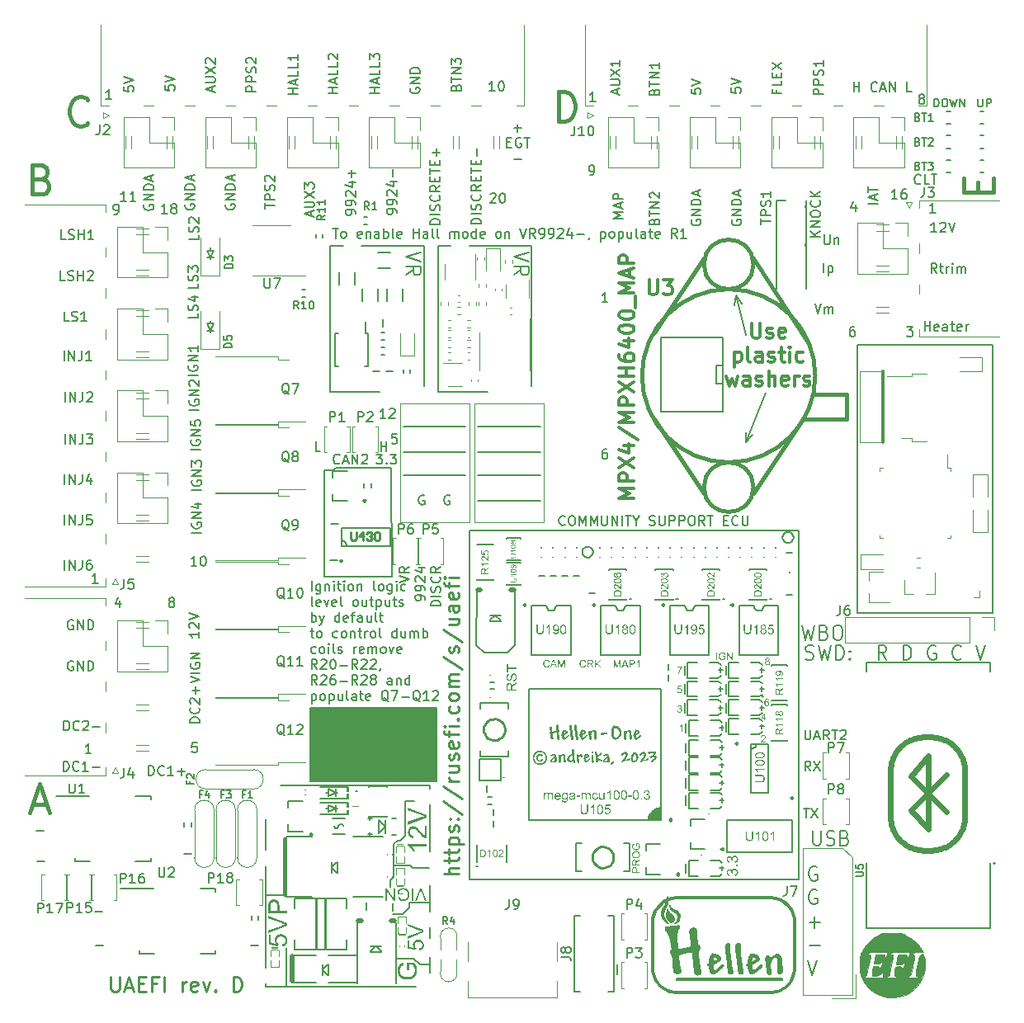
<source format=gto>
G75*
G70*
%OFA0B0*%
%FSLAX25Y25*%
%IPPOS*%
%LPD*%
%AMOC8*
5,1,8,0,0,1.08239X$1,22.5*
%
%ADD10C,0.00787*%
%ADD100C,0.00394*%
%ADD101C,0.01968*%
%ADD102C,0.01575*%
%ADD132C,0.01000*%
%ADD229C,0.00300*%
%ADD76C,0.01181*%
%ADD79C,0.00591*%
%ADD80C,0.00472*%
%ADD84C,0.01772*%
%ADD85C,0.00669*%
%ADD86C,0.00984*%
%ADD87C,0.00500*%
%ADD88C,0.01200*%
%ADD89C,0.00800*%
%ADD90C,0.00000*%
%ADD91C,0.02484*%
%ADD92C,0.00390*%
%ADD93C,0.00010*%
%ADD94C,0.01500*%
X0000000Y0000000D02*
%LPD*%
G01*
D79*
X0183071Y0211811D02*
X0208268Y0211811D01*
X0183071Y0201575D02*
X0208268Y0201575D01*
X0152756Y0231496D02*
X0177953Y0231496D01*
X0115236Y0117844D02*
X0166087Y0117844D01*
X0166087Y0088022D01*
X0115236Y0088022D01*
X0115236Y0117844D01*
G36*
X0115236Y0117844D02*
G01*
X0166087Y0117844D01*
X0166087Y0088022D01*
X0115236Y0088022D01*
X0115236Y0117844D01*
G37*
X0183071Y0221260D02*
X0208268Y0221260D01*
X0152756Y0211811D02*
X0177953Y0211811D01*
X0183071Y0231496D02*
X0208268Y0231496D01*
X0152756Y0221260D02*
X0177953Y0221260D01*
X0143757Y0221438D02*
X0143757Y0225375D01*
X0143757Y0223500D02*
X0146007Y0223500D01*
X0146007Y0221438D02*
X0146007Y0225375D01*
X0368232Y0310020D02*
X0365982Y0310020D01*
X0367107Y0310020D02*
X0367107Y0313957D01*
X0367107Y0313957D02*
X0366732Y0313395D01*
X0366732Y0313395D02*
X0366357Y0313020D01*
X0366357Y0313020D02*
X0365982Y0312833D01*
X0369732Y0313582D02*
X0369919Y0313770D01*
X0369919Y0313770D02*
X0370294Y0313957D01*
X0370294Y0313957D02*
X0371232Y0313957D01*
X0371232Y0313957D02*
X0371607Y0313770D01*
X0371607Y0313770D02*
X0371794Y0313582D01*
X0371794Y0313582D02*
X0371982Y0313208D01*
X0371982Y0313208D02*
X0371982Y0312833D01*
X0371982Y0312833D02*
X0371794Y0312270D01*
X0371794Y0312270D02*
X0369544Y0310020D01*
X0369544Y0310020D02*
X0371982Y0310020D01*
X0373106Y0313957D02*
X0374419Y0310020D01*
X0374419Y0310020D02*
X0375731Y0313957D01*
D84*
X0006749Y0331524D02*
X0008436Y0330961D01*
X0008436Y0330961D02*
X0008999Y0330399D01*
X0008999Y0330399D02*
X0009561Y0329274D01*
X0009561Y0329274D02*
X0009561Y0327587D01*
X0009561Y0327587D02*
X0008999Y0326462D01*
X0008999Y0326462D02*
X0008436Y0325899D01*
X0008436Y0325899D02*
X0007312Y0325337D01*
X0007312Y0325337D02*
X0002812Y0325337D01*
X0002812Y0325337D02*
X0002812Y0337148D01*
X0002812Y0337148D02*
X0006749Y0337148D01*
X0006749Y0337148D02*
X0007874Y0336585D01*
X0007874Y0336585D02*
X0008436Y0336023D01*
X0008436Y0336023D02*
X0008999Y0334898D01*
X0008999Y0334898D02*
X0008999Y0333773D01*
X0008999Y0333773D02*
X0008436Y0332648D01*
X0008436Y0332648D02*
X0007874Y0332086D01*
X0007874Y0332086D02*
X0006749Y0331524D01*
X0006749Y0331524D02*
X0002812Y0331524D01*
D79*
X0069441Y0103721D02*
X0067567Y0103721D01*
X0067567Y0103721D02*
X0067379Y0101846D01*
X0067379Y0101846D02*
X0067567Y0102034D01*
X0067567Y0102034D02*
X0067942Y0102221D01*
X0067942Y0102221D02*
X0068879Y0102221D01*
X0068879Y0102221D02*
X0069254Y0102034D01*
X0069254Y0102034D02*
X0069441Y0101846D01*
X0069441Y0101846D02*
X0069629Y0101471D01*
X0069629Y0101471D02*
X0069629Y0100534D01*
X0069629Y0100534D02*
X0069441Y0100159D01*
X0069441Y0100159D02*
X0069254Y0099972D01*
X0069254Y0099972D02*
X0068879Y0099784D01*
X0068879Y0099784D02*
X0067942Y0099784D01*
X0067942Y0099784D02*
X0067567Y0099972D01*
X0067567Y0099972D02*
X0067379Y0100159D01*
X0016020Y0173603D02*
X0016020Y0177540D01*
X0017895Y0173603D02*
X0017895Y0177540D01*
X0017895Y0177540D02*
X0020144Y0173603D01*
X0020144Y0173603D02*
X0020144Y0177540D01*
X0023144Y0177540D02*
X0023144Y0174728D01*
X0023144Y0174728D02*
X0022957Y0174166D01*
X0022957Y0174166D02*
X0022582Y0173791D01*
X0022582Y0173791D02*
X0022019Y0173603D01*
X0022019Y0173603D02*
X0021644Y0173603D01*
X0026706Y0177540D02*
X0025956Y0177540D01*
X0025956Y0177540D02*
X0025581Y0177353D01*
X0025581Y0177353D02*
X0025394Y0177165D01*
X0025394Y0177165D02*
X0025019Y0176603D01*
X0025019Y0176603D02*
X0024831Y0175853D01*
X0024831Y0175853D02*
X0024831Y0174353D01*
X0024831Y0174353D02*
X0025019Y0173978D01*
X0025019Y0173978D02*
X0025206Y0173791D01*
X0025206Y0173791D02*
X0025581Y0173603D01*
X0025581Y0173603D02*
X0026331Y0173603D01*
X0026331Y0173603D02*
X0026706Y0173791D01*
X0026706Y0173791D02*
X0026894Y0173978D01*
X0026894Y0173978D02*
X0027081Y0174353D01*
X0027081Y0174353D02*
X0027081Y0175290D01*
X0027081Y0175290D02*
X0026894Y0175665D01*
X0026894Y0175665D02*
X0026706Y0175853D01*
X0026706Y0175853D02*
X0026331Y0176040D01*
X0026331Y0176040D02*
X0025581Y0176040D01*
X0025581Y0176040D02*
X0025206Y0175853D01*
X0025206Y0175853D02*
X0025019Y0175665D01*
X0025019Y0175665D02*
X0024831Y0175290D01*
X0070098Y0308886D02*
X0070098Y0307012D01*
X0070098Y0307012D02*
X0066161Y0307012D01*
X0069910Y0310011D02*
X0070098Y0310574D01*
X0070098Y0310574D02*
X0070098Y0311511D01*
X0070098Y0311511D02*
X0069910Y0311886D01*
X0069910Y0311886D02*
X0069723Y0312073D01*
X0069723Y0312073D02*
X0069348Y0312261D01*
X0069348Y0312261D02*
X0068973Y0312261D01*
X0068973Y0312261D02*
X0068598Y0312073D01*
X0068598Y0312073D02*
X0068410Y0311886D01*
X0068410Y0311886D02*
X0068223Y0311511D01*
X0068223Y0311511D02*
X0068035Y0310761D01*
X0068035Y0310761D02*
X0067848Y0310386D01*
X0067848Y0310386D02*
X0067661Y0310199D01*
X0067661Y0310199D02*
X0067286Y0310011D01*
X0067286Y0310011D02*
X0066911Y0310011D01*
X0066911Y0310011D02*
X0066536Y0310199D01*
X0066536Y0310199D02*
X0066348Y0310386D01*
X0066348Y0310386D02*
X0066161Y0310761D01*
X0066161Y0310761D02*
X0066161Y0311699D01*
X0066161Y0311699D02*
X0066348Y0312261D01*
X0066536Y0313761D02*
X0066348Y0313948D01*
X0066348Y0313948D02*
X0066161Y0314323D01*
X0066161Y0314323D02*
X0066161Y0315261D01*
X0066161Y0315261D02*
X0066348Y0315636D01*
X0066348Y0315636D02*
X0066536Y0315823D01*
X0066536Y0315823D02*
X0066911Y0316010D01*
X0066911Y0316010D02*
X0067286Y0316010D01*
X0067286Y0316010D02*
X0067848Y0315823D01*
X0067848Y0315823D02*
X0070098Y0313573D01*
X0070098Y0313573D02*
X0070098Y0316010D01*
X0016020Y0208249D02*
X0016020Y0212186D01*
X0017895Y0208249D02*
X0017895Y0212186D01*
X0017895Y0212186D02*
X0020144Y0208249D01*
X0020144Y0208249D02*
X0020144Y0212186D01*
X0023144Y0212186D02*
X0023144Y0209374D01*
X0023144Y0209374D02*
X0022957Y0208811D01*
X0022957Y0208811D02*
X0022582Y0208436D01*
X0022582Y0208436D02*
X0022019Y0208249D01*
X0022019Y0208249D02*
X0021644Y0208249D01*
X0026706Y0210873D02*
X0026706Y0208249D01*
X0025769Y0212373D02*
X0024831Y0209561D01*
X0024831Y0209561D02*
X0027268Y0209561D01*
X0016273Y0290532D02*
X0014398Y0290532D01*
X0014398Y0290532D02*
X0014398Y0294469D01*
X0017398Y0290720D02*
X0017960Y0290532D01*
X0017960Y0290532D02*
X0018898Y0290532D01*
X0018898Y0290532D02*
X0019273Y0290720D01*
X0019273Y0290720D02*
X0019460Y0290907D01*
X0019460Y0290907D02*
X0019648Y0291282D01*
X0019648Y0291282D02*
X0019648Y0291657D01*
X0019648Y0291657D02*
X0019460Y0292032D01*
X0019460Y0292032D02*
X0019273Y0292220D01*
X0019273Y0292220D02*
X0018898Y0292407D01*
X0018898Y0292407D02*
X0018148Y0292594D01*
X0018148Y0292594D02*
X0017773Y0292782D01*
X0017773Y0292782D02*
X0017585Y0292969D01*
X0017585Y0292969D02*
X0017398Y0293344D01*
X0017398Y0293344D02*
X0017398Y0293719D01*
X0017398Y0293719D02*
X0017585Y0294094D01*
X0017585Y0294094D02*
X0017773Y0294282D01*
X0017773Y0294282D02*
X0018148Y0294469D01*
X0018148Y0294469D02*
X0019085Y0294469D01*
X0019085Y0294469D02*
X0019648Y0294282D01*
X0021335Y0290532D02*
X0021335Y0294469D01*
X0021335Y0292594D02*
X0023585Y0292594D01*
X0023585Y0290532D02*
X0023585Y0294469D01*
X0025272Y0294094D02*
X0025459Y0294282D01*
X0025459Y0294282D02*
X0025834Y0294469D01*
X0025834Y0294469D02*
X0026772Y0294469D01*
X0026772Y0294469D02*
X0027147Y0294282D01*
X0027147Y0294282D02*
X0027334Y0294094D01*
X0027334Y0294094D02*
X0027522Y0293719D01*
X0027522Y0293719D02*
X0027522Y0293344D01*
X0027522Y0293344D02*
X0027334Y0292782D01*
X0027334Y0292782D02*
X0025084Y0290532D01*
X0025084Y0290532D02*
X0027522Y0290532D01*
X0057518Y0317501D02*
X0055268Y0317501D01*
X0056393Y0317501D02*
X0056393Y0321438D01*
X0056393Y0321438D02*
X0056018Y0320875D01*
X0056018Y0320875D02*
X0055643Y0320500D01*
X0055643Y0320500D02*
X0055268Y0320313D01*
X0059768Y0319750D02*
X0059393Y0319938D01*
X0059393Y0319938D02*
X0059205Y0320125D01*
X0059205Y0320125D02*
X0059018Y0320500D01*
X0059018Y0320500D02*
X0059018Y0320688D01*
X0059018Y0320688D02*
X0059205Y0321063D01*
X0059205Y0321063D02*
X0059393Y0321250D01*
X0059393Y0321250D02*
X0059768Y0321438D01*
X0059768Y0321438D02*
X0060517Y0321438D01*
X0060517Y0321438D02*
X0060892Y0321250D01*
X0060892Y0321250D02*
X0061080Y0321063D01*
X0061080Y0321063D02*
X0061267Y0320688D01*
X0061267Y0320688D02*
X0061267Y0320500D01*
X0061267Y0320500D02*
X0061080Y0320125D01*
X0061080Y0320125D02*
X0060892Y0319938D01*
X0060892Y0319938D02*
X0060517Y0319750D01*
X0060517Y0319750D02*
X0059768Y0319750D01*
X0059768Y0319750D02*
X0059393Y0319563D01*
X0059393Y0319563D02*
X0059205Y0319375D01*
X0059205Y0319375D02*
X0059018Y0319001D01*
X0059018Y0319001D02*
X0059018Y0318251D01*
X0059018Y0318251D02*
X0059205Y0317876D01*
X0059205Y0317876D02*
X0059393Y0317688D01*
X0059393Y0317688D02*
X0059768Y0317501D01*
X0059768Y0317501D02*
X0060517Y0317501D01*
X0060517Y0317501D02*
X0060892Y0317688D01*
X0060892Y0317688D02*
X0061080Y0317876D01*
X0061080Y0317876D02*
X0061267Y0318251D01*
X0061267Y0318251D02*
X0061267Y0319001D01*
X0061267Y0319001D02*
X0061080Y0319375D01*
X0061080Y0319375D02*
X0060892Y0319563D01*
X0060892Y0319563D02*
X0060517Y0319750D01*
X0015720Y0108642D02*
X0015720Y0112579D01*
X0015720Y0112579D02*
X0016657Y0112579D01*
X0016657Y0112579D02*
X0017220Y0112392D01*
X0017220Y0112392D02*
X0017595Y0112017D01*
X0017595Y0112017D02*
X0017782Y0111642D01*
X0017782Y0111642D02*
X0017970Y0110892D01*
X0017970Y0110892D02*
X0017970Y0110330D01*
X0017970Y0110330D02*
X0017782Y0109580D01*
X0017782Y0109580D02*
X0017595Y0109205D01*
X0017595Y0109205D02*
X0017220Y0108830D01*
X0017220Y0108830D02*
X0016657Y0108642D01*
X0016657Y0108642D02*
X0015720Y0108642D01*
X0021907Y0109017D02*
X0021719Y0108830D01*
X0021719Y0108830D02*
X0021157Y0108642D01*
X0021157Y0108642D02*
X0020782Y0108642D01*
X0020782Y0108642D02*
X0020219Y0108830D01*
X0020219Y0108830D02*
X0019844Y0109205D01*
X0019844Y0109205D02*
X0019657Y0109580D01*
X0019657Y0109580D02*
X0019469Y0110330D01*
X0019469Y0110330D02*
X0019469Y0110892D01*
X0019469Y0110892D02*
X0019657Y0111642D01*
X0019657Y0111642D02*
X0019844Y0112017D01*
X0019844Y0112017D02*
X0020219Y0112392D01*
X0020219Y0112392D02*
X0020782Y0112579D01*
X0020782Y0112579D02*
X0021157Y0112579D01*
X0021157Y0112579D02*
X0021719Y0112392D01*
X0021719Y0112392D02*
X0021907Y0112205D01*
X0023406Y0112205D02*
X0023594Y0112392D01*
X0023594Y0112392D02*
X0023969Y0112579D01*
X0023969Y0112579D02*
X0024906Y0112579D01*
X0024906Y0112579D02*
X0025281Y0112392D01*
X0025281Y0112392D02*
X0025469Y0112205D01*
X0025469Y0112205D02*
X0025656Y0111830D01*
X0025656Y0111830D02*
X0025656Y0111455D01*
X0025656Y0111455D02*
X0025469Y0110892D01*
X0025469Y0110892D02*
X0023219Y0108642D01*
X0023219Y0108642D02*
X0025656Y0108642D01*
X0027343Y0110142D02*
X0030343Y0110142D01*
X0039980Y0368935D02*
X0039980Y0367060D01*
X0039980Y0367060D02*
X0041854Y0366873D01*
X0041854Y0366873D02*
X0041667Y0367060D01*
X0041667Y0367060D02*
X0041479Y0367435D01*
X0041479Y0367435D02*
X0041479Y0368373D01*
X0041479Y0368373D02*
X0041667Y0368748D01*
X0041667Y0368748D02*
X0041854Y0368935D01*
X0041854Y0368935D02*
X0042229Y0369123D01*
X0042229Y0369123D02*
X0043167Y0369123D01*
X0043167Y0369123D02*
X0043542Y0368935D01*
X0043542Y0368935D02*
X0043729Y0368748D01*
X0043729Y0368748D02*
X0043917Y0368373D01*
X0043917Y0368373D02*
X0043917Y0367435D01*
X0043917Y0367435D02*
X0043729Y0367060D01*
X0043729Y0367060D02*
X0043542Y0366873D01*
X0039980Y0370247D02*
X0043917Y0371560D01*
X0043917Y0371560D02*
X0039980Y0372872D01*
X0230456Y0362776D02*
X0228206Y0362776D01*
X0229331Y0362776D02*
X0229331Y0366713D01*
X0229331Y0366713D02*
X0228956Y0366151D01*
X0228956Y0366151D02*
X0228581Y0365776D01*
X0228581Y0365776D02*
X0228206Y0365588D01*
X0126397Y0366142D02*
X0122460Y0366142D01*
X0124335Y0366142D02*
X0124335Y0368391D01*
X0126397Y0368391D02*
X0122460Y0368391D01*
X0125272Y0370079D02*
X0125272Y0371954D01*
X0126397Y0369704D02*
X0122460Y0371016D01*
X0122460Y0371016D02*
X0126397Y0372328D01*
X0126397Y0375516D02*
X0126397Y0373641D01*
X0126397Y0373641D02*
X0122460Y0373641D01*
X0126397Y0378703D02*
X0126397Y0376828D01*
X0126397Y0376828D02*
X0122460Y0376828D01*
X0122835Y0379828D02*
X0122647Y0380015D01*
X0122647Y0380015D02*
X0122460Y0380390D01*
X0122460Y0380390D02*
X0122460Y0381327D01*
X0122460Y0381327D02*
X0122647Y0381702D01*
X0122647Y0381702D02*
X0122835Y0381890D01*
X0122835Y0381890D02*
X0123210Y0382077D01*
X0123210Y0382077D02*
X0123585Y0382077D01*
X0123585Y0382077D02*
X0124147Y0381890D01*
X0124147Y0381890D02*
X0126397Y0379640D01*
X0126397Y0379640D02*
X0126397Y0382077D01*
X0167657Y0313106D02*
X0163720Y0313106D01*
X0163720Y0313106D02*
X0163720Y0314044D01*
X0163720Y0314044D02*
X0163907Y0314606D01*
X0163907Y0314606D02*
X0164282Y0314981D01*
X0164282Y0314981D02*
X0164657Y0315169D01*
X0164657Y0315169D02*
X0165407Y0315356D01*
X0165407Y0315356D02*
X0165969Y0315356D01*
X0165969Y0315356D02*
X0166719Y0315169D01*
X0166719Y0315169D02*
X0167094Y0314981D01*
X0167094Y0314981D02*
X0167469Y0314606D01*
X0167469Y0314606D02*
X0167657Y0314044D01*
X0167657Y0314044D02*
X0167657Y0313106D01*
X0167657Y0317044D02*
X0163720Y0317044D01*
X0167469Y0318731D02*
X0167657Y0319293D01*
X0167657Y0319293D02*
X0167657Y0320231D01*
X0167657Y0320231D02*
X0167469Y0320606D01*
X0167469Y0320606D02*
X0167282Y0320793D01*
X0167282Y0320793D02*
X0166907Y0320981D01*
X0166907Y0320981D02*
X0166532Y0320981D01*
X0166532Y0320981D02*
X0166157Y0320793D01*
X0166157Y0320793D02*
X0165969Y0320606D01*
X0165969Y0320606D02*
X0165782Y0320231D01*
X0165782Y0320231D02*
X0165595Y0319481D01*
X0165595Y0319481D02*
X0165407Y0319106D01*
X0165407Y0319106D02*
X0165220Y0318918D01*
X0165220Y0318918D02*
X0164845Y0318731D01*
X0164845Y0318731D02*
X0164470Y0318731D01*
X0164470Y0318731D02*
X0164095Y0318918D01*
X0164095Y0318918D02*
X0163907Y0319106D01*
X0163907Y0319106D02*
X0163720Y0319481D01*
X0163720Y0319481D02*
X0163720Y0320418D01*
X0163720Y0320418D02*
X0163907Y0320981D01*
X0167282Y0324918D02*
X0167469Y0324730D01*
X0167469Y0324730D02*
X0167657Y0324168D01*
X0167657Y0324168D02*
X0167657Y0323793D01*
X0167657Y0323793D02*
X0167469Y0323230D01*
X0167469Y0323230D02*
X0167094Y0322855D01*
X0167094Y0322855D02*
X0166719Y0322668D01*
X0166719Y0322668D02*
X0165969Y0322480D01*
X0165969Y0322480D02*
X0165407Y0322480D01*
X0165407Y0322480D02*
X0164657Y0322668D01*
X0164657Y0322668D02*
X0164282Y0322855D01*
X0164282Y0322855D02*
X0163907Y0323230D01*
X0163907Y0323230D02*
X0163720Y0323793D01*
X0163720Y0323793D02*
X0163720Y0324168D01*
X0163720Y0324168D02*
X0163907Y0324730D01*
X0163907Y0324730D02*
X0164095Y0324918D01*
X0167657Y0328855D02*
X0165782Y0327542D01*
X0167657Y0326605D02*
X0163720Y0326605D01*
X0163720Y0326605D02*
X0163720Y0328105D01*
X0163720Y0328105D02*
X0163907Y0328480D01*
X0163907Y0328480D02*
X0164095Y0328667D01*
X0164095Y0328667D02*
X0164470Y0328855D01*
X0164470Y0328855D02*
X0165032Y0328855D01*
X0165032Y0328855D02*
X0165407Y0328667D01*
X0165407Y0328667D02*
X0165595Y0328480D01*
X0165595Y0328480D02*
X0165782Y0328105D01*
X0165782Y0328105D02*
X0165782Y0326605D01*
X0165595Y0330542D02*
X0165595Y0331854D01*
X0167657Y0332417D02*
X0167657Y0330542D01*
X0167657Y0330542D02*
X0163720Y0330542D01*
X0163720Y0330542D02*
X0163720Y0332417D01*
X0163720Y0333541D02*
X0163720Y0335791D01*
X0167657Y0334666D02*
X0163720Y0334666D01*
X0165595Y0337103D02*
X0165595Y0338416D01*
X0167657Y0338978D02*
X0167657Y0337103D01*
X0167657Y0337103D02*
X0163720Y0337103D01*
X0163720Y0337103D02*
X0163720Y0338978D01*
X0166157Y0340666D02*
X0166157Y0343665D01*
X0167657Y0342165D02*
X0164657Y0342165D01*
D10*
X0319820Y0053555D02*
X0319295Y0053836D01*
X0319295Y0053836D02*
X0318508Y0053836D01*
X0318508Y0053836D02*
X0317721Y0053555D01*
X0317721Y0053555D02*
X0317196Y0052992D01*
X0317196Y0052992D02*
X0316933Y0052430D01*
X0316933Y0052430D02*
X0316671Y0051305D01*
X0316671Y0051305D02*
X0316671Y0050462D01*
X0316671Y0050462D02*
X0316933Y0049337D01*
X0316933Y0049337D02*
X0317196Y0048774D01*
X0317196Y0048774D02*
X0317721Y0048212D01*
X0317721Y0048212D02*
X0318508Y0047931D01*
X0318508Y0047931D02*
X0319033Y0047931D01*
X0319033Y0047931D02*
X0319820Y0048212D01*
X0319820Y0048212D02*
X0320083Y0048493D01*
X0320083Y0048493D02*
X0320083Y0050462D01*
X0320083Y0050462D02*
X0319033Y0050462D01*
X0319820Y0044047D02*
X0319295Y0044329D01*
X0319295Y0044329D02*
X0318508Y0044329D01*
X0318508Y0044329D02*
X0317721Y0044047D01*
X0317721Y0044047D02*
X0317196Y0043485D01*
X0317196Y0043485D02*
X0316933Y0042922D01*
X0316933Y0042922D02*
X0316671Y0041798D01*
X0316671Y0041798D02*
X0316671Y0040954D01*
X0316671Y0040954D02*
X0316933Y0039829D01*
X0316933Y0039829D02*
X0317196Y0039267D01*
X0317196Y0039267D02*
X0317721Y0038704D01*
X0317721Y0038704D02*
X0318508Y0038423D01*
X0318508Y0038423D02*
X0319033Y0038423D01*
X0319033Y0038423D02*
X0319820Y0038704D01*
X0319820Y0038704D02*
X0320083Y0038985D01*
X0320083Y0038985D02*
X0320083Y0040954D01*
X0320083Y0040954D02*
X0319033Y0040954D01*
X0316933Y0031165D02*
X0321133Y0031165D01*
X0319033Y0028916D02*
X0319033Y0033415D01*
X0316933Y0021658D02*
X0321133Y0021658D01*
X0316146Y0015806D02*
X0317983Y0009900D01*
X0317983Y0009900D02*
X0319820Y0015806D01*
D79*
X0321279Y0308230D02*
X0317342Y0308230D01*
X0321279Y0310480D02*
X0319029Y0308793D01*
X0317342Y0310480D02*
X0319592Y0308230D01*
X0321279Y0312167D02*
X0317342Y0312167D01*
X0317342Y0312167D02*
X0321279Y0314417D01*
X0321279Y0314417D02*
X0317342Y0314417D01*
X0317342Y0317042D02*
X0317342Y0317792D01*
X0317342Y0317792D02*
X0317529Y0318166D01*
X0317529Y0318166D02*
X0317904Y0318541D01*
X0317904Y0318541D02*
X0318654Y0318729D01*
X0318654Y0318729D02*
X0319966Y0318729D01*
X0319966Y0318729D02*
X0320716Y0318541D01*
X0320716Y0318541D02*
X0321091Y0318166D01*
X0321091Y0318166D02*
X0321279Y0317792D01*
X0321279Y0317792D02*
X0321279Y0317042D01*
X0321279Y0317042D02*
X0321091Y0316667D01*
X0321091Y0316667D02*
X0320716Y0316292D01*
X0320716Y0316292D02*
X0319966Y0316104D01*
X0319966Y0316104D02*
X0318654Y0316104D01*
X0318654Y0316104D02*
X0317904Y0316292D01*
X0317904Y0316292D02*
X0317529Y0316667D01*
X0317529Y0316667D02*
X0317342Y0317042D01*
X0320904Y0322666D02*
X0321091Y0322478D01*
X0321091Y0322478D02*
X0321279Y0321916D01*
X0321279Y0321916D02*
X0321279Y0321541D01*
X0321279Y0321541D02*
X0321091Y0320979D01*
X0321091Y0320979D02*
X0320716Y0320604D01*
X0320716Y0320604D02*
X0320341Y0320416D01*
X0320341Y0320416D02*
X0319592Y0320229D01*
X0319592Y0320229D02*
X0319029Y0320229D01*
X0319029Y0320229D02*
X0318279Y0320416D01*
X0318279Y0320416D02*
X0317904Y0320604D01*
X0317904Y0320604D02*
X0317529Y0320979D01*
X0317529Y0320979D02*
X0317342Y0321541D01*
X0317342Y0321541D02*
X0317342Y0321916D01*
X0317342Y0321916D02*
X0317529Y0322478D01*
X0317529Y0322478D02*
X0317717Y0322666D01*
X0321279Y0324353D02*
X0317342Y0324353D01*
X0321279Y0326603D02*
X0319029Y0324916D01*
X0317342Y0326603D02*
X0319592Y0324353D01*
X0315105Y0108937D02*
X0315105Y0105750D01*
X0315105Y0105750D02*
X0315293Y0105375D01*
X0315293Y0105375D02*
X0315480Y0105188D01*
X0315480Y0105188D02*
X0315855Y0105000D01*
X0315855Y0105000D02*
X0316605Y0105000D01*
X0316605Y0105000D02*
X0316980Y0105188D01*
X0316980Y0105188D02*
X0317168Y0105375D01*
X0317168Y0105375D02*
X0317355Y0105750D01*
X0317355Y0105750D02*
X0317355Y0108937D01*
X0319042Y0106125D02*
X0320917Y0106125D01*
X0318667Y0105000D02*
X0319980Y0108937D01*
X0319980Y0108937D02*
X0321292Y0105000D01*
X0324854Y0105000D02*
X0323542Y0106875D01*
X0322604Y0105000D02*
X0322604Y0108937D01*
X0322604Y0108937D02*
X0324104Y0108937D01*
X0324104Y0108937D02*
X0324479Y0108750D01*
X0324479Y0108750D02*
X0324667Y0108562D01*
X0324667Y0108562D02*
X0324854Y0108187D01*
X0324854Y0108187D02*
X0324854Y0107625D01*
X0324854Y0107625D02*
X0324667Y0107250D01*
X0324667Y0107250D02*
X0324479Y0107062D01*
X0324479Y0107062D02*
X0324104Y0106875D01*
X0324104Y0106875D02*
X0322604Y0106875D01*
X0325979Y0108937D02*
X0328229Y0108937D01*
X0327104Y0105000D02*
X0327104Y0108937D01*
X0329354Y0108562D02*
X0329541Y0108750D01*
X0329541Y0108750D02*
X0329916Y0108937D01*
X0329916Y0108937D02*
X0330853Y0108937D01*
X0330853Y0108937D02*
X0331228Y0108750D01*
X0331228Y0108750D02*
X0331416Y0108562D01*
X0331416Y0108562D02*
X0331603Y0108187D01*
X0331603Y0108187D02*
X0331603Y0107812D01*
X0331603Y0107812D02*
X0331416Y0107250D01*
X0331416Y0107250D02*
X0329166Y0105000D01*
X0329166Y0105000D02*
X0331603Y0105000D01*
X0317355Y0092323D02*
X0316043Y0094198D01*
X0315105Y0092323D02*
X0315105Y0096260D01*
X0315105Y0096260D02*
X0316605Y0096260D01*
X0316605Y0096260D02*
X0316980Y0096073D01*
X0316980Y0096073D02*
X0317168Y0095885D01*
X0317168Y0095885D02*
X0317355Y0095511D01*
X0317355Y0095511D02*
X0317355Y0094948D01*
X0317355Y0094948D02*
X0317168Y0094573D01*
X0317168Y0094573D02*
X0316980Y0094386D01*
X0316980Y0094386D02*
X0316605Y0094198D01*
X0316605Y0094198D02*
X0315105Y0094198D01*
X0318667Y0096260D02*
X0321292Y0092323D01*
X0321292Y0096260D02*
X0318667Y0092323D01*
X0314543Y0077245D02*
X0316793Y0077245D01*
X0315668Y0073308D02*
X0315668Y0077245D01*
X0317730Y0077245D02*
X0320355Y0073308D01*
X0320355Y0077245D02*
X0317730Y0073308D01*
D84*
X0003093Y0078711D02*
X0008718Y0078711D01*
X0001969Y0075337D02*
X0005906Y0087148D01*
X0005906Y0087148D02*
X0009843Y0075337D01*
D79*
X0056515Y0369329D02*
X0056515Y0367454D01*
X0056515Y0367454D02*
X0058390Y0367267D01*
X0058390Y0367267D02*
X0058202Y0367454D01*
X0058202Y0367454D02*
X0058015Y0367829D01*
X0058015Y0367829D02*
X0058015Y0368766D01*
X0058015Y0368766D02*
X0058202Y0369141D01*
X0058202Y0369141D02*
X0058390Y0369329D01*
X0058390Y0369329D02*
X0058765Y0369516D01*
X0058765Y0369516D02*
X0059702Y0369516D01*
X0059702Y0369516D02*
X0060077Y0369329D01*
X0060077Y0369329D02*
X0060265Y0369141D01*
X0060265Y0369141D02*
X0060452Y0368766D01*
X0060452Y0368766D02*
X0060452Y0367829D01*
X0060452Y0367829D02*
X0060265Y0367454D01*
X0060265Y0367454D02*
X0060077Y0367267D01*
X0056515Y0370641D02*
X0060452Y0371954D01*
X0060452Y0371954D02*
X0056515Y0373266D01*
X0352400Y0323406D02*
X0350150Y0323406D01*
X0351275Y0323406D02*
X0351275Y0327343D01*
X0351275Y0327343D02*
X0350900Y0326781D01*
X0350900Y0326781D02*
X0350525Y0326406D01*
X0350525Y0326406D02*
X0350150Y0326218D01*
X0355774Y0327343D02*
X0355024Y0327343D01*
X0355024Y0327343D02*
X0354649Y0327156D01*
X0354649Y0327156D02*
X0354462Y0326968D01*
X0354462Y0326968D02*
X0354087Y0326406D01*
X0354087Y0326406D02*
X0353900Y0325656D01*
X0353900Y0325656D02*
X0353900Y0324156D01*
X0353900Y0324156D02*
X0354087Y0323781D01*
X0354087Y0323781D02*
X0354274Y0323594D01*
X0354274Y0323594D02*
X0354649Y0323406D01*
X0354649Y0323406D02*
X0355399Y0323406D01*
X0355399Y0323406D02*
X0355774Y0323594D01*
X0355774Y0323594D02*
X0355962Y0323781D01*
X0355962Y0323781D02*
X0356149Y0324156D01*
X0356149Y0324156D02*
X0356149Y0325094D01*
X0356149Y0325094D02*
X0355962Y0325468D01*
X0355962Y0325468D02*
X0355774Y0325656D01*
X0355774Y0325656D02*
X0355399Y0325843D01*
X0355399Y0325843D02*
X0354649Y0325843D01*
X0354649Y0325843D02*
X0354274Y0325656D01*
X0354274Y0325656D02*
X0354087Y0325468D01*
X0354087Y0325468D02*
X0353900Y0325094D01*
X0174138Y0368466D02*
X0174325Y0369029D01*
X0174325Y0369029D02*
X0174513Y0369216D01*
X0174513Y0369216D02*
X0174888Y0369404D01*
X0174888Y0369404D02*
X0175450Y0369404D01*
X0175450Y0369404D02*
X0175825Y0369216D01*
X0175825Y0369216D02*
X0176013Y0369029D01*
X0176013Y0369029D02*
X0176200Y0368654D01*
X0176200Y0368654D02*
X0176200Y0367154D01*
X0176200Y0367154D02*
X0172263Y0367154D01*
X0172263Y0367154D02*
X0172263Y0368466D01*
X0172263Y0368466D02*
X0172451Y0368841D01*
X0172451Y0368841D02*
X0172638Y0369029D01*
X0172638Y0369029D02*
X0173013Y0369216D01*
X0173013Y0369216D02*
X0173388Y0369216D01*
X0173388Y0369216D02*
X0173763Y0369029D01*
X0173763Y0369029D02*
X0173950Y0368841D01*
X0173950Y0368841D02*
X0174138Y0368466D01*
X0174138Y0368466D02*
X0174138Y0367154D01*
X0172263Y0370529D02*
X0172263Y0372778D01*
X0176200Y0371654D02*
X0172263Y0371654D01*
X0176200Y0374091D02*
X0172263Y0374091D01*
X0172263Y0374091D02*
X0176200Y0376340D01*
X0176200Y0376340D02*
X0172263Y0376340D01*
X0172263Y0377840D02*
X0172263Y0380277D01*
X0172263Y0380277D02*
X0173763Y0378965D01*
X0173763Y0378965D02*
X0173763Y0379528D01*
X0173763Y0379528D02*
X0173950Y0379903D01*
X0173950Y0379903D02*
X0174138Y0380090D01*
X0174138Y0380090D02*
X0174513Y0380277D01*
X0174513Y0380277D02*
X0175450Y0380277D01*
X0175450Y0380277D02*
X0175825Y0380090D01*
X0175825Y0380090D02*
X0176013Y0379903D01*
X0176013Y0379903D02*
X0176200Y0379528D01*
X0176200Y0379528D02*
X0176200Y0378403D01*
X0176200Y0378403D02*
X0176013Y0378028D01*
X0176013Y0378028D02*
X0175825Y0377840D01*
X0075666Y0366873D02*
X0075666Y0368748D01*
X0076791Y0366498D02*
X0072854Y0367810D01*
X0072854Y0367810D02*
X0076791Y0369123D01*
X0072854Y0370435D02*
X0076041Y0370435D01*
X0076041Y0370435D02*
X0076416Y0370622D01*
X0076416Y0370622D02*
X0076603Y0370810D01*
X0076603Y0370810D02*
X0076791Y0371185D01*
X0076791Y0371185D02*
X0076791Y0371935D01*
X0076791Y0371935D02*
X0076603Y0372310D01*
X0076603Y0372310D02*
X0076416Y0372497D01*
X0076416Y0372497D02*
X0076041Y0372685D01*
X0076041Y0372685D02*
X0072854Y0372685D01*
X0072854Y0374184D02*
X0076791Y0376809D01*
X0072854Y0376809D02*
X0076791Y0374184D01*
X0073229Y0378121D02*
X0073041Y0378309D01*
X0073041Y0378309D02*
X0072854Y0378684D01*
X0072854Y0378684D02*
X0072854Y0379621D01*
X0072854Y0379621D02*
X0073041Y0379996D01*
X0073041Y0379996D02*
X0073229Y0380184D01*
X0073229Y0380184D02*
X0073604Y0380371D01*
X0073604Y0380371D02*
X0073978Y0380371D01*
X0073978Y0380371D02*
X0074541Y0380184D01*
X0074541Y0380184D02*
X0076791Y0377934D01*
X0076791Y0377934D02*
X0076791Y0380371D01*
X0038348Y0161070D02*
X0038348Y0158446D01*
X0037411Y0162570D02*
X0036474Y0159758D01*
X0036474Y0159758D02*
X0038911Y0159758D01*
X0141939Y0220257D02*
X0144376Y0220257D01*
X0144376Y0220257D02*
X0143063Y0218757D01*
X0143063Y0218757D02*
X0143626Y0218757D01*
X0143626Y0218757D02*
X0144001Y0218569D01*
X0144001Y0218569D02*
X0144188Y0218382D01*
X0144188Y0218382D02*
X0144376Y0218007D01*
X0144376Y0218007D02*
X0144376Y0217070D01*
X0144376Y0217070D02*
X0144188Y0216695D01*
X0144188Y0216695D02*
X0144001Y0216507D01*
X0144001Y0216507D02*
X0143626Y0216320D01*
X0143626Y0216320D02*
X0142501Y0216320D01*
X0142501Y0216320D02*
X0142126Y0216507D01*
X0142126Y0216507D02*
X0141939Y0216695D01*
X0146063Y0216695D02*
X0146250Y0216507D01*
X0146250Y0216507D02*
X0146063Y0216320D01*
X0146063Y0216320D02*
X0145876Y0216507D01*
X0145876Y0216507D02*
X0146063Y0216695D01*
X0146063Y0216695D02*
X0146063Y0216320D01*
X0147563Y0220257D02*
X0150000Y0220257D01*
X0150000Y0220257D02*
X0148688Y0218757D01*
X0148688Y0218757D02*
X0149250Y0218757D01*
X0149250Y0218757D02*
X0149625Y0218569D01*
X0149625Y0218569D02*
X0149813Y0218382D01*
X0149813Y0218382D02*
X0150000Y0218007D01*
X0150000Y0218007D02*
X0150000Y0217070D01*
X0150000Y0217070D02*
X0149813Y0216695D01*
X0149813Y0216695D02*
X0149625Y0216507D01*
X0149625Y0216507D02*
X0149250Y0216320D01*
X0149250Y0216320D02*
X0148125Y0216320D01*
X0148125Y0216320D02*
X0147750Y0216507D01*
X0147750Y0216507D02*
X0147563Y0216695D01*
X0297263Y0313236D02*
X0297263Y0315486D01*
X0301200Y0314361D02*
X0297263Y0314361D01*
X0301200Y0316798D02*
X0297263Y0316798D01*
X0297263Y0316798D02*
X0297263Y0318298D01*
X0297263Y0318298D02*
X0297451Y0318673D01*
X0297451Y0318673D02*
X0297638Y0318860D01*
X0297638Y0318860D02*
X0298013Y0319048D01*
X0298013Y0319048D02*
X0298575Y0319048D01*
X0298575Y0319048D02*
X0298950Y0318860D01*
X0298950Y0318860D02*
X0299138Y0318673D01*
X0299138Y0318673D02*
X0299325Y0318298D01*
X0299325Y0318298D02*
X0299325Y0316798D01*
X0301013Y0320547D02*
X0301200Y0321110D01*
X0301200Y0321110D02*
X0301200Y0322047D01*
X0301200Y0322047D02*
X0301013Y0322422D01*
X0301013Y0322422D02*
X0300825Y0322610D01*
X0300825Y0322610D02*
X0300450Y0322797D01*
X0300450Y0322797D02*
X0300075Y0322797D01*
X0300075Y0322797D02*
X0299700Y0322610D01*
X0299700Y0322610D02*
X0299513Y0322422D01*
X0299513Y0322422D02*
X0299325Y0322047D01*
X0299325Y0322047D02*
X0299138Y0321297D01*
X0299138Y0321297D02*
X0298950Y0320922D01*
X0298950Y0320922D02*
X0298763Y0320735D01*
X0298763Y0320735D02*
X0298388Y0320547D01*
X0298388Y0320547D02*
X0298013Y0320547D01*
X0298013Y0320547D02*
X0297638Y0320735D01*
X0297638Y0320735D02*
X0297451Y0320922D01*
X0297451Y0320922D02*
X0297263Y0321297D01*
X0297263Y0321297D02*
X0297263Y0322235D01*
X0297263Y0322235D02*
X0297451Y0322797D01*
X0301200Y0326547D02*
X0301200Y0324297D01*
X0301200Y0325422D02*
X0297263Y0325422D01*
X0297263Y0325422D02*
X0297825Y0325047D01*
X0297825Y0325047D02*
X0298200Y0324672D01*
X0298200Y0324672D02*
X0298388Y0324297D01*
D85*
X0385067Y0363894D02*
X0385067Y0361281D01*
X0385067Y0361281D02*
X0385221Y0360974D01*
X0385221Y0360974D02*
X0385375Y0360820D01*
X0385375Y0360820D02*
X0385682Y0360666D01*
X0385682Y0360666D02*
X0386297Y0360666D01*
X0386297Y0360666D02*
X0386605Y0360820D01*
X0386605Y0360820D02*
X0386758Y0360974D01*
X0386758Y0360974D02*
X0386912Y0361281D01*
X0386912Y0361281D02*
X0386912Y0363894D01*
X0388449Y0360666D02*
X0388449Y0363894D01*
X0388449Y0363894D02*
X0389679Y0363894D01*
X0389679Y0363894D02*
X0389987Y0363741D01*
X0389987Y0363741D02*
X0390140Y0363587D01*
X0390140Y0363587D02*
X0390294Y0363280D01*
X0390294Y0363280D02*
X0390294Y0362818D01*
X0390294Y0362818D02*
X0390140Y0362511D01*
X0390140Y0362511D02*
X0389987Y0362357D01*
X0389987Y0362357D02*
X0389679Y0362203D01*
X0389679Y0362203D02*
X0388449Y0362203D01*
D79*
X0150150Y0228524D02*
X0148275Y0228524D01*
X0148275Y0228524D02*
X0148088Y0226650D01*
X0148088Y0226650D02*
X0148275Y0226837D01*
X0148275Y0226837D02*
X0148650Y0227025D01*
X0148650Y0227025D02*
X0149588Y0227025D01*
X0149588Y0227025D02*
X0149963Y0226837D01*
X0149963Y0226837D02*
X0150150Y0226650D01*
X0150150Y0226650D02*
X0150337Y0226275D01*
X0150337Y0226275D02*
X0150337Y0225337D01*
X0150337Y0225337D02*
X0150150Y0224962D01*
X0150150Y0224962D02*
X0149963Y0224775D01*
X0149963Y0224775D02*
X0149588Y0224587D01*
X0149588Y0224587D02*
X0148650Y0224587D01*
X0148650Y0224587D02*
X0148275Y0224775D01*
X0148275Y0224775D02*
X0148088Y0224962D01*
X0115626Y0316479D02*
X0115626Y0318354D01*
X0116751Y0316104D02*
X0112814Y0317417D01*
X0112814Y0317417D02*
X0116751Y0318729D01*
X0112814Y0320041D02*
X0116001Y0320041D01*
X0116001Y0320041D02*
X0116376Y0320229D01*
X0116376Y0320229D02*
X0116564Y0320416D01*
X0116564Y0320416D02*
X0116751Y0320791D01*
X0116751Y0320791D02*
X0116751Y0321541D01*
X0116751Y0321541D02*
X0116564Y0321916D01*
X0116564Y0321916D02*
X0116376Y0322103D01*
X0116376Y0322103D02*
X0116001Y0322291D01*
X0116001Y0322291D02*
X0112814Y0322291D01*
X0112814Y0323791D02*
X0116751Y0326415D01*
X0112814Y0326415D02*
X0116751Y0323791D01*
X0112814Y0327540D02*
X0112814Y0329978D01*
X0112814Y0329978D02*
X0114314Y0328665D01*
X0114314Y0328665D02*
X0114314Y0329228D01*
X0114314Y0329228D02*
X0114502Y0329603D01*
X0114502Y0329603D02*
X0114689Y0329790D01*
X0114689Y0329790D02*
X0115064Y0329978D01*
X0115064Y0329978D02*
X0116001Y0329978D01*
X0116001Y0329978D02*
X0116376Y0329790D01*
X0116376Y0329790D02*
X0116564Y0329603D01*
X0116564Y0329603D02*
X0116751Y0329228D01*
X0116751Y0329228D02*
X0116751Y0328103D01*
X0116751Y0328103D02*
X0116564Y0327728D01*
X0116564Y0327728D02*
X0116376Y0327540D01*
X0081112Y0321297D02*
X0080924Y0320922D01*
X0080924Y0320922D02*
X0080924Y0320360D01*
X0080924Y0320360D02*
X0081112Y0319798D01*
X0081112Y0319798D02*
X0081487Y0319423D01*
X0081487Y0319423D02*
X0081862Y0319235D01*
X0081862Y0319235D02*
X0082612Y0319048D01*
X0082612Y0319048D02*
X0083174Y0319048D01*
X0083174Y0319048D02*
X0083924Y0319235D01*
X0083924Y0319235D02*
X0084299Y0319423D01*
X0084299Y0319423D02*
X0084674Y0319798D01*
X0084674Y0319798D02*
X0084861Y0320360D01*
X0084861Y0320360D02*
X0084861Y0320735D01*
X0084861Y0320735D02*
X0084674Y0321297D01*
X0084674Y0321297D02*
X0084487Y0321485D01*
X0084487Y0321485D02*
X0083174Y0321485D01*
X0083174Y0321485D02*
X0083174Y0320735D01*
X0084861Y0323172D02*
X0080924Y0323172D01*
X0080924Y0323172D02*
X0084861Y0325422D01*
X0084861Y0325422D02*
X0080924Y0325422D01*
X0084861Y0327297D02*
X0080924Y0327297D01*
X0080924Y0327297D02*
X0080924Y0328234D01*
X0080924Y0328234D02*
X0081112Y0328796D01*
X0081112Y0328796D02*
X0081487Y0329171D01*
X0081487Y0329171D02*
X0081862Y0329359D01*
X0081862Y0329359D02*
X0082612Y0329546D01*
X0082612Y0329546D02*
X0083174Y0329546D01*
X0083174Y0329546D02*
X0083924Y0329359D01*
X0083924Y0329359D02*
X0084299Y0329171D01*
X0084299Y0329171D02*
X0084674Y0328796D01*
X0084674Y0328796D02*
X0084861Y0328234D01*
X0084861Y0328234D02*
X0084861Y0327297D01*
X0083737Y0331046D02*
X0083737Y0332921D01*
X0084861Y0330671D02*
X0080924Y0331984D01*
X0080924Y0331984D02*
X0084861Y0333296D01*
D85*
X0360553Y0356452D02*
X0361014Y0356298D01*
X0361014Y0356298D02*
X0361168Y0356144D01*
X0361168Y0356144D02*
X0361321Y0355837D01*
X0361321Y0355837D02*
X0361321Y0355376D01*
X0361321Y0355376D02*
X0361168Y0355068D01*
X0361168Y0355068D02*
X0361014Y0354914D01*
X0361014Y0354914D02*
X0360707Y0354761D01*
X0360707Y0354761D02*
X0359477Y0354761D01*
X0359477Y0354761D02*
X0359477Y0357989D01*
X0359477Y0357989D02*
X0360553Y0357989D01*
X0360553Y0357989D02*
X0360860Y0357835D01*
X0360860Y0357835D02*
X0361014Y0357681D01*
X0361014Y0357681D02*
X0361168Y0357374D01*
X0361168Y0357374D02*
X0361168Y0357067D01*
X0361168Y0357067D02*
X0361014Y0356759D01*
X0361014Y0356759D02*
X0360860Y0356605D01*
X0360860Y0356605D02*
X0360553Y0356452D01*
X0360553Y0356452D02*
X0359477Y0356452D01*
X0362244Y0357989D02*
X0364089Y0357989D01*
X0363166Y0354761D02*
X0363166Y0357989D01*
X0366856Y0354761D02*
X0365011Y0354761D01*
X0365933Y0354761D02*
X0365933Y0357989D01*
X0365933Y0357989D02*
X0365626Y0357528D01*
X0365626Y0357528D02*
X0365318Y0357220D01*
X0365318Y0357220D02*
X0365011Y0357067D01*
D79*
X0356168Y0271831D02*
X0358605Y0271831D01*
X0358605Y0271831D02*
X0357293Y0270332D01*
X0357293Y0270332D02*
X0357855Y0270332D01*
X0357855Y0270332D02*
X0358230Y0270144D01*
X0358230Y0270144D02*
X0358418Y0269957D01*
X0358418Y0269957D02*
X0358605Y0269582D01*
X0358605Y0269582D02*
X0358605Y0268644D01*
X0358605Y0268644D02*
X0358418Y0268269D01*
X0358418Y0268269D02*
X0358230Y0268082D01*
X0358230Y0268082D02*
X0357855Y0267894D01*
X0357855Y0267894D02*
X0356730Y0267894D01*
X0356730Y0267894D02*
X0356355Y0268082D01*
X0356355Y0268082D02*
X0356168Y0268269D01*
X0069371Y0175199D02*
X0067121Y0175199D01*
X0068246Y0175199D02*
X0068246Y0179136D01*
X0068246Y0179136D02*
X0067871Y0178574D01*
X0067871Y0178574D02*
X0067496Y0178199D01*
X0067496Y0178199D02*
X0067121Y0178011D01*
X0071808Y0179136D02*
X0072183Y0179136D01*
X0072183Y0179136D02*
X0072558Y0178949D01*
X0072558Y0178949D02*
X0072746Y0178761D01*
X0072746Y0178761D02*
X0072933Y0178386D01*
X0072933Y0178386D02*
X0073121Y0177636D01*
X0073121Y0177636D02*
X0073121Y0176699D01*
X0073121Y0176699D02*
X0072933Y0175949D01*
X0072933Y0175949D02*
X0072746Y0175574D01*
X0072746Y0175574D02*
X0072558Y0175387D01*
X0072558Y0175387D02*
X0072183Y0175199D01*
X0072183Y0175199D02*
X0071808Y0175199D01*
X0071808Y0175199D02*
X0071433Y0175387D01*
X0071433Y0175387D02*
X0071246Y0175574D01*
X0071246Y0175574D02*
X0071058Y0175949D01*
X0071058Y0175949D02*
X0070871Y0176699D01*
X0070871Y0176699D02*
X0070871Y0177636D01*
X0070871Y0177636D02*
X0071058Y0178386D01*
X0071058Y0178386D02*
X0071246Y0178761D01*
X0071246Y0178761D02*
X0071433Y0178949D01*
X0071433Y0178949D02*
X0071808Y0179136D01*
X0187945Y0325393D02*
X0188133Y0325581D01*
X0188133Y0325581D02*
X0188508Y0325768D01*
X0188508Y0325768D02*
X0189445Y0325768D01*
X0189445Y0325768D02*
X0189820Y0325581D01*
X0189820Y0325581D02*
X0190007Y0325393D01*
X0190007Y0325393D02*
X0190195Y0325019D01*
X0190195Y0325019D02*
X0190195Y0324644D01*
X0190195Y0324644D02*
X0190007Y0324081D01*
X0190007Y0324081D02*
X0187758Y0321831D01*
X0187758Y0321831D02*
X0190195Y0321831D01*
X0192632Y0325768D02*
X0193007Y0325768D01*
X0193007Y0325768D02*
X0193382Y0325581D01*
X0193382Y0325581D02*
X0193570Y0325393D01*
X0193570Y0325393D02*
X0193757Y0325019D01*
X0193757Y0325019D02*
X0193945Y0324269D01*
X0193945Y0324269D02*
X0193945Y0323331D01*
X0193945Y0323331D02*
X0193757Y0322581D01*
X0193757Y0322581D02*
X0193570Y0322206D01*
X0193570Y0322206D02*
X0193382Y0322019D01*
X0193382Y0322019D02*
X0193007Y0321831D01*
X0193007Y0321831D02*
X0192632Y0321831D01*
X0192632Y0321831D02*
X0192257Y0322019D01*
X0192257Y0322019D02*
X0192070Y0322206D01*
X0192070Y0322206D02*
X0191882Y0322581D01*
X0191882Y0322581D02*
X0191695Y0323331D01*
X0191695Y0323331D02*
X0191695Y0324269D01*
X0191695Y0324269D02*
X0191882Y0325019D01*
X0191882Y0325019D02*
X0192070Y0325393D01*
X0192070Y0325393D02*
X0192257Y0325581D01*
X0192257Y0325581D02*
X0192632Y0325768D01*
X0368345Y0293485D02*
X0367032Y0295360D01*
X0366095Y0293485D02*
X0366095Y0297422D01*
X0366095Y0297422D02*
X0367595Y0297422D01*
X0367595Y0297422D02*
X0367970Y0297234D01*
X0367970Y0297234D02*
X0368157Y0297047D01*
X0368157Y0297047D02*
X0368345Y0296672D01*
X0368345Y0296672D02*
X0368345Y0296110D01*
X0368345Y0296110D02*
X0368157Y0295735D01*
X0368157Y0295735D02*
X0367970Y0295547D01*
X0367970Y0295547D02*
X0367595Y0295360D01*
X0367595Y0295360D02*
X0366095Y0295360D01*
X0369469Y0296110D02*
X0370969Y0296110D01*
X0370032Y0297422D02*
X0370032Y0294047D01*
X0370032Y0294047D02*
X0370219Y0293672D01*
X0370219Y0293672D02*
X0370594Y0293485D01*
X0370594Y0293485D02*
X0370969Y0293485D01*
X0372282Y0293485D02*
X0372282Y0296110D01*
X0372282Y0295360D02*
X0372469Y0295735D01*
X0372469Y0295735D02*
X0372657Y0295922D01*
X0372657Y0295922D02*
X0373031Y0296110D01*
X0373031Y0296110D02*
X0373406Y0296110D01*
X0374719Y0293485D02*
X0374719Y0296110D01*
X0374719Y0297422D02*
X0374531Y0297234D01*
X0374531Y0297234D02*
X0374719Y0297047D01*
X0374719Y0297047D02*
X0374906Y0297234D01*
X0374906Y0297234D02*
X0374719Y0297422D01*
X0374719Y0297422D02*
X0374719Y0297047D01*
X0376594Y0293485D02*
X0376594Y0296110D01*
X0376594Y0295735D02*
X0376781Y0295922D01*
X0376781Y0295922D02*
X0377156Y0296110D01*
X0377156Y0296110D02*
X0377718Y0296110D01*
X0377718Y0296110D02*
X0378093Y0295922D01*
X0378093Y0295922D02*
X0378281Y0295547D01*
X0378281Y0295547D02*
X0378281Y0293485D01*
X0378281Y0295547D02*
X0378468Y0295922D01*
X0378468Y0295922D02*
X0378843Y0296110D01*
X0378843Y0296110D02*
X0379406Y0296110D01*
X0379406Y0296110D02*
X0379781Y0295922D01*
X0379781Y0295922D02*
X0379968Y0295547D01*
X0379968Y0295547D02*
X0379968Y0293485D01*
X0019441Y0153140D02*
X0019066Y0153327D01*
X0019066Y0153327D02*
X0018504Y0153327D01*
X0018504Y0153327D02*
X0017942Y0153140D01*
X0017942Y0153140D02*
X0017567Y0152765D01*
X0017567Y0152765D02*
X0017379Y0152390D01*
X0017379Y0152390D02*
X0017192Y0151640D01*
X0017192Y0151640D02*
X0017192Y0151078D01*
X0017192Y0151078D02*
X0017379Y0150328D01*
X0017379Y0150328D02*
X0017567Y0149953D01*
X0017567Y0149953D02*
X0017942Y0149578D01*
X0017942Y0149578D02*
X0018504Y0149390D01*
X0018504Y0149390D02*
X0018879Y0149390D01*
X0018879Y0149390D02*
X0019441Y0149578D01*
X0019441Y0149578D02*
X0019629Y0149765D01*
X0019629Y0149765D02*
X0019629Y0151078D01*
X0019629Y0151078D02*
X0018879Y0151078D01*
X0021316Y0149390D02*
X0021316Y0153327D01*
X0021316Y0153327D02*
X0023566Y0149390D01*
X0023566Y0149390D02*
X0023566Y0153327D01*
X0025441Y0149390D02*
X0025441Y0153327D01*
X0025441Y0153327D02*
X0026378Y0153327D01*
X0026378Y0153327D02*
X0026940Y0153140D01*
X0026940Y0153140D02*
X0027315Y0152765D01*
X0027315Y0152765D02*
X0027503Y0152390D01*
X0027503Y0152390D02*
X0027690Y0151640D01*
X0027690Y0151640D02*
X0027690Y0151078D01*
X0027690Y0151078D02*
X0027503Y0150328D01*
X0027503Y0150328D02*
X0027315Y0149953D01*
X0027315Y0149953D02*
X0026940Y0149578D01*
X0026940Y0149578D02*
X0026378Y0149390D01*
X0026378Y0149390D02*
X0025441Y0149390D01*
X0239248Y0365889D02*
X0239248Y0367763D01*
X0240373Y0365514D02*
X0236436Y0366826D01*
X0236436Y0366826D02*
X0240373Y0368138D01*
X0236436Y0369451D02*
X0239623Y0369451D01*
X0239623Y0369451D02*
X0239998Y0369638D01*
X0239998Y0369638D02*
X0240186Y0369826D01*
X0240186Y0369826D02*
X0240373Y0370201D01*
X0240373Y0370201D02*
X0240373Y0370951D01*
X0240373Y0370951D02*
X0240186Y0371325D01*
X0240186Y0371325D02*
X0239998Y0371513D01*
X0239998Y0371513D02*
X0239623Y0371700D01*
X0239623Y0371700D02*
X0236436Y0371700D01*
X0236436Y0373200D02*
X0240373Y0375825D01*
X0236436Y0375825D02*
X0240373Y0373200D01*
X0240373Y0379387D02*
X0240373Y0377137D01*
X0240373Y0378262D02*
X0236436Y0378262D01*
X0236436Y0378262D02*
X0236999Y0377887D01*
X0236999Y0377887D02*
X0237374Y0377512D01*
X0237374Y0377512D02*
X0237561Y0377137D01*
X0151288Y0168541D02*
X0155225Y0169853D01*
X0155225Y0169853D02*
X0151288Y0171166D01*
X0155225Y0174728D02*
X0153350Y0173415D01*
X0155225Y0172478D02*
X0151288Y0172478D01*
X0151288Y0172478D02*
X0151288Y0173978D01*
X0151288Y0173978D02*
X0151475Y0174353D01*
X0151475Y0174353D02*
X0151663Y0174540D01*
X0151663Y0174540D02*
X0152038Y0174728D01*
X0152038Y0174728D02*
X0152600Y0174728D01*
X0152600Y0174728D02*
X0152975Y0174540D01*
X0152975Y0174540D02*
X0153163Y0174353D01*
X0153163Y0174353D02*
X0153350Y0173978D01*
X0153350Y0173978D02*
X0153350Y0172478D01*
X0161563Y0161604D02*
X0161563Y0162354D01*
X0161563Y0162354D02*
X0161376Y0162729D01*
X0161376Y0162729D02*
X0161188Y0162917D01*
X0161188Y0162917D02*
X0160626Y0163292D01*
X0160626Y0163292D02*
X0159876Y0163479D01*
X0159876Y0163479D02*
X0158376Y0163479D01*
X0158376Y0163479D02*
X0158001Y0163292D01*
X0158001Y0163292D02*
X0157814Y0163104D01*
X0157814Y0163104D02*
X0157626Y0162729D01*
X0157626Y0162729D02*
X0157626Y0161979D01*
X0157626Y0161979D02*
X0157814Y0161604D01*
X0157814Y0161604D02*
X0158001Y0161417D01*
X0158001Y0161417D02*
X0158376Y0161229D01*
X0158376Y0161229D02*
X0159314Y0161229D01*
X0159314Y0161229D02*
X0159688Y0161417D01*
X0159688Y0161417D02*
X0159876Y0161604D01*
X0159876Y0161604D02*
X0160063Y0161979D01*
X0160063Y0161979D02*
X0160063Y0162729D01*
X0160063Y0162729D02*
X0159876Y0163104D01*
X0159876Y0163104D02*
X0159688Y0163292D01*
X0159688Y0163292D02*
X0159314Y0163479D01*
X0161563Y0165354D02*
X0161563Y0166104D01*
X0161563Y0166104D02*
X0161376Y0166479D01*
X0161376Y0166479D02*
X0161188Y0166666D01*
X0161188Y0166666D02*
X0160626Y0167041D01*
X0160626Y0167041D02*
X0159876Y0167229D01*
X0159876Y0167229D02*
X0158376Y0167229D01*
X0158376Y0167229D02*
X0158001Y0167041D01*
X0158001Y0167041D02*
X0157814Y0166854D01*
X0157814Y0166854D02*
X0157626Y0166479D01*
X0157626Y0166479D02*
X0157626Y0165729D01*
X0157626Y0165729D02*
X0157814Y0165354D01*
X0157814Y0165354D02*
X0158001Y0165166D01*
X0158001Y0165166D02*
X0158376Y0164979D01*
X0158376Y0164979D02*
X0159314Y0164979D01*
X0159314Y0164979D02*
X0159688Y0165166D01*
X0159688Y0165166D02*
X0159876Y0165354D01*
X0159876Y0165354D02*
X0160063Y0165729D01*
X0160063Y0165729D02*
X0160063Y0166479D01*
X0160063Y0166479D02*
X0159876Y0166854D01*
X0159876Y0166854D02*
X0159688Y0167041D01*
X0159688Y0167041D02*
X0159314Y0167229D01*
X0158001Y0168728D02*
X0157814Y0168916D01*
X0157814Y0168916D02*
X0157626Y0169291D01*
X0157626Y0169291D02*
X0157626Y0170228D01*
X0157626Y0170228D02*
X0157814Y0170603D01*
X0157814Y0170603D02*
X0158001Y0170791D01*
X0158001Y0170791D02*
X0158376Y0170978D01*
X0158376Y0170978D02*
X0158751Y0170978D01*
X0158751Y0170978D02*
X0159314Y0170791D01*
X0159314Y0170791D02*
X0161563Y0168541D01*
X0161563Y0168541D02*
X0161563Y0170978D01*
X0158939Y0174353D02*
X0161563Y0174353D01*
X0157439Y0173415D02*
X0160251Y0172478D01*
X0160251Y0172478D02*
X0160251Y0174915D01*
X0167902Y0158980D02*
X0163965Y0158980D01*
X0163965Y0158980D02*
X0163965Y0159917D01*
X0163965Y0159917D02*
X0164152Y0160480D01*
X0164152Y0160480D02*
X0164527Y0160854D01*
X0164527Y0160854D02*
X0164902Y0161042D01*
X0164902Y0161042D02*
X0165652Y0161229D01*
X0165652Y0161229D02*
X0166214Y0161229D01*
X0166214Y0161229D02*
X0166964Y0161042D01*
X0166964Y0161042D02*
X0167339Y0160854D01*
X0167339Y0160854D02*
X0167714Y0160480D01*
X0167714Y0160480D02*
X0167902Y0159917D01*
X0167902Y0159917D02*
X0167902Y0158980D01*
X0167902Y0162917D02*
X0163965Y0162917D01*
X0167714Y0164604D02*
X0167902Y0165166D01*
X0167902Y0165166D02*
X0167902Y0166104D01*
X0167902Y0166104D02*
X0167714Y0166479D01*
X0167714Y0166479D02*
X0167527Y0166666D01*
X0167527Y0166666D02*
X0167152Y0166854D01*
X0167152Y0166854D02*
X0166777Y0166854D01*
X0166777Y0166854D02*
X0166402Y0166666D01*
X0166402Y0166666D02*
X0166214Y0166479D01*
X0166214Y0166479D02*
X0166027Y0166104D01*
X0166027Y0166104D02*
X0165839Y0165354D01*
X0165839Y0165354D02*
X0165652Y0164979D01*
X0165652Y0164979D02*
X0165464Y0164791D01*
X0165464Y0164791D02*
X0165089Y0164604D01*
X0165089Y0164604D02*
X0164714Y0164604D01*
X0164714Y0164604D02*
X0164340Y0164791D01*
X0164340Y0164791D02*
X0164152Y0164979D01*
X0164152Y0164979D02*
X0163965Y0165354D01*
X0163965Y0165354D02*
X0163965Y0166291D01*
X0163965Y0166291D02*
X0164152Y0166854D01*
X0167527Y0170791D02*
X0167714Y0170603D01*
X0167714Y0170603D02*
X0167902Y0170041D01*
X0167902Y0170041D02*
X0167902Y0169666D01*
X0167902Y0169666D02*
X0167714Y0169103D01*
X0167714Y0169103D02*
X0167339Y0168728D01*
X0167339Y0168728D02*
X0166964Y0168541D01*
X0166964Y0168541D02*
X0166214Y0168354D01*
X0166214Y0168354D02*
X0165652Y0168354D01*
X0165652Y0168354D02*
X0164902Y0168541D01*
X0164902Y0168541D02*
X0164527Y0168728D01*
X0164527Y0168728D02*
X0164152Y0169103D01*
X0164152Y0169103D02*
X0163965Y0169666D01*
X0163965Y0169666D02*
X0163965Y0170041D01*
X0163965Y0170041D02*
X0164152Y0170603D01*
X0164152Y0170603D02*
X0164340Y0170791D01*
X0167902Y0174728D02*
X0166027Y0173415D01*
X0167902Y0172478D02*
X0163965Y0172478D01*
X0163965Y0172478D02*
X0163965Y0173978D01*
X0163965Y0173978D02*
X0164152Y0174353D01*
X0164152Y0174353D02*
X0164340Y0174540D01*
X0164340Y0174540D02*
X0164714Y0174728D01*
X0164714Y0174728D02*
X0165277Y0174728D01*
X0165277Y0174728D02*
X0165652Y0174540D01*
X0165652Y0174540D02*
X0165839Y0174353D01*
X0165839Y0174353D02*
X0166027Y0173978D01*
X0166027Y0173978D02*
X0166027Y0172478D01*
X0040982Y0322619D02*
X0038733Y0322619D01*
X0039858Y0322619D02*
X0039858Y0326556D01*
X0039858Y0326556D02*
X0039483Y0325993D01*
X0039483Y0325993D02*
X0039108Y0325618D01*
X0039108Y0325618D02*
X0038733Y0325431D01*
X0044732Y0322619D02*
X0042482Y0322619D01*
X0043607Y0322619D02*
X0043607Y0326556D01*
X0043607Y0326556D02*
X0043232Y0325993D01*
X0043232Y0325993D02*
X0042857Y0325618D01*
X0042857Y0325618D02*
X0042482Y0325431D01*
X0026715Y0099390D02*
X0024466Y0099390D01*
X0025591Y0099390D02*
X0025591Y0103327D01*
X0025591Y0103327D02*
X0025216Y0102765D01*
X0025216Y0102765D02*
X0024841Y0102390D01*
X0024841Y0102390D02*
X0024466Y0102203D01*
X0029471Y0168288D02*
X0027222Y0168288D01*
X0028346Y0168288D02*
X0028346Y0172225D01*
X0028346Y0172225D02*
X0027972Y0171663D01*
X0027972Y0171663D02*
X0027597Y0171288D01*
X0027597Y0171288D02*
X0027222Y0171100D01*
X0145707Y0234824D02*
X0143457Y0234824D01*
X0144582Y0234824D02*
X0144582Y0238761D01*
X0144582Y0238761D02*
X0144207Y0238198D01*
X0144207Y0238198D02*
X0143832Y0237823D01*
X0143832Y0237823D02*
X0143457Y0237636D01*
X0147207Y0238386D02*
X0147394Y0238573D01*
X0147394Y0238573D02*
X0147769Y0238761D01*
X0147769Y0238761D02*
X0148706Y0238761D01*
X0148706Y0238761D02*
X0149081Y0238573D01*
X0149081Y0238573D02*
X0149269Y0238386D01*
X0149269Y0238386D02*
X0149456Y0238011D01*
X0149456Y0238011D02*
X0149456Y0237636D01*
X0149456Y0237636D02*
X0149269Y0237073D01*
X0149269Y0237073D02*
X0147019Y0234824D01*
X0147019Y0234824D02*
X0149456Y0234824D01*
X0070295Y0148547D02*
X0070295Y0146297D01*
X0070295Y0147422D02*
X0066358Y0147422D01*
X0066358Y0147422D02*
X0066920Y0147047D01*
X0066920Y0147047D02*
X0067295Y0146672D01*
X0067295Y0146672D02*
X0067482Y0146297D01*
X0066733Y0150047D02*
X0066545Y0150234D01*
X0066545Y0150234D02*
X0066358Y0150609D01*
X0066358Y0150609D02*
X0066358Y0151547D01*
X0066358Y0151547D02*
X0066545Y0151922D01*
X0066545Y0151922D02*
X0066733Y0152109D01*
X0066733Y0152109D02*
X0067107Y0152297D01*
X0067107Y0152297D02*
X0067482Y0152297D01*
X0067482Y0152297D02*
X0068045Y0152109D01*
X0068045Y0152109D02*
X0070295Y0149859D01*
X0070295Y0149859D02*
X0070295Y0152297D01*
X0066358Y0153421D02*
X0070295Y0154734D01*
X0070295Y0154734D02*
X0066358Y0156046D01*
X0016217Y0224390D02*
X0016217Y0228327D01*
X0018091Y0224390D02*
X0018091Y0228327D01*
X0018091Y0228327D02*
X0020341Y0224390D01*
X0020341Y0224390D02*
X0020341Y0228327D01*
X0023341Y0228327D02*
X0023341Y0225515D01*
X0023341Y0225515D02*
X0023153Y0224953D01*
X0023153Y0224953D02*
X0022778Y0224578D01*
X0022778Y0224578D02*
X0022216Y0224390D01*
X0022216Y0224390D02*
X0021841Y0224390D01*
X0024841Y0228327D02*
X0027278Y0228327D01*
X0027278Y0228327D02*
X0025966Y0226828D01*
X0025966Y0226828D02*
X0026528Y0226828D01*
X0026528Y0226828D02*
X0026903Y0226640D01*
X0026903Y0226640D02*
X0027090Y0226453D01*
X0027090Y0226453D02*
X0027278Y0226078D01*
X0027278Y0226078D02*
X0027278Y0225140D01*
X0027278Y0225140D02*
X0027090Y0224765D01*
X0027090Y0224765D02*
X0026903Y0224578D01*
X0026903Y0224578D02*
X0026528Y0224390D01*
X0026528Y0224390D02*
X0025403Y0224390D01*
X0025403Y0224390D02*
X0025028Y0224578D01*
X0025028Y0224578D02*
X0024841Y0224765D01*
D10*
X0315385Y0137505D02*
X0316200Y0137223D01*
X0316200Y0137223D02*
X0317560Y0137223D01*
X0317560Y0137223D02*
X0318103Y0137505D01*
X0318103Y0137505D02*
X0318375Y0137786D01*
X0318375Y0137786D02*
X0318647Y0138348D01*
X0318647Y0138348D02*
X0318647Y0138911D01*
X0318647Y0138911D02*
X0318375Y0139473D01*
X0318375Y0139473D02*
X0318103Y0139754D01*
X0318103Y0139754D02*
X0317560Y0140036D01*
X0317560Y0140036D02*
X0316472Y0140317D01*
X0316472Y0140317D02*
X0315929Y0140598D01*
X0315929Y0140598D02*
X0315657Y0140879D01*
X0315657Y0140879D02*
X0315385Y0141442D01*
X0315385Y0141442D02*
X0315385Y0142004D01*
X0315385Y0142004D02*
X0315657Y0142567D01*
X0315657Y0142567D02*
X0315929Y0142848D01*
X0315929Y0142848D02*
X0316472Y0143129D01*
X0316472Y0143129D02*
X0317831Y0143129D01*
X0317831Y0143129D02*
X0318647Y0142848D01*
X0320550Y0143129D02*
X0321909Y0137223D01*
X0321909Y0137223D02*
X0322996Y0141442D01*
X0322996Y0141442D02*
X0324084Y0137223D01*
X0324084Y0137223D02*
X0325443Y0143129D01*
X0327618Y0137223D02*
X0327618Y0143129D01*
X0327618Y0143129D02*
X0328977Y0143129D01*
X0328977Y0143129D02*
X0329792Y0142848D01*
X0329792Y0142848D02*
X0330336Y0142285D01*
X0330336Y0142285D02*
X0330608Y0141723D01*
X0330608Y0141723D02*
X0330880Y0140598D01*
X0330880Y0140598D02*
X0330880Y0139754D01*
X0330880Y0139754D02*
X0330608Y0138630D01*
X0330608Y0138630D02*
X0330336Y0138067D01*
X0330336Y0138067D02*
X0329792Y0137505D01*
X0329792Y0137505D02*
X0328977Y0137223D01*
X0328977Y0137223D02*
X0327618Y0137223D01*
X0333326Y0137786D02*
X0333598Y0137505D01*
X0333598Y0137505D02*
X0333326Y0137223D01*
X0333326Y0137223D02*
X0333055Y0137505D01*
X0333055Y0137505D02*
X0333326Y0137786D01*
X0333326Y0137786D02*
X0333326Y0137223D01*
X0333326Y0140879D02*
X0333598Y0140598D01*
X0333598Y0140598D02*
X0333326Y0140317D01*
X0333326Y0140317D02*
X0333055Y0140598D01*
X0333055Y0140598D02*
X0333326Y0140879D01*
X0333326Y0140879D02*
X0333326Y0140317D01*
X0348006Y0137223D02*
X0346103Y0140036D01*
X0344744Y0137223D02*
X0344744Y0143129D01*
X0344744Y0143129D02*
X0346918Y0143129D01*
X0346918Y0143129D02*
X0347462Y0142848D01*
X0347462Y0142848D02*
X0347734Y0142567D01*
X0347734Y0142567D02*
X0348006Y0142004D01*
X0348006Y0142004D02*
X0348006Y0141160D01*
X0348006Y0141160D02*
X0347734Y0140598D01*
X0347734Y0140598D02*
X0347462Y0140317D01*
X0347462Y0140317D02*
X0346918Y0140036D01*
X0346918Y0140036D02*
X0344744Y0140036D01*
X0354802Y0137223D02*
X0354802Y0143129D01*
X0354802Y0143129D02*
X0356161Y0143129D01*
X0356161Y0143129D02*
X0356977Y0142848D01*
X0356977Y0142848D02*
X0357520Y0142285D01*
X0357520Y0142285D02*
X0357792Y0141723D01*
X0357792Y0141723D02*
X0358064Y0140598D01*
X0358064Y0140598D02*
X0358064Y0139754D01*
X0358064Y0139754D02*
X0357792Y0138630D01*
X0357792Y0138630D02*
X0357520Y0138067D01*
X0357520Y0138067D02*
X0356977Y0137505D01*
X0356977Y0137505D02*
X0356161Y0137223D01*
X0356161Y0137223D02*
X0354802Y0137223D01*
X0367850Y0142848D02*
X0367307Y0143129D01*
X0367307Y0143129D02*
X0366491Y0143129D01*
X0366491Y0143129D02*
X0365676Y0142848D01*
X0365676Y0142848D02*
X0365132Y0142285D01*
X0365132Y0142285D02*
X0364860Y0141723D01*
X0364860Y0141723D02*
X0364588Y0140598D01*
X0364588Y0140598D02*
X0364588Y0139754D01*
X0364588Y0139754D02*
X0364860Y0138630D01*
X0364860Y0138630D02*
X0365132Y0138067D01*
X0365132Y0138067D02*
X0365676Y0137505D01*
X0365676Y0137505D02*
X0366491Y0137223D01*
X0366491Y0137223D02*
X0367035Y0137223D01*
X0367035Y0137223D02*
X0367850Y0137505D01*
X0367850Y0137505D02*
X0368122Y0137786D01*
X0368122Y0137786D02*
X0368122Y0139754D01*
X0368122Y0139754D02*
X0367035Y0139754D01*
X0378180Y0137786D02*
X0377908Y0137505D01*
X0377908Y0137505D02*
X0377093Y0137223D01*
X0377093Y0137223D02*
X0376549Y0137223D01*
X0376549Y0137223D02*
X0375734Y0137505D01*
X0375734Y0137505D02*
X0375190Y0138067D01*
X0375190Y0138067D02*
X0374918Y0138630D01*
X0374918Y0138630D02*
X0374646Y0139754D01*
X0374646Y0139754D02*
X0374646Y0140598D01*
X0374646Y0140598D02*
X0374918Y0141723D01*
X0374918Y0141723D02*
X0375190Y0142285D01*
X0375190Y0142285D02*
X0375734Y0142848D01*
X0375734Y0142848D02*
X0376549Y0143129D01*
X0376549Y0143129D02*
X0377093Y0143129D01*
X0377093Y0143129D02*
X0377908Y0142848D01*
X0377908Y0142848D02*
X0378180Y0142567D01*
X0384161Y0143129D02*
X0386064Y0137223D01*
X0386064Y0137223D02*
X0387966Y0143129D01*
D79*
X0066751Y0127972D02*
X0070688Y0129284D01*
X0070688Y0129284D02*
X0066751Y0130596D01*
X0070688Y0131909D02*
X0066751Y0131909D01*
X0066939Y0135846D02*
X0066751Y0135471D01*
X0066751Y0135471D02*
X0066751Y0134908D01*
X0066751Y0134908D02*
X0066939Y0134346D01*
X0066939Y0134346D02*
X0067314Y0133971D01*
X0067314Y0133971D02*
X0067689Y0133783D01*
X0067689Y0133783D02*
X0068439Y0133596D01*
X0068439Y0133596D02*
X0069001Y0133596D01*
X0069001Y0133596D02*
X0069751Y0133783D01*
X0069751Y0133783D02*
X0070126Y0133971D01*
X0070126Y0133971D02*
X0070501Y0134346D01*
X0070501Y0134346D02*
X0070688Y0134908D01*
X0070688Y0134908D02*
X0070688Y0135283D01*
X0070688Y0135283D02*
X0070501Y0135846D01*
X0070501Y0135846D02*
X0070313Y0136033D01*
X0070313Y0136033D02*
X0069001Y0136033D01*
X0069001Y0136033D02*
X0069001Y0135283D01*
X0070688Y0137720D02*
X0066751Y0137720D01*
X0066751Y0137720D02*
X0070688Y0139970D01*
X0070688Y0139970D02*
X0066751Y0139970D01*
X0269113Y0367951D02*
X0269113Y0366076D01*
X0269113Y0366076D02*
X0270988Y0365889D01*
X0270988Y0365889D02*
X0270801Y0366076D01*
X0270801Y0366076D02*
X0270613Y0366451D01*
X0270613Y0366451D02*
X0270613Y0367388D01*
X0270613Y0367388D02*
X0270801Y0367763D01*
X0270801Y0367763D02*
X0270988Y0367951D01*
X0270988Y0367951D02*
X0271363Y0368138D01*
X0271363Y0368138D02*
X0272301Y0368138D01*
X0272301Y0368138D02*
X0272676Y0367951D01*
X0272676Y0367951D02*
X0272863Y0367763D01*
X0272863Y0367763D02*
X0273050Y0367388D01*
X0273050Y0367388D02*
X0273050Y0366451D01*
X0273050Y0366451D02*
X0272863Y0366076D01*
X0272863Y0366076D02*
X0272676Y0365889D01*
X0269113Y0369263D02*
X0273050Y0370576D01*
X0273050Y0370576D02*
X0269113Y0371888D01*
X0016217Y0241516D02*
X0016217Y0245453D01*
X0018091Y0241516D02*
X0018091Y0245453D01*
X0018091Y0245453D02*
X0020341Y0241516D01*
X0020341Y0241516D02*
X0020341Y0245453D01*
X0023341Y0245453D02*
X0023341Y0242641D01*
X0023341Y0242641D02*
X0023153Y0242079D01*
X0023153Y0242079D02*
X0022778Y0241704D01*
X0022778Y0241704D02*
X0022216Y0241516D01*
X0022216Y0241516D02*
X0021841Y0241516D01*
X0025028Y0245079D02*
X0025216Y0245266D01*
X0025216Y0245266D02*
X0025591Y0245453D01*
X0025591Y0245453D02*
X0026528Y0245453D01*
X0026528Y0245453D02*
X0026903Y0245266D01*
X0026903Y0245266D02*
X0027090Y0245079D01*
X0027090Y0245079D02*
X0027278Y0244704D01*
X0027278Y0244704D02*
X0027278Y0244329D01*
X0027278Y0244329D02*
X0027090Y0243766D01*
X0027090Y0243766D02*
X0024841Y0241516D01*
X0024841Y0241516D02*
X0027278Y0241516D01*
X0335592Y0321110D02*
X0335592Y0318485D01*
X0334655Y0322609D02*
X0333718Y0319797D01*
X0333718Y0319797D02*
X0336155Y0319797D01*
X0361790Y0329745D02*
X0361602Y0329558D01*
X0361602Y0329558D02*
X0361040Y0329370D01*
X0361040Y0329370D02*
X0360665Y0329370D01*
X0360665Y0329370D02*
X0360102Y0329558D01*
X0360102Y0329558D02*
X0359727Y0329933D01*
X0359727Y0329933D02*
X0359540Y0330308D01*
X0359540Y0330308D02*
X0359352Y0331058D01*
X0359352Y0331058D02*
X0359352Y0331620D01*
X0359352Y0331620D02*
X0359540Y0332370D01*
X0359540Y0332370D02*
X0359727Y0332745D01*
X0359727Y0332745D02*
X0360102Y0333120D01*
X0360102Y0333120D02*
X0360665Y0333307D01*
X0360665Y0333307D02*
X0361040Y0333307D01*
X0361040Y0333307D02*
X0361602Y0333120D01*
X0361602Y0333120D02*
X0361790Y0332933D01*
X0365352Y0329370D02*
X0363477Y0329370D01*
X0363477Y0329370D02*
X0363477Y0333307D01*
X0366101Y0333307D02*
X0368351Y0333307D01*
X0367226Y0329370D02*
X0367226Y0333307D01*
D85*
X0367351Y0360666D02*
X0367351Y0363894D01*
X0367351Y0363894D02*
X0368119Y0363894D01*
X0368119Y0363894D02*
X0368581Y0363741D01*
X0368581Y0363741D02*
X0368888Y0363433D01*
X0368888Y0363433D02*
X0369042Y0363126D01*
X0369042Y0363126D02*
X0369195Y0362511D01*
X0369195Y0362511D02*
X0369195Y0362050D01*
X0369195Y0362050D02*
X0369042Y0361435D01*
X0369042Y0361435D02*
X0368888Y0361127D01*
X0368888Y0361127D02*
X0368581Y0360820D01*
X0368581Y0360820D02*
X0368119Y0360666D01*
X0368119Y0360666D02*
X0367351Y0360666D01*
X0371194Y0363894D02*
X0371809Y0363894D01*
X0371809Y0363894D02*
X0372116Y0363741D01*
X0372116Y0363741D02*
X0372424Y0363433D01*
X0372424Y0363433D02*
X0372578Y0362818D01*
X0372578Y0362818D02*
X0372578Y0361742D01*
X0372578Y0361742D02*
X0372424Y0361127D01*
X0372424Y0361127D02*
X0372116Y0360820D01*
X0372116Y0360820D02*
X0371809Y0360666D01*
X0371809Y0360666D02*
X0371194Y0360666D01*
X0371194Y0360666D02*
X0370887Y0360820D01*
X0370887Y0360820D02*
X0370579Y0361127D01*
X0370579Y0361127D02*
X0370425Y0361742D01*
X0370425Y0361742D02*
X0370425Y0362818D01*
X0370425Y0362818D02*
X0370579Y0363433D01*
X0370579Y0363433D02*
X0370887Y0363741D01*
X0370887Y0363741D02*
X0371194Y0363894D01*
X0373654Y0363894D02*
X0374422Y0360666D01*
X0374422Y0360666D02*
X0375037Y0362972D01*
X0375037Y0362972D02*
X0375652Y0360666D01*
X0375652Y0360666D02*
X0376421Y0363894D01*
X0377651Y0360666D02*
X0377651Y0363894D01*
X0377651Y0363894D02*
X0379495Y0360666D01*
X0379495Y0360666D02*
X0379495Y0363894D01*
D79*
X0171504Y0203534D02*
X0171129Y0203721D01*
X0171129Y0203721D02*
X0170566Y0203721D01*
X0170566Y0203721D02*
X0170004Y0203534D01*
X0170004Y0203534D02*
X0169629Y0203159D01*
X0169629Y0203159D02*
X0169441Y0202784D01*
X0169441Y0202784D02*
X0169254Y0202034D01*
X0169254Y0202034D02*
X0169254Y0201471D01*
X0169254Y0201471D02*
X0169441Y0200722D01*
X0169441Y0200722D02*
X0169629Y0200347D01*
X0169629Y0200347D02*
X0170004Y0199972D01*
X0170004Y0199972D02*
X0170566Y0199784D01*
X0170566Y0199784D02*
X0170941Y0199784D01*
X0170941Y0199784D02*
X0171504Y0199972D01*
X0171504Y0199972D02*
X0171691Y0200159D01*
X0171691Y0200159D02*
X0171691Y0201471D01*
X0171691Y0201471D02*
X0170941Y0201471D01*
X0218143Y0191832D02*
X0217955Y0191645D01*
X0217955Y0191645D02*
X0217393Y0191457D01*
X0217393Y0191457D02*
X0217018Y0191457D01*
X0217018Y0191457D02*
X0216455Y0191645D01*
X0216455Y0191645D02*
X0216080Y0192020D01*
X0216080Y0192020D02*
X0215893Y0192395D01*
X0215893Y0192395D02*
X0215705Y0193145D01*
X0215705Y0193145D02*
X0215705Y0193707D01*
X0215705Y0193707D02*
X0215893Y0194457D01*
X0215893Y0194457D02*
X0216080Y0194832D01*
X0216080Y0194832D02*
X0216455Y0195207D01*
X0216455Y0195207D02*
X0217018Y0195394D01*
X0217018Y0195394D02*
X0217393Y0195394D01*
X0217393Y0195394D02*
X0217955Y0195207D01*
X0217955Y0195207D02*
X0218143Y0195019D01*
X0220580Y0195394D02*
X0221330Y0195394D01*
X0221330Y0195394D02*
X0221705Y0195207D01*
X0221705Y0195207D02*
X0222080Y0194832D01*
X0222080Y0194832D02*
X0222267Y0194082D01*
X0222267Y0194082D02*
X0222267Y0192770D01*
X0222267Y0192770D02*
X0222080Y0192020D01*
X0222080Y0192020D02*
X0221705Y0191645D01*
X0221705Y0191645D02*
X0221330Y0191457D01*
X0221330Y0191457D02*
X0220580Y0191457D01*
X0220580Y0191457D02*
X0220205Y0191645D01*
X0220205Y0191645D02*
X0219830Y0192020D01*
X0219830Y0192020D02*
X0219642Y0192770D01*
X0219642Y0192770D02*
X0219642Y0194082D01*
X0219642Y0194082D02*
X0219830Y0194832D01*
X0219830Y0194832D02*
X0220205Y0195207D01*
X0220205Y0195207D02*
X0220580Y0195394D01*
X0223954Y0191457D02*
X0223954Y0195394D01*
X0223954Y0195394D02*
X0225267Y0192582D01*
X0225267Y0192582D02*
X0226579Y0195394D01*
X0226579Y0195394D02*
X0226579Y0191457D01*
X0228454Y0191457D02*
X0228454Y0195394D01*
X0228454Y0195394D02*
X0229766Y0192582D01*
X0229766Y0192582D02*
X0231078Y0195394D01*
X0231078Y0195394D02*
X0231078Y0191457D01*
X0232953Y0195394D02*
X0232953Y0192207D01*
X0232953Y0192207D02*
X0233141Y0191832D01*
X0233141Y0191832D02*
X0233328Y0191645D01*
X0233328Y0191645D02*
X0233703Y0191457D01*
X0233703Y0191457D02*
X0234453Y0191457D01*
X0234453Y0191457D02*
X0234828Y0191645D01*
X0234828Y0191645D02*
X0235015Y0191832D01*
X0235015Y0191832D02*
X0235203Y0192207D01*
X0235203Y0192207D02*
X0235203Y0195394D01*
X0237078Y0191457D02*
X0237078Y0195394D01*
X0237078Y0195394D02*
X0239327Y0191457D01*
X0239327Y0191457D02*
X0239327Y0195394D01*
X0241202Y0191457D02*
X0241202Y0195394D01*
X0242515Y0195394D02*
X0244764Y0195394D01*
X0243639Y0191457D02*
X0243639Y0195394D01*
X0246826Y0193332D02*
X0246826Y0191457D01*
X0245514Y0195394D02*
X0246826Y0193332D01*
X0246826Y0193332D02*
X0248139Y0195394D01*
X0252263Y0191645D02*
X0252826Y0191457D01*
X0252826Y0191457D02*
X0253763Y0191457D01*
X0253763Y0191457D02*
X0254138Y0191645D01*
X0254138Y0191645D02*
X0254326Y0191832D01*
X0254326Y0191832D02*
X0254513Y0192207D01*
X0254513Y0192207D02*
X0254513Y0192582D01*
X0254513Y0192582D02*
X0254326Y0192957D01*
X0254326Y0192957D02*
X0254138Y0193145D01*
X0254138Y0193145D02*
X0253763Y0193332D01*
X0253763Y0193332D02*
X0253013Y0193520D01*
X0253013Y0193520D02*
X0252638Y0193707D01*
X0252638Y0193707D02*
X0252451Y0193895D01*
X0252451Y0193895D02*
X0252263Y0194270D01*
X0252263Y0194270D02*
X0252263Y0194645D01*
X0252263Y0194645D02*
X0252451Y0195019D01*
X0252451Y0195019D02*
X0252638Y0195207D01*
X0252638Y0195207D02*
X0253013Y0195394D01*
X0253013Y0195394D02*
X0253951Y0195394D01*
X0253951Y0195394D02*
X0254513Y0195207D01*
X0256200Y0195394D02*
X0256200Y0192207D01*
X0256200Y0192207D02*
X0256388Y0191832D01*
X0256388Y0191832D02*
X0256575Y0191645D01*
X0256575Y0191645D02*
X0256950Y0191457D01*
X0256950Y0191457D02*
X0257700Y0191457D01*
X0257700Y0191457D02*
X0258075Y0191645D01*
X0258075Y0191645D02*
X0258263Y0191832D01*
X0258263Y0191832D02*
X0258450Y0192207D01*
X0258450Y0192207D02*
X0258450Y0195394D01*
X0260325Y0191457D02*
X0260325Y0195394D01*
X0260325Y0195394D02*
X0261825Y0195394D01*
X0261825Y0195394D02*
X0262200Y0195207D01*
X0262200Y0195207D02*
X0262387Y0195019D01*
X0262387Y0195019D02*
X0262574Y0194645D01*
X0262574Y0194645D02*
X0262574Y0194082D01*
X0262574Y0194082D02*
X0262387Y0193707D01*
X0262387Y0193707D02*
X0262200Y0193520D01*
X0262200Y0193520D02*
X0261825Y0193332D01*
X0261825Y0193332D02*
X0260325Y0193332D01*
X0264262Y0191457D02*
X0264262Y0195394D01*
X0264262Y0195394D02*
X0265762Y0195394D01*
X0265762Y0195394D02*
X0266137Y0195207D01*
X0266137Y0195207D02*
X0266324Y0195019D01*
X0266324Y0195019D02*
X0266512Y0194645D01*
X0266512Y0194645D02*
X0266512Y0194082D01*
X0266512Y0194082D02*
X0266324Y0193707D01*
X0266324Y0193707D02*
X0266137Y0193520D01*
X0266137Y0193520D02*
X0265762Y0193332D01*
X0265762Y0193332D02*
X0264262Y0193332D01*
X0268949Y0195394D02*
X0269699Y0195394D01*
X0269699Y0195394D02*
X0270074Y0195207D01*
X0270074Y0195207D02*
X0270449Y0194832D01*
X0270449Y0194832D02*
X0270636Y0194082D01*
X0270636Y0194082D02*
X0270636Y0192770D01*
X0270636Y0192770D02*
X0270449Y0192020D01*
X0270449Y0192020D02*
X0270074Y0191645D01*
X0270074Y0191645D02*
X0269699Y0191457D01*
X0269699Y0191457D02*
X0268949Y0191457D01*
X0268949Y0191457D02*
X0268574Y0191645D01*
X0268574Y0191645D02*
X0268199Y0192020D01*
X0268199Y0192020D02*
X0268011Y0192770D01*
X0268011Y0192770D02*
X0268011Y0194082D01*
X0268011Y0194082D02*
X0268199Y0194832D01*
X0268199Y0194832D02*
X0268574Y0195207D01*
X0268574Y0195207D02*
X0268949Y0195394D01*
X0274573Y0191457D02*
X0273261Y0193332D01*
X0272323Y0191457D02*
X0272323Y0195394D01*
X0272323Y0195394D02*
X0273823Y0195394D01*
X0273823Y0195394D02*
X0274198Y0195207D01*
X0274198Y0195207D02*
X0274386Y0195019D01*
X0274386Y0195019D02*
X0274573Y0194645D01*
X0274573Y0194645D02*
X0274573Y0194082D01*
X0274573Y0194082D02*
X0274386Y0193707D01*
X0274386Y0193707D02*
X0274198Y0193520D01*
X0274198Y0193520D02*
X0273823Y0193332D01*
X0273823Y0193332D02*
X0272323Y0193332D01*
X0275698Y0195394D02*
X0277948Y0195394D01*
X0276823Y0191457D02*
X0276823Y0195394D01*
X0282260Y0193520D02*
X0283572Y0193520D01*
X0284134Y0191457D02*
X0282260Y0191457D01*
X0282260Y0191457D02*
X0282260Y0195394D01*
X0282260Y0195394D02*
X0284134Y0195394D01*
X0288071Y0191832D02*
X0287884Y0191645D01*
X0287884Y0191645D02*
X0287321Y0191457D01*
X0287321Y0191457D02*
X0286946Y0191457D01*
X0286946Y0191457D02*
X0286384Y0191645D01*
X0286384Y0191645D02*
X0286009Y0192020D01*
X0286009Y0192020D02*
X0285822Y0192395D01*
X0285822Y0192395D02*
X0285634Y0193145D01*
X0285634Y0193145D02*
X0285634Y0193707D01*
X0285634Y0193707D02*
X0285822Y0194457D01*
X0285822Y0194457D02*
X0286009Y0194832D01*
X0286009Y0194832D02*
X0286384Y0195207D01*
X0286384Y0195207D02*
X0286946Y0195394D01*
X0286946Y0195394D02*
X0287321Y0195394D01*
X0287321Y0195394D02*
X0287884Y0195207D01*
X0287884Y0195207D02*
X0288071Y0195019D01*
X0289759Y0195394D02*
X0289759Y0192207D01*
X0289759Y0192207D02*
X0289946Y0191832D01*
X0289946Y0191832D02*
X0290134Y0191645D01*
X0290134Y0191645D02*
X0290509Y0191457D01*
X0290509Y0191457D02*
X0291258Y0191457D01*
X0291258Y0191457D02*
X0291633Y0191645D01*
X0291633Y0191645D02*
X0291821Y0191832D01*
X0291821Y0191832D02*
X0292008Y0192207D01*
X0292008Y0192207D02*
X0292008Y0195394D01*
D10*
X0318366Y0068087D02*
X0318366Y0063306D01*
X0318366Y0063306D02*
X0318628Y0062743D01*
X0318628Y0062743D02*
X0318891Y0062462D01*
X0318891Y0062462D02*
X0319416Y0062181D01*
X0319416Y0062181D02*
X0320466Y0062181D01*
X0320466Y0062181D02*
X0320990Y0062462D01*
X0320990Y0062462D02*
X0321253Y0062743D01*
X0321253Y0062743D02*
X0321515Y0063306D01*
X0321515Y0063306D02*
X0321515Y0068087D01*
X0323878Y0062462D02*
X0324665Y0062181D01*
X0324665Y0062181D02*
X0325977Y0062181D01*
X0325977Y0062181D02*
X0326502Y0062462D01*
X0326502Y0062462D02*
X0326765Y0062743D01*
X0326765Y0062743D02*
X0327027Y0063306D01*
X0327027Y0063306D02*
X0327027Y0063868D01*
X0327027Y0063868D02*
X0326765Y0064431D01*
X0326765Y0064431D02*
X0326502Y0064712D01*
X0326502Y0064712D02*
X0325977Y0064993D01*
X0325977Y0064993D02*
X0324927Y0065274D01*
X0324927Y0065274D02*
X0324403Y0065556D01*
X0324403Y0065556D02*
X0324140Y0065837D01*
X0324140Y0065837D02*
X0323878Y0066399D01*
X0323878Y0066399D02*
X0323878Y0066962D01*
X0323878Y0066962D02*
X0324140Y0067524D01*
X0324140Y0067524D02*
X0324403Y0067805D01*
X0324403Y0067805D02*
X0324927Y0068087D01*
X0324927Y0068087D02*
X0326240Y0068087D01*
X0326240Y0068087D02*
X0327027Y0067805D01*
X0331227Y0065274D02*
X0332014Y0064993D01*
X0332014Y0064993D02*
X0332277Y0064712D01*
X0332277Y0064712D02*
X0332539Y0064149D01*
X0332539Y0064149D02*
X0332539Y0063306D01*
X0332539Y0063306D02*
X0332277Y0062743D01*
X0332277Y0062743D02*
X0332014Y0062462D01*
X0332014Y0062462D02*
X0331489Y0062181D01*
X0331489Y0062181D02*
X0329389Y0062181D01*
X0329389Y0062181D02*
X0329389Y0068087D01*
X0329389Y0068087D02*
X0331227Y0068087D01*
X0331227Y0068087D02*
X0331752Y0067805D01*
X0331752Y0067805D02*
X0332014Y0067524D01*
X0332014Y0067524D02*
X0332277Y0066962D01*
X0332277Y0066962D02*
X0332277Y0066399D01*
X0332277Y0066399D02*
X0332014Y0065837D01*
X0332014Y0065837D02*
X0331752Y0065556D01*
X0331752Y0065556D02*
X0331227Y0065274D01*
X0331227Y0065274D02*
X0329389Y0065274D01*
D79*
X0069901Y0252165D02*
X0065964Y0252165D01*
X0066151Y0256102D02*
X0065964Y0255727D01*
X0065964Y0255727D02*
X0065964Y0255165D01*
X0065964Y0255165D02*
X0066151Y0254603D01*
X0066151Y0254603D02*
X0066526Y0254228D01*
X0066526Y0254228D02*
X0066901Y0254040D01*
X0066901Y0254040D02*
X0067651Y0253853D01*
X0067651Y0253853D02*
X0068214Y0253853D01*
X0068214Y0253853D02*
X0068963Y0254040D01*
X0068963Y0254040D02*
X0069338Y0254228D01*
X0069338Y0254228D02*
X0069713Y0254603D01*
X0069713Y0254603D02*
X0069901Y0255165D01*
X0069901Y0255165D02*
X0069901Y0255540D01*
X0069901Y0255540D02*
X0069713Y0256102D01*
X0069713Y0256102D02*
X0069526Y0256290D01*
X0069526Y0256290D02*
X0068214Y0256290D01*
X0068214Y0256290D02*
X0068214Y0255540D01*
X0069901Y0257977D02*
X0065964Y0257977D01*
X0065964Y0257977D02*
X0069901Y0260227D01*
X0069901Y0260227D02*
X0065964Y0260227D01*
X0069901Y0264164D02*
X0069901Y0261914D01*
X0069901Y0263039D02*
X0065964Y0263039D01*
X0065964Y0263039D02*
X0066526Y0262664D01*
X0066526Y0262664D02*
X0066901Y0262289D01*
X0066901Y0262289D02*
X0067089Y0261914D01*
X0015823Y0258052D02*
X0015823Y0261989D01*
X0017698Y0258052D02*
X0017698Y0261989D01*
X0017698Y0261989D02*
X0019948Y0258052D01*
X0019948Y0258052D02*
X0019948Y0261989D01*
X0022947Y0261989D02*
X0022947Y0259177D01*
X0022947Y0259177D02*
X0022760Y0258614D01*
X0022760Y0258614D02*
X0022385Y0258239D01*
X0022385Y0258239D02*
X0021822Y0258052D01*
X0021822Y0258052D02*
X0021447Y0258052D01*
X0026884Y0258052D02*
X0024634Y0258052D01*
X0025759Y0258052D02*
X0025759Y0261989D01*
X0025759Y0261989D02*
X0025384Y0261426D01*
X0025384Y0261426D02*
X0025009Y0261052D01*
X0025009Y0261052D02*
X0024634Y0260864D01*
X0322882Y0309036D02*
X0322882Y0305849D01*
X0322882Y0305849D02*
X0323069Y0305474D01*
X0323069Y0305474D02*
X0323256Y0305287D01*
X0323256Y0305287D02*
X0323631Y0305099D01*
X0323631Y0305099D02*
X0324381Y0305099D01*
X0324381Y0305099D02*
X0324756Y0305287D01*
X0324756Y0305287D02*
X0324944Y0305474D01*
X0324944Y0305474D02*
X0325131Y0305849D01*
X0325131Y0305849D02*
X0325131Y0309036D01*
X0327006Y0307724D02*
X0327006Y0305099D01*
X0327006Y0307349D02*
X0327193Y0307536D01*
X0327193Y0307536D02*
X0327568Y0307724D01*
X0327568Y0307724D02*
X0328131Y0307724D01*
X0328131Y0307724D02*
X0328506Y0307536D01*
X0328506Y0307536D02*
X0328693Y0307161D01*
X0328693Y0307161D02*
X0328693Y0305099D01*
X0124307Y0311536D02*
X0126556Y0311536D01*
X0125432Y0307599D02*
X0125432Y0311536D01*
X0128431Y0307599D02*
X0128056Y0307787D01*
X0128056Y0307787D02*
X0127869Y0307974D01*
X0127869Y0307974D02*
X0127681Y0308349D01*
X0127681Y0308349D02*
X0127681Y0309474D01*
X0127681Y0309474D02*
X0127869Y0309849D01*
X0127869Y0309849D02*
X0128056Y0310036D01*
X0128056Y0310036D02*
X0128431Y0310224D01*
X0128431Y0310224D02*
X0128994Y0310224D01*
X0128994Y0310224D02*
X0129369Y0310036D01*
X0129369Y0310036D02*
X0129556Y0309849D01*
X0129556Y0309849D02*
X0129744Y0309474D01*
X0129744Y0309474D02*
X0129744Y0308349D01*
X0129744Y0308349D02*
X0129556Y0307974D01*
X0129556Y0307974D02*
X0129369Y0307787D01*
X0129369Y0307787D02*
X0128994Y0307599D01*
X0128994Y0307599D02*
X0128431Y0307599D01*
X0135930Y0307787D02*
X0135555Y0307599D01*
X0135555Y0307599D02*
X0134805Y0307599D01*
X0134805Y0307599D02*
X0134431Y0307787D01*
X0134431Y0307787D02*
X0134243Y0308162D01*
X0134243Y0308162D02*
X0134243Y0309661D01*
X0134243Y0309661D02*
X0134431Y0310036D01*
X0134431Y0310036D02*
X0134805Y0310224D01*
X0134805Y0310224D02*
X0135555Y0310224D01*
X0135555Y0310224D02*
X0135930Y0310036D01*
X0135930Y0310036D02*
X0136118Y0309661D01*
X0136118Y0309661D02*
X0136118Y0309286D01*
X0136118Y0309286D02*
X0134243Y0308911D01*
X0137805Y0310224D02*
X0137805Y0307599D01*
X0137805Y0309849D02*
X0137993Y0310036D01*
X0137993Y0310036D02*
X0138368Y0310224D01*
X0138368Y0310224D02*
X0138930Y0310224D01*
X0138930Y0310224D02*
X0139305Y0310036D01*
X0139305Y0310036D02*
X0139492Y0309661D01*
X0139492Y0309661D02*
X0139492Y0307599D01*
X0143054Y0307599D02*
X0143054Y0309661D01*
X0143054Y0309661D02*
X0142867Y0310036D01*
X0142867Y0310036D02*
X0142492Y0310224D01*
X0142492Y0310224D02*
X0141742Y0310224D01*
X0141742Y0310224D02*
X0141367Y0310036D01*
X0143054Y0307787D02*
X0142679Y0307599D01*
X0142679Y0307599D02*
X0141742Y0307599D01*
X0141742Y0307599D02*
X0141367Y0307787D01*
X0141367Y0307787D02*
X0141180Y0308162D01*
X0141180Y0308162D02*
X0141180Y0308537D01*
X0141180Y0308537D02*
X0141367Y0308911D01*
X0141367Y0308911D02*
X0141742Y0309099D01*
X0141742Y0309099D02*
X0142679Y0309099D01*
X0142679Y0309099D02*
X0143054Y0309286D01*
X0144929Y0307599D02*
X0144929Y0311536D01*
X0144929Y0310036D02*
X0145304Y0310224D01*
X0145304Y0310224D02*
X0146054Y0310224D01*
X0146054Y0310224D02*
X0146429Y0310036D01*
X0146429Y0310036D02*
X0146616Y0309849D01*
X0146616Y0309849D02*
X0146804Y0309474D01*
X0146804Y0309474D02*
X0146804Y0308349D01*
X0146804Y0308349D02*
X0146616Y0307974D01*
X0146616Y0307974D02*
X0146429Y0307787D01*
X0146429Y0307787D02*
X0146054Y0307599D01*
X0146054Y0307599D02*
X0145304Y0307599D01*
X0145304Y0307599D02*
X0144929Y0307787D01*
X0149054Y0307599D02*
X0148679Y0307787D01*
X0148679Y0307787D02*
X0148491Y0308162D01*
X0148491Y0308162D02*
X0148491Y0311536D01*
X0152053Y0307787D02*
X0151678Y0307599D01*
X0151678Y0307599D02*
X0150928Y0307599D01*
X0150928Y0307599D02*
X0150554Y0307787D01*
X0150554Y0307787D02*
X0150366Y0308162D01*
X0150366Y0308162D02*
X0150366Y0309661D01*
X0150366Y0309661D02*
X0150554Y0310036D01*
X0150554Y0310036D02*
X0150928Y0310224D01*
X0150928Y0310224D02*
X0151678Y0310224D01*
X0151678Y0310224D02*
X0152053Y0310036D01*
X0152053Y0310036D02*
X0152241Y0309661D01*
X0152241Y0309661D02*
X0152241Y0309286D01*
X0152241Y0309286D02*
X0150366Y0308911D01*
X0156928Y0307599D02*
X0156928Y0311536D01*
X0156928Y0309661D02*
X0159177Y0309661D01*
X0159177Y0307599D02*
X0159177Y0311536D01*
X0162739Y0307599D02*
X0162739Y0309661D01*
X0162739Y0309661D02*
X0162552Y0310036D01*
X0162552Y0310036D02*
X0162177Y0310224D01*
X0162177Y0310224D02*
X0161427Y0310224D01*
X0161427Y0310224D02*
X0161052Y0310036D01*
X0162739Y0307787D02*
X0162365Y0307599D01*
X0162365Y0307599D02*
X0161427Y0307599D01*
X0161427Y0307599D02*
X0161052Y0307787D01*
X0161052Y0307787D02*
X0160865Y0308162D01*
X0160865Y0308162D02*
X0160865Y0308537D01*
X0160865Y0308537D02*
X0161052Y0308911D01*
X0161052Y0308911D02*
X0161427Y0309099D01*
X0161427Y0309099D02*
X0162365Y0309099D01*
X0162365Y0309099D02*
X0162739Y0309286D01*
X0165177Y0307599D02*
X0164802Y0307787D01*
X0164802Y0307787D02*
X0164614Y0308162D01*
X0164614Y0308162D02*
X0164614Y0311536D01*
X0167239Y0307599D02*
X0166864Y0307787D01*
X0166864Y0307787D02*
X0166676Y0308162D01*
X0166676Y0308162D02*
X0166676Y0311536D01*
X0171738Y0307599D02*
X0171738Y0310224D01*
X0171738Y0309849D02*
X0171926Y0310036D01*
X0171926Y0310036D02*
X0172301Y0310224D01*
X0172301Y0310224D02*
X0172863Y0310224D01*
X0172863Y0310224D02*
X0173238Y0310036D01*
X0173238Y0310036D02*
X0173426Y0309661D01*
X0173426Y0309661D02*
X0173426Y0307599D01*
X0173426Y0309661D02*
X0173613Y0310036D01*
X0173613Y0310036D02*
X0173988Y0310224D01*
X0173988Y0310224D02*
X0174551Y0310224D01*
X0174551Y0310224D02*
X0174925Y0310036D01*
X0174925Y0310036D02*
X0175113Y0309661D01*
X0175113Y0309661D02*
X0175113Y0307599D01*
X0177550Y0307599D02*
X0177175Y0307787D01*
X0177175Y0307787D02*
X0176988Y0307974D01*
X0176988Y0307974D02*
X0176800Y0308349D01*
X0176800Y0308349D02*
X0176800Y0309474D01*
X0176800Y0309474D02*
X0176988Y0309849D01*
X0176988Y0309849D02*
X0177175Y0310036D01*
X0177175Y0310036D02*
X0177550Y0310224D01*
X0177550Y0310224D02*
X0178113Y0310224D01*
X0178113Y0310224D02*
X0178488Y0310036D01*
X0178488Y0310036D02*
X0178675Y0309849D01*
X0178675Y0309849D02*
X0178862Y0309474D01*
X0178862Y0309474D02*
X0178862Y0308349D01*
X0178862Y0308349D02*
X0178675Y0307974D01*
X0178675Y0307974D02*
X0178488Y0307787D01*
X0178488Y0307787D02*
X0178113Y0307599D01*
X0178113Y0307599D02*
X0177550Y0307599D01*
X0182237Y0307599D02*
X0182237Y0311536D01*
X0182237Y0307787D02*
X0181862Y0307599D01*
X0181862Y0307599D02*
X0181112Y0307599D01*
X0181112Y0307599D02*
X0180737Y0307787D01*
X0180737Y0307787D02*
X0180550Y0307974D01*
X0180550Y0307974D02*
X0180362Y0308349D01*
X0180362Y0308349D02*
X0180362Y0309474D01*
X0180362Y0309474D02*
X0180550Y0309849D01*
X0180550Y0309849D02*
X0180737Y0310036D01*
X0180737Y0310036D02*
X0181112Y0310224D01*
X0181112Y0310224D02*
X0181862Y0310224D01*
X0181862Y0310224D02*
X0182237Y0310036D01*
X0185612Y0307787D02*
X0185237Y0307599D01*
X0185237Y0307599D02*
X0184487Y0307599D01*
X0184487Y0307599D02*
X0184112Y0307787D01*
X0184112Y0307787D02*
X0183924Y0308162D01*
X0183924Y0308162D02*
X0183924Y0309661D01*
X0183924Y0309661D02*
X0184112Y0310036D01*
X0184112Y0310036D02*
X0184487Y0310224D01*
X0184487Y0310224D02*
X0185237Y0310224D01*
X0185237Y0310224D02*
X0185612Y0310036D01*
X0185612Y0310036D02*
X0185799Y0309661D01*
X0185799Y0309661D02*
X0185799Y0309286D01*
X0185799Y0309286D02*
X0183924Y0308911D01*
X0191048Y0307599D02*
X0190673Y0307787D01*
X0190673Y0307787D02*
X0190486Y0307974D01*
X0190486Y0307974D02*
X0190299Y0308349D01*
X0190299Y0308349D02*
X0190299Y0309474D01*
X0190299Y0309474D02*
X0190486Y0309849D01*
X0190486Y0309849D02*
X0190673Y0310036D01*
X0190673Y0310036D02*
X0191048Y0310224D01*
X0191048Y0310224D02*
X0191611Y0310224D01*
X0191611Y0310224D02*
X0191986Y0310036D01*
X0191986Y0310036D02*
X0192173Y0309849D01*
X0192173Y0309849D02*
X0192361Y0309474D01*
X0192361Y0309474D02*
X0192361Y0308349D01*
X0192361Y0308349D02*
X0192173Y0307974D01*
X0192173Y0307974D02*
X0191986Y0307787D01*
X0191986Y0307787D02*
X0191611Y0307599D01*
X0191611Y0307599D02*
X0191048Y0307599D01*
X0194048Y0310224D02*
X0194048Y0307599D01*
X0194048Y0309849D02*
X0194236Y0310036D01*
X0194236Y0310036D02*
X0194611Y0310224D01*
X0194611Y0310224D02*
X0195173Y0310224D01*
X0195173Y0310224D02*
X0195548Y0310036D01*
X0195548Y0310036D02*
X0195735Y0309661D01*
X0195735Y0309661D02*
X0195735Y0307599D01*
X0200047Y0311536D02*
X0201360Y0307599D01*
X0201360Y0307599D02*
X0202672Y0311536D01*
X0206234Y0307599D02*
X0204922Y0309474D01*
X0203984Y0307599D02*
X0203984Y0311536D01*
X0203984Y0311536D02*
X0205484Y0311536D01*
X0205484Y0311536D02*
X0205859Y0311349D01*
X0205859Y0311349D02*
X0206047Y0311161D01*
X0206047Y0311161D02*
X0206234Y0310786D01*
X0206234Y0310786D02*
X0206234Y0310224D01*
X0206234Y0310224D02*
X0206047Y0309849D01*
X0206047Y0309849D02*
X0205859Y0309661D01*
X0205859Y0309661D02*
X0205484Y0309474D01*
X0205484Y0309474D02*
X0203984Y0309474D01*
X0208109Y0307599D02*
X0208859Y0307599D01*
X0208859Y0307599D02*
X0209234Y0307787D01*
X0209234Y0307787D02*
X0209421Y0307974D01*
X0209421Y0307974D02*
X0209796Y0308537D01*
X0209796Y0308537D02*
X0209984Y0309286D01*
X0209984Y0309286D02*
X0209984Y0310786D01*
X0209984Y0310786D02*
X0209796Y0311161D01*
X0209796Y0311161D02*
X0209609Y0311349D01*
X0209609Y0311349D02*
X0209234Y0311536D01*
X0209234Y0311536D02*
X0208484Y0311536D01*
X0208484Y0311536D02*
X0208109Y0311349D01*
X0208109Y0311349D02*
X0207921Y0311161D01*
X0207921Y0311161D02*
X0207734Y0310786D01*
X0207734Y0310786D02*
X0207734Y0309849D01*
X0207734Y0309849D02*
X0207921Y0309474D01*
X0207921Y0309474D02*
X0208109Y0309286D01*
X0208109Y0309286D02*
X0208484Y0309099D01*
X0208484Y0309099D02*
X0209234Y0309099D01*
X0209234Y0309099D02*
X0209609Y0309286D01*
X0209609Y0309286D02*
X0209796Y0309474D01*
X0209796Y0309474D02*
X0209984Y0309849D01*
X0211858Y0307599D02*
X0212608Y0307599D01*
X0212608Y0307599D02*
X0212983Y0307787D01*
X0212983Y0307787D02*
X0213171Y0307974D01*
X0213171Y0307974D02*
X0213546Y0308537D01*
X0213546Y0308537D02*
X0213733Y0309286D01*
X0213733Y0309286D02*
X0213733Y0310786D01*
X0213733Y0310786D02*
X0213546Y0311161D01*
X0213546Y0311161D02*
X0213358Y0311349D01*
X0213358Y0311349D02*
X0212983Y0311536D01*
X0212983Y0311536D02*
X0212233Y0311536D01*
X0212233Y0311536D02*
X0211858Y0311349D01*
X0211858Y0311349D02*
X0211671Y0311161D01*
X0211671Y0311161D02*
X0211483Y0310786D01*
X0211483Y0310786D02*
X0211483Y0309849D01*
X0211483Y0309849D02*
X0211671Y0309474D01*
X0211671Y0309474D02*
X0211858Y0309286D01*
X0211858Y0309286D02*
X0212233Y0309099D01*
X0212233Y0309099D02*
X0212983Y0309099D01*
X0212983Y0309099D02*
X0213358Y0309286D01*
X0213358Y0309286D02*
X0213546Y0309474D01*
X0213546Y0309474D02*
X0213733Y0309849D01*
X0215233Y0311161D02*
X0215420Y0311349D01*
X0215420Y0311349D02*
X0215795Y0311536D01*
X0215795Y0311536D02*
X0216733Y0311536D01*
X0216733Y0311536D02*
X0217108Y0311349D01*
X0217108Y0311349D02*
X0217295Y0311161D01*
X0217295Y0311161D02*
X0217483Y0310786D01*
X0217483Y0310786D02*
X0217483Y0310411D01*
X0217483Y0310411D02*
X0217295Y0309849D01*
X0217295Y0309849D02*
X0215045Y0307599D01*
X0215045Y0307599D02*
X0217483Y0307599D01*
X0220857Y0310224D02*
X0220857Y0307599D01*
X0219920Y0311724D02*
X0218982Y0308911D01*
X0218982Y0308911D02*
X0221420Y0308911D01*
X0222919Y0309099D02*
X0225919Y0309099D01*
X0227981Y0307787D02*
X0227981Y0307599D01*
X0227981Y0307599D02*
X0227794Y0307224D01*
X0227794Y0307224D02*
X0227606Y0307037D01*
X0232668Y0310224D02*
X0232668Y0306287D01*
X0232668Y0310036D02*
X0233043Y0310224D01*
X0233043Y0310224D02*
X0233793Y0310224D01*
X0233793Y0310224D02*
X0234168Y0310036D01*
X0234168Y0310036D02*
X0234356Y0309849D01*
X0234356Y0309849D02*
X0234543Y0309474D01*
X0234543Y0309474D02*
X0234543Y0308349D01*
X0234543Y0308349D02*
X0234356Y0307974D01*
X0234356Y0307974D02*
X0234168Y0307787D01*
X0234168Y0307787D02*
X0233793Y0307599D01*
X0233793Y0307599D02*
X0233043Y0307599D01*
X0233043Y0307599D02*
X0232668Y0307787D01*
X0236793Y0307599D02*
X0236418Y0307787D01*
X0236418Y0307787D02*
X0236230Y0307974D01*
X0236230Y0307974D02*
X0236043Y0308349D01*
X0236043Y0308349D02*
X0236043Y0309474D01*
X0236043Y0309474D02*
X0236230Y0309849D01*
X0236230Y0309849D02*
X0236418Y0310036D01*
X0236418Y0310036D02*
X0236793Y0310224D01*
X0236793Y0310224D02*
X0237355Y0310224D01*
X0237355Y0310224D02*
X0237730Y0310036D01*
X0237730Y0310036D02*
X0237918Y0309849D01*
X0237918Y0309849D02*
X0238105Y0309474D01*
X0238105Y0309474D02*
X0238105Y0308349D01*
X0238105Y0308349D02*
X0237918Y0307974D01*
X0237918Y0307974D02*
X0237730Y0307787D01*
X0237730Y0307787D02*
X0237355Y0307599D01*
X0237355Y0307599D02*
X0236793Y0307599D01*
X0239792Y0310224D02*
X0239792Y0306287D01*
X0239792Y0310036D02*
X0240167Y0310224D01*
X0240167Y0310224D02*
X0240917Y0310224D01*
X0240917Y0310224D02*
X0241292Y0310036D01*
X0241292Y0310036D02*
X0241480Y0309849D01*
X0241480Y0309849D02*
X0241667Y0309474D01*
X0241667Y0309474D02*
X0241667Y0308349D01*
X0241667Y0308349D02*
X0241480Y0307974D01*
X0241480Y0307974D02*
X0241292Y0307787D01*
X0241292Y0307787D02*
X0240917Y0307599D01*
X0240917Y0307599D02*
X0240167Y0307599D01*
X0240167Y0307599D02*
X0239792Y0307787D01*
X0245042Y0310224D02*
X0245042Y0307599D01*
X0243354Y0310224D02*
X0243354Y0308162D01*
X0243354Y0308162D02*
X0243542Y0307787D01*
X0243542Y0307787D02*
X0243917Y0307599D01*
X0243917Y0307599D02*
X0244479Y0307599D01*
X0244479Y0307599D02*
X0244854Y0307787D01*
X0244854Y0307787D02*
X0245042Y0307974D01*
X0247479Y0307599D02*
X0247104Y0307787D01*
X0247104Y0307787D02*
X0246916Y0308162D01*
X0246916Y0308162D02*
X0246916Y0311536D01*
X0250666Y0307599D02*
X0250666Y0309661D01*
X0250666Y0309661D02*
X0250479Y0310036D01*
X0250479Y0310036D02*
X0250104Y0310224D01*
X0250104Y0310224D02*
X0249354Y0310224D01*
X0249354Y0310224D02*
X0248979Y0310036D01*
X0250666Y0307787D02*
X0250291Y0307599D01*
X0250291Y0307599D02*
X0249354Y0307599D01*
X0249354Y0307599D02*
X0248979Y0307787D01*
X0248979Y0307787D02*
X0248791Y0308162D01*
X0248791Y0308162D02*
X0248791Y0308537D01*
X0248791Y0308537D02*
X0248979Y0308911D01*
X0248979Y0308911D02*
X0249354Y0309099D01*
X0249354Y0309099D02*
X0250291Y0309099D01*
X0250291Y0309099D02*
X0250666Y0309286D01*
X0251978Y0310224D02*
X0253478Y0310224D01*
X0252541Y0311536D02*
X0252541Y0308162D01*
X0252541Y0308162D02*
X0252728Y0307787D01*
X0252728Y0307787D02*
X0253103Y0307599D01*
X0253103Y0307599D02*
X0253478Y0307599D01*
X0256290Y0307787D02*
X0255915Y0307599D01*
X0255915Y0307599D02*
X0255165Y0307599D01*
X0255165Y0307599D02*
X0254790Y0307787D01*
X0254790Y0307787D02*
X0254603Y0308162D01*
X0254603Y0308162D02*
X0254603Y0309661D01*
X0254603Y0309661D02*
X0254790Y0310036D01*
X0254790Y0310036D02*
X0255165Y0310224D01*
X0255165Y0310224D02*
X0255915Y0310224D01*
X0255915Y0310224D02*
X0256290Y0310036D01*
X0256290Y0310036D02*
X0256478Y0309661D01*
X0256478Y0309661D02*
X0256478Y0309286D01*
X0256478Y0309286D02*
X0254603Y0308911D01*
X0263414Y0307599D02*
X0262102Y0309474D01*
X0261165Y0307599D02*
X0261165Y0311536D01*
X0261165Y0311536D02*
X0262665Y0311536D01*
X0262665Y0311536D02*
X0263039Y0311349D01*
X0263039Y0311349D02*
X0263227Y0311161D01*
X0263227Y0311161D02*
X0263414Y0310786D01*
X0263414Y0310786D02*
X0263414Y0310224D01*
X0263414Y0310224D02*
X0263227Y0309849D01*
X0263227Y0309849D02*
X0263039Y0309661D01*
X0263039Y0309661D02*
X0262665Y0309474D01*
X0262665Y0309474D02*
X0261165Y0309474D01*
X0267164Y0307599D02*
X0264914Y0307599D01*
X0266039Y0307599D02*
X0266039Y0311536D01*
X0266039Y0311536D02*
X0265664Y0310974D01*
X0265664Y0310974D02*
X0265289Y0310599D01*
X0265289Y0310599D02*
X0264914Y0310411D01*
X0322460Y0365692D02*
X0318523Y0365692D01*
X0318523Y0365692D02*
X0318523Y0367192D01*
X0318523Y0367192D02*
X0318710Y0367567D01*
X0318710Y0367567D02*
X0318898Y0367754D01*
X0318898Y0367754D02*
X0319273Y0367942D01*
X0319273Y0367942D02*
X0319835Y0367942D01*
X0319835Y0367942D02*
X0320210Y0367754D01*
X0320210Y0367754D02*
X0320398Y0367567D01*
X0320398Y0367567D02*
X0320585Y0367192D01*
X0320585Y0367192D02*
X0320585Y0365692D01*
X0322460Y0369629D02*
X0318523Y0369629D01*
X0318523Y0369629D02*
X0318523Y0371129D01*
X0318523Y0371129D02*
X0318710Y0371504D01*
X0318710Y0371504D02*
X0318898Y0371691D01*
X0318898Y0371691D02*
X0319273Y0371879D01*
X0319273Y0371879D02*
X0319835Y0371879D01*
X0319835Y0371879D02*
X0320210Y0371691D01*
X0320210Y0371691D02*
X0320398Y0371504D01*
X0320398Y0371504D02*
X0320585Y0371129D01*
X0320585Y0371129D02*
X0320585Y0369629D01*
X0322272Y0373378D02*
X0322460Y0373941D01*
X0322460Y0373941D02*
X0322460Y0374878D01*
X0322460Y0374878D02*
X0322272Y0375253D01*
X0322272Y0375253D02*
X0322085Y0375441D01*
X0322085Y0375441D02*
X0321710Y0375628D01*
X0321710Y0375628D02*
X0321335Y0375628D01*
X0321335Y0375628D02*
X0320960Y0375441D01*
X0320960Y0375441D02*
X0320773Y0375253D01*
X0320773Y0375253D02*
X0320585Y0374878D01*
X0320585Y0374878D02*
X0320398Y0374128D01*
X0320398Y0374128D02*
X0320210Y0373753D01*
X0320210Y0373753D02*
X0320023Y0373566D01*
X0320023Y0373566D02*
X0319648Y0373378D01*
X0319648Y0373378D02*
X0319273Y0373378D01*
X0319273Y0373378D02*
X0318898Y0373566D01*
X0318898Y0373566D02*
X0318710Y0373753D01*
X0318710Y0373753D02*
X0318523Y0374128D01*
X0318523Y0374128D02*
X0318523Y0375066D01*
X0318523Y0375066D02*
X0318710Y0375628D01*
X0322460Y0379378D02*
X0322460Y0377128D01*
X0322460Y0378253D02*
X0318523Y0378253D01*
X0318523Y0378253D02*
X0319085Y0377878D01*
X0319085Y0377878D02*
X0319460Y0377503D01*
X0319460Y0377503D02*
X0319648Y0377128D01*
X0269301Y0314998D02*
X0269113Y0314623D01*
X0269113Y0314623D02*
X0269113Y0314061D01*
X0269113Y0314061D02*
X0269301Y0313498D01*
X0269301Y0313498D02*
X0269676Y0313123D01*
X0269676Y0313123D02*
X0270051Y0312936D01*
X0270051Y0312936D02*
X0270801Y0312748D01*
X0270801Y0312748D02*
X0271363Y0312748D01*
X0271363Y0312748D02*
X0272113Y0312936D01*
X0272113Y0312936D02*
X0272488Y0313123D01*
X0272488Y0313123D02*
X0272863Y0313498D01*
X0272863Y0313498D02*
X0273050Y0314061D01*
X0273050Y0314061D02*
X0273050Y0314436D01*
X0273050Y0314436D02*
X0272863Y0314998D01*
X0272863Y0314998D02*
X0272676Y0315186D01*
X0272676Y0315186D02*
X0271363Y0315186D01*
X0271363Y0315186D02*
X0271363Y0314436D01*
X0273050Y0316873D02*
X0269113Y0316873D01*
X0269113Y0316873D02*
X0273050Y0319123D01*
X0273050Y0319123D02*
X0269113Y0319123D01*
X0273050Y0320997D02*
X0269113Y0320997D01*
X0269113Y0320997D02*
X0269113Y0321935D01*
X0269113Y0321935D02*
X0269301Y0322497D01*
X0269301Y0322497D02*
X0269676Y0322872D01*
X0269676Y0322872D02*
X0270051Y0323060D01*
X0270051Y0323060D02*
X0270801Y0323247D01*
X0270801Y0323247D02*
X0271363Y0323247D01*
X0271363Y0323247D02*
X0272113Y0323060D01*
X0272113Y0323060D02*
X0272488Y0322872D01*
X0272488Y0322872D02*
X0272863Y0322497D01*
X0272863Y0322497D02*
X0273050Y0321935D01*
X0273050Y0321935D02*
X0273050Y0320997D01*
X0271926Y0324747D02*
X0271926Y0326622D01*
X0273050Y0324372D02*
X0269113Y0325684D01*
X0269113Y0325684D02*
X0273050Y0326997D01*
X0119329Y0221438D02*
X0117454Y0221438D01*
X0117454Y0221438D02*
X0117454Y0225375D01*
X0069901Y0277193D02*
X0069901Y0275319D01*
X0069901Y0275319D02*
X0065964Y0275319D01*
X0069713Y0278318D02*
X0069901Y0278881D01*
X0069901Y0278881D02*
X0069901Y0279818D01*
X0069901Y0279818D02*
X0069713Y0280193D01*
X0069713Y0280193D02*
X0069526Y0280381D01*
X0069526Y0280381D02*
X0069151Y0280568D01*
X0069151Y0280568D02*
X0068776Y0280568D01*
X0068776Y0280568D02*
X0068401Y0280381D01*
X0068401Y0280381D02*
X0068214Y0280193D01*
X0068214Y0280193D02*
X0068026Y0279818D01*
X0068026Y0279818D02*
X0067839Y0279068D01*
X0067839Y0279068D02*
X0067651Y0278693D01*
X0067651Y0278693D02*
X0067464Y0278506D01*
X0067464Y0278506D02*
X0067089Y0278318D01*
X0067089Y0278318D02*
X0066714Y0278318D01*
X0066714Y0278318D02*
X0066339Y0278506D01*
X0066339Y0278506D02*
X0066151Y0278693D01*
X0066151Y0278693D02*
X0065964Y0279068D01*
X0065964Y0279068D02*
X0065964Y0280006D01*
X0065964Y0280006D02*
X0066151Y0280568D01*
X0067276Y0283943D02*
X0069901Y0283943D01*
X0065776Y0283005D02*
X0068589Y0282068D01*
X0068589Y0282068D02*
X0068589Y0284505D01*
X0322628Y0293682D02*
X0322628Y0297619D01*
X0324503Y0296306D02*
X0324503Y0292369D01*
X0324503Y0296119D02*
X0324878Y0296306D01*
X0324878Y0296306D02*
X0325628Y0296306D01*
X0325628Y0296306D02*
X0326003Y0296119D01*
X0326003Y0296119D02*
X0326190Y0295932D01*
X0326190Y0295932D02*
X0326378Y0295557D01*
X0326378Y0295557D02*
X0326378Y0294432D01*
X0326378Y0294432D02*
X0326190Y0294057D01*
X0326190Y0294057D02*
X0326003Y0293869D01*
X0326003Y0293869D02*
X0325628Y0293682D01*
X0325628Y0293682D02*
X0324878Y0293682D01*
X0324878Y0293682D02*
X0324503Y0293869D01*
X0363423Y0270060D02*
X0363423Y0273997D01*
X0363423Y0272122D02*
X0365673Y0272122D01*
X0365673Y0270060D02*
X0365673Y0273997D01*
X0369048Y0270247D02*
X0368673Y0270060D01*
X0368673Y0270060D02*
X0367923Y0270060D01*
X0367923Y0270060D02*
X0367548Y0270247D01*
X0367548Y0270247D02*
X0367360Y0270622D01*
X0367360Y0270622D02*
X0367360Y0272122D01*
X0367360Y0272122D02*
X0367548Y0272497D01*
X0367548Y0272497D02*
X0367923Y0272684D01*
X0367923Y0272684D02*
X0368673Y0272684D01*
X0368673Y0272684D02*
X0369048Y0272497D01*
X0369048Y0272497D02*
X0369235Y0272122D01*
X0369235Y0272122D02*
X0369235Y0271747D01*
X0369235Y0271747D02*
X0367360Y0271372D01*
X0372610Y0270060D02*
X0372610Y0272122D01*
X0372610Y0272122D02*
X0372422Y0272497D01*
X0372422Y0272497D02*
X0372047Y0272684D01*
X0372047Y0272684D02*
X0371297Y0272684D01*
X0371297Y0272684D02*
X0370922Y0272497D01*
X0372610Y0270247D02*
X0372235Y0270060D01*
X0372235Y0270060D02*
X0371297Y0270060D01*
X0371297Y0270060D02*
X0370922Y0270247D01*
X0370922Y0270247D02*
X0370735Y0270622D01*
X0370735Y0270622D02*
X0370735Y0270997D01*
X0370735Y0270997D02*
X0370922Y0271372D01*
X0370922Y0271372D02*
X0371297Y0271560D01*
X0371297Y0271560D02*
X0372235Y0271560D01*
X0372235Y0271560D02*
X0372610Y0271747D01*
X0373922Y0272684D02*
X0375422Y0272684D01*
X0374484Y0273997D02*
X0374484Y0270622D01*
X0374484Y0270622D02*
X0374672Y0270247D01*
X0374672Y0270247D02*
X0375047Y0270060D01*
X0375047Y0270060D02*
X0375422Y0270060D01*
X0378234Y0270247D02*
X0377859Y0270060D01*
X0377859Y0270060D02*
X0377109Y0270060D01*
X0377109Y0270060D02*
X0376734Y0270247D01*
X0376734Y0270247D02*
X0376547Y0270622D01*
X0376547Y0270622D02*
X0376547Y0272122D01*
X0376547Y0272122D02*
X0376734Y0272497D01*
X0376734Y0272497D02*
X0377109Y0272684D01*
X0377109Y0272684D02*
X0377859Y0272684D01*
X0377859Y0272684D02*
X0378234Y0272497D01*
X0378234Y0272497D02*
X0378421Y0272122D01*
X0378421Y0272122D02*
X0378421Y0271747D01*
X0378421Y0271747D02*
X0376547Y0271372D01*
X0380109Y0270060D02*
X0380109Y0272684D01*
X0380109Y0271935D02*
X0380296Y0272309D01*
X0380296Y0272309D02*
X0380484Y0272497D01*
X0380484Y0272497D02*
X0380859Y0272684D01*
X0380859Y0272684D02*
X0381234Y0272684D01*
X0161267Y0203534D02*
X0160892Y0203721D01*
X0160892Y0203721D02*
X0160330Y0203721D01*
X0160330Y0203721D02*
X0159768Y0203534D01*
X0159768Y0203534D02*
X0159393Y0203159D01*
X0159393Y0203159D02*
X0159205Y0202784D01*
X0159205Y0202784D02*
X0159018Y0202034D01*
X0159018Y0202034D02*
X0159018Y0201471D01*
X0159018Y0201471D02*
X0159205Y0200722D01*
X0159205Y0200722D02*
X0159393Y0200347D01*
X0159393Y0200347D02*
X0159768Y0199972D01*
X0159768Y0199972D02*
X0160330Y0199784D01*
X0160330Y0199784D02*
X0160705Y0199784D01*
X0160705Y0199784D02*
X0161267Y0199972D01*
X0161267Y0199972D02*
X0161455Y0200159D01*
X0161455Y0200159D02*
X0161455Y0201471D01*
X0161455Y0201471D02*
X0160705Y0201471D01*
X0303665Y0367360D02*
X0303665Y0366048D01*
X0305728Y0366048D02*
X0301791Y0366048D01*
X0301791Y0366048D02*
X0301791Y0367923D01*
X0305728Y0371297D02*
X0305728Y0369423D01*
X0305728Y0369423D02*
X0301791Y0369423D01*
X0303665Y0372610D02*
X0303665Y0373922D01*
X0305728Y0374484D02*
X0305728Y0372610D01*
X0305728Y0372610D02*
X0301791Y0372610D01*
X0301791Y0372610D02*
X0301791Y0374484D01*
X0301791Y0375797D02*
X0305728Y0378421D01*
X0301791Y0378421D02*
X0305728Y0375797D01*
X0319094Y0281083D02*
X0320407Y0277146D01*
X0320407Y0277146D02*
X0321719Y0281083D01*
X0323031Y0277146D02*
X0323031Y0279771D01*
X0323031Y0279396D02*
X0323219Y0279584D01*
X0323219Y0279584D02*
X0323594Y0279771D01*
X0323594Y0279771D02*
X0324156Y0279771D01*
X0324156Y0279771D02*
X0324531Y0279584D01*
X0324531Y0279584D02*
X0324719Y0279209D01*
X0324719Y0279209D02*
X0324719Y0277146D01*
X0324719Y0279209D02*
X0324906Y0279584D01*
X0324906Y0279584D02*
X0325281Y0279771D01*
X0325281Y0279771D02*
X0325844Y0279771D01*
X0325844Y0279771D02*
X0326219Y0279584D01*
X0326219Y0279584D02*
X0326406Y0279209D01*
X0326406Y0279209D02*
X0326406Y0277146D01*
X0110255Y0365748D02*
X0106318Y0365748D01*
X0108193Y0365748D02*
X0108193Y0367998D01*
X0110255Y0367998D02*
X0106318Y0367998D01*
X0109130Y0369685D02*
X0109130Y0371560D01*
X0110255Y0369310D02*
X0106318Y0370622D01*
X0106318Y0370622D02*
X0110255Y0371935D01*
X0110255Y0375122D02*
X0110255Y0373247D01*
X0110255Y0373247D02*
X0106318Y0373247D01*
X0110255Y0378309D02*
X0110255Y0376434D01*
X0110255Y0376434D02*
X0106318Y0376434D01*
X0110255Y0381684D02*
X0110255Y0379434D01*
X0110255Y0380559D02*
X0106318Y0380559D01*
X0106318Y0380559D02*
X0106881Y0380184D01*
X0106881Y0380184D02*
X0107256Y0379809D01*
X0107256Y0379809D02*
X0107443Y0379434D01*
X0197516Y0352111D02*
X0200516Y0352111D01*
X0199016Y0350611D02*
X0199016Y0353610D01*
X0194704Y0346335D02*
X0196016Y0346335D01*
X0196579Y0344272D02*
X0194704Y0344272D01*
X0194704Y0344272D02*
X0194704Y0348209D01*
X0194704Y0348209D02*
X0196579Y0348209D01*
X0200328Y0348022D02*
X0199953Y0348209D01*
X0199953Y0348209D02*
X0199391Y0348209D01*
X0199391Y0348209D02*
X0198828Y0348022D01*
X0198828Y0348022D02*
X0198453Y0347647D01*
X0198453Y0347647D02*
X0198266Y0347272D01*
X0198266Y0347272D02*
X0198078Y0346522D01*
X0198078Y0346522D02*
X0198078Y0345960D01*
X0198078Y0345960D02*
X0198266Y0345210D01*
X0198266Y0345210D02*
X0198453Y0344835D01*
X0198453Y0344835D02*
X0198828Y0344460D01*
X0198828Y0344460D02*
X0199391Y0344272D01*
X0199391Y0344272D02*
X0199766Y0344272D01*
X0199766Y0344272D02*
X0200328Y0344460D01*
X0200328Y0344460D02*
X0200516Y0344647D01*
X0200516Y0344647D02*
X0200516Y0345960D01*
X0200516Y0345960D02*
X0199766Y0345960D01*
X0201640Y0348209D02*
X0203890Y0348209D01*
X0202765Y0344272D02*
X0202765Y0348209D01*
X0197516Y0339434D02*
X0200516Y0339434D01*
X0071279Y0188583D02*
X0067342Y0188583D01*
X0067529Y0192520D02*
X0067342Y0192145D01*
X0067342Y0192145D02*
X0067342Y0191582D01*
X0067342Y0191582D02*
X0067529Y0191020D01*
X0067529Y0191020D02*
X0067904Y0190645D01*
X0067904Y0190645D02*
X0068279Y0190457D01*
X0068279Y0190457D02*
X0069029Y0190270D01*
X0069029Y0190270D02*
X0069592Y0190270D01*
X0069592Y0190270D02*
X0070341Y0190457D01*
X0070341Y0190457D02*
X0070716Y0190645D01*
X0070716Y0190645D02*
X0071091Y0191020D01*
X0071091Y0191020D02*
X0071279Y0191582D01*
X0071279Y0191582D02*
X0071279Y0191957D01*
X0071279Y0191957D02*
X0071091Y0192520D01*
X0071091Y0192520D02*
X0070904Y0192707D01*
X0070904Y0192707D02*
X0069592Y0192707D01*
X0069592Y0192707D02*
X0069592Y0191957D01*
X0071279Y0194394D02*
X0067342Y0194394D01*
X0067342Y0194394D02*
X0071279Y0196644D01*
X0071279Y0196644D02*
X0067342Y0196644D01*
X0068654Y0200206D02*
X0071279Y0200206D01*
X0067154Y0199269D02*
X0069966Y0198331D01*
X0069966Y0198331D02*
X0069966Y0200769D01*
X0285640Y0314998D02*
X0285452Y0314623D01*
X0285452Y0314623D02*
X0285452Y0314061D01*
X0285452Y0314061D02*
X0285640Y0313498D01*
X0285640Y0313498D02*
X0286014Y0313123D01*
X0286014Y0313123D02*
X0286389Y0312936D01*
X0286389Y0312936D02*
X0287139Y0312748D01*
X0287139Y0312748D02*
X0287702Y0312748D01*
X0287702Y0312748D02*
X0288452Y0312936D01*
X0288452Y0312936D02*
X0288827Y0313123D01*
X0288827Y0313123D02*
X0289202Y0313498D01*
X0289202Y0313498D02*
X0289389Y0314061D01*
X0289389Y0314061D02*
X0289389Y0314436D01*
X0289389Y0314436D02*
X0289202Y0314998D01*
X0289202Y0314998D02*
X0289014Y0315186D01*
X0289014Y0315186D02*
X0287702Y0315186D01*
X0287702Y0315186D02*
X0287702Y0314436D01*
X0289389Y0316873D02*
X0285452Y0316873D01*
X0285452Y0316873D02*
X0289389Y0319123D01*
X0289389Y0319123D02*
X0285452Y0319123D01*
X0289389Y0320997D02*
X0285452Y0320997D01*
X0285452Y0320997D02*
X0285452Y0321935D01*
X0285452Y0321935D02*
X0285640Y0322497D01*
X0285640Y0322497D02*
X0286014Y0322872D01*
X0286014Y0322872D02*
X0286389Y0323060D01*
X0286389Y0323060D02*
X0287139Y0323247D01*
X0287139Y0323247D02*
X0287702Y0323247D01*
X0287702Y0323247D02*
X0288452Y0323060D01*
X0288452Y0323060D02*
X0288827Y0322872D01*
X0288827Y0322872D02*
X0289202Y0322497D01*
X0289202Y0322497D02*
X0289389Y0321935D01*
X0289389Y0321935D02*
X0289389Y0320997D01*
X0288264Y0324747D02*
X0288264Y0326622D01*
X0289389Y0324372D02*
X0285452Y0325684D01*
X0285452Y0325684D02*
X0289389Y0326997D01*
D86*
X0175122Y0050731D02*
X0169216Y0050731D01*
X0175122Y0053262D02*
X0172028Y0053262D01*
X0172028Y0053262D02*
X0171466Y0052981D01*
X0171466Y0052981D02*
X0171185Y0052418D01*
X0171185Y0052418D02*
X0171185Y0051575D01*
X0171185Y0051575D02*
X0171466Y0051012D01*
X0171466Y0051012D02*
X0171747Y0050731D01*
X0171185Y0055231D02*
X0171185Y0057480D01*
X0169216Y0056074D02*
X0174278Y0056074D01*
X0174278Y0056074D02*
X0174841Y0056355D01*
X0174841Y0056355D02*
X0175122Y0056918D01*
X0175122Y0056918D02*
X0175122Y0057480D01*
X0171185Y0058605D02*
X0171185Y0060855D01*
X0169216Y0059449D02*
X0174278Y0059449D01*
X0174278Y0059449D02*
X0174841Y0059730D01*
X0174841Y0059730D02*
X0175122Y0060292D01*
X0175122Y0060292D02*
X0175122Y0060855D01*
X0171185Y0062823D02*
X0177090Y0062823D01*
X0171466Y0062823D02*
X0171185Y0063386D01*
X0171185Y0063386D02*
X0171185Y0064511D01*
X0171185Y0064511D02*
X0171466Y0065073D01*
X0171466Y0065073D02*
X0171747Y0065354D01*
X0171747Y0065354D02*
X0172310Y0065636D01*
X0172310Y0065636D02*
X0173997Y0065636D01*
X0173997Y0065636D02*
X0174559Y0065354D01*
X0174559Y0065354D02*
X0174841Y0065073D01*
X0174841Y0065073D02*
X0175122Y0064511D01*
X0175122Y0064511D02*
X0175122Y0063386D01*
X0175122Y0063386D02*
X0174841Y0062823D01*
X0174841Y0067885D02*
X0175122Y0068448D01*
X0175122Y0068448D02*
X0175122Y0069573D01*
X0175122Y0069573D02*
X0174841Y0070135D01*
X0174841Y0070135D02*
X0174278Y0070416D01*
X0174278Y0070416D02*
X0173997Y0070416D01*
X0173997Y0070416D02*
X0173434Y0070135D01*
X0173434Y0070135D02*
X0173153Y0069573D01*
X0173153Y0069573D02*
X0173153Y0068729D01*
X0173153Y0068729D02*
X0172872Y0068166D01*
X0172872Y0068166D02*
X0172310Y0067885D01*
X0172310Y0067885D02*
X0172028Y0067885D01*
X0172028Y0067885D02*
X0171466Y0068166D01*
X0171466Y0068166D02*
X0171185Y0068729D01*
X0171185Y0068729D02*
X0171185Y0069573D01*
X0171185Y0069573D02*
X0171466Y0070135D01*
X0174559Y0072947D02*
X0174841Y0073228D01*
X0174841Y0073228D02*
X0175122Y0072947D01*
X0175122Y0072947D02*
X0174841Y0072666D01*
X0174841Y0072666D02*
X0174559Y0072947D01*
X0174559Y0072947D02*
X0175122Y0072947D01*
X0171466Y0072947D02*
X0171747Y0073228D01*
X0171747Y0073228D02*
X0172028Y0072947D01*
X0172028Y0072947D02*
X0171747Y0072666D01*
X0171747Y0072666D02*
X0171466Y0072947D01*
X0171466Y0072947D02*
X0172028Y0072947D01*
X0168935Y0079978D02*
X0176528Y0074916D01*
X0168935Y0086164D02*
X0176528Y0081102D01*
X0175122Y0088133D02*
X0171185Y0088133D01*
X0172310Y0088133D02*
X0171747Y0088414D01*
X0171747Y0088414D02*
X0171466Y0088695D01*
X0171466Y0088695D02*
X0171185Y0089258D01*
X0171185Y0089258D02*
X0171185Y0089820D01*
X0171185Y0094319D02*
X0175122Y0094319D01*
X0171185Y0091789D02*
X0174278Y0091789D01*
X0174278Y0091789D02*
X0174841Y0092070D01*
X0174841Y0092070D02*
X0175122Y0092632D01*
X0175122Y0092632D02*
X0175122Y0093476D01*
X0175122Y0093476D02*
X0174841Y0094038D01*
X0174841Y0094038D02*
X0174559Y0094319D01*
X0174841Y0096850D02*
X0175122Y0097413D01*
X0175122Y0097413D02*
X0175122Y0098538D01*
X0175122Y0098538D02*
X0174841Y0099100D01*
X0174841Y0099100D02*
X0174278Y0099381D01*
X0174278Y0099381D02*
X0173997Y0099381D01*
X0173997Y0099381D02*
X0173434Y0099100D01*
X0173434Y0099100D02*
X0173153Y0098538D01*
X0173153Y0098538D02*
X0173153Y0097694D01*
X0173153Y0097694D02*
X0172872Y0097132D01*
X0172872Y0097132D02*
X0172310Y0096850D01*
X0172310Y0096850D02*
X0172028Y0096850D01*
X0172028Y0096850D02*
X0171466Y0097132D01*
X0171466Y0097132D02*
X0171185Y0097694D01*
X0171185Y0097694D02*
X0171185Y0098538D01*
X0171185Y0098538D02*
X0171466Y0099100D01*
X0174841Y0104162D02*
X0175122Y0103600D01*
X0175122Y0103600D02*
X0175122Y0102475D01*
X0175122Y0102475D02*
X0174841Y0101912D01*
X0174841Y0101912D02*
X0174278Y0101631D01*
X0174278Y0101631D02*
X0172028Y0101631D01*
X0172028Y0101631D02*
X0171466Y0101912D01*
X0171466Y0101912D02*
X0171185Y0102475D01*
X0171185Y0102475D02*
X0171185Y0103600D01*
X0171185Y0103600D02*
X0171466Y0104162D01*
X0171466Y0104162D02*
X0172028Y0104443D01*
X0172028Y0104443D02*
X0172591Y0104443D01*
X0172591Y0104443D02*
X0173153Y0101631D01*
X0171185Y0106130D02*
X0171185Y0108380D01*
X0175122Y0106974D02*
X0170060Y0106974D01*
X0170060Y0106974D02*
X0169497Y0107255D01*
X0169497Y0107255D02*
X0169216Y0107818D01*
X0169216Y0107818D02*
X0169216Y0108380D01*
X0175122Y0110349D02*
X0171185Y0110349D01*
X0169216Y0110349D02*
X0169497Y0110067D01*
X0169497Y0110067D02*
X0169779Y0110349D01*
X0169779Y0110349D02*
X0169497Y0110630D01*
X0169497Y0110630D02*
X0169216Y0110349D01*
X0169216Y0110349D02*
X0169779Y0110349D01*
X0174559Y0113161D02*
X0174841Y0113442D01*
X0174841Y0113442D02*
X0175122Y0113161D01*
X0175122Y0113161D02*
X0174841Y0112880D01*
X0174841Y0112880D02*
X0174559Y0113161D01*
X0174559Y0113161D02*
X0175122Y0113161D01*
X0174841Y0118504D02*
X0175122Y0117942D01*
X0175122Y0117942D02*
X0175122Y0116817D01*
X0175122Y0116817D02*
X0174841Y0116254D01*
X0174841Y0116254D02*
X0174559Y0115973D01*
X0174559Y0115973D02*
X0173997Y0115692D01*
X0173997Y0115692D02*
X0172310Y0115692D01*
X0172310Y0115692D02*
X0171747Y0115973D01*
X0171747Y0115973D02*
X0171466Y0116254D01*
X0171466Y0116254D02*
X0171185Y0116817D01*
X0171185Y0116817D02*
X0171185Y0117942D01*
X0171185Y0117942D02*
X0171466Y0118504D01*
X0175122Y0121879D02*
X0174841Y0121316D01*
X0174841Y0121316D02*
X0174559Y0121035D01*
X0174559Y0121035D02*
X0173997Y0120754D01*
X0173997Y0120754D02*
X0172310Y0120754D01*
X0172310Y0120754D02*
X0171747Y0121035D01*
X0171747Y0121035D02*
X0171466Y0121316D01*
X0171466Y0121316D02*
X0171185Y0121879D01*
X0171185Y0121879D02*
X0171185Y0122722D01*
X0171185Y0122722D02*
X0171466Y0123285D01*
X0171466Y0123285D02*
X0171747Y0123566D01*
X0171747Y0123566D02*
X0172310Y0123847D01*
X0172310Y0123847D02*
X0173997Y0123847D01*
X0173997Y0123847D02*
X0174559Y0123566D01*
X0174559Y0123566D02*
X0174841Y0123285D01*
X0174841Y0123285D02*
X0175122Y0122722D01*
X0175122Y0122722D02*
X0175122Y0121879D01*
X0175122Y0126378D02*
X0171185Y0126378D01*
X0171747Y0126378D02*
X0171466Y0126659D01*
X0171466Y0126659D02*
X0171185Y0127222D01*
X0171185Y0127222D02*
X0171185Y0128065D01*
X0171185Y0128065D02*
X0171466Y0128628D01*
X0171466Y0128628D02*
X0172028Y0128909D01*
X0172028Y0128909D02*
X0175122Y0128909D01*
X0172028Y0128909D02*
X0171466Y0129190D01*
X0171466Y0129190D02*
X0171185Y0129753D01*
X0171185Y0129753D02*
X0171185Y0130596D01*
X0171185Y0130596D02*
X0171466Y0131159D01*
X0171466Y0131159D02*
X0172028Y0131440D01*
X0172028Y0131440D02*
X0175122Y0131440D01*
X0168935Y0138470D02*
X0176528Y0133408D01*
X0174841Y0140157D02*
X0175122Y0140720D01*
X0175122Y0140720D02*
X0175122Y0141845D01*
X0175122Y0141845D02*
X0174841Y0142407D01*
X0174841Y0142407D02*
X0174278Y0142688D01*
X0174278Y0142688D02*
X0173997Y0142688D01*
X0173997Y0142688D02*
X0173434Y0142407D01*
X0173434Y0142407D02*
X0173153Y0141845D01*
X0173153Y0141845D02*
X0173153Y0141001D01*
X0173153Y0141001D02*
X0172872Y0140439D01*
X0172872Y0140439D02*
X0172310Y0140157D01*
X0172310Y0140157D02*
X0172028Y0140157D01*
X0172028Y0140157D02*
X0171466Y0140439D01*
X0171466Y0140439D02*
X0171185Y0141001D01*
X0171185Y0141001D02*
X0171185Y0141845D01*
X0171185Y0141845D02*
X0171466Y0142407D01*
X0168935Y0149438D02*
X0176528Y0144376D01*
X0171185Y0153937D02*
X0175122Y0153937D01*
X0171185Y0151406D02*
X0174278Y0151406D01*
X0174278Y0151406D02*
X0174841Y0151687D01*
X0174841Y0151687D02*
X0175122Y0152250D01*
X0175122Y0152250D02*
X0175122Y0153093D01*
X0175122Y0153093D02*
X0174841Y0153656D01*
X0174841Y0153656D02*
X0174559Y0153937D01*
X0175122Y0159280D02*
X0172028Y0159280D01*
X0172028Y0159280D02*
X0171466Y0158999D01*
X0171466Y0158999D02*
X0171185Y0158436D01*
X0171185Y0158436D02*
X0171185Y0157312D01*
X0171185Y0157312D02*
X0171466Y0156749D01*
X0174841Y0159280D02*
X0175122Y0158718D01*
X0175122Y0158718D02*
X0175122Y0157312D01*
X0175122Y0157312D02*
X0174841Y0156749D01*
X0174841Y0156749D02*
X0174278Y0156468D01*
X0174278Y0156468D02*
X0173716Y0156468D01*
X0173716Y0156468D02*
X0173153Y0156749D01*
X0173153Y0156749D02*
X0172872Y0157312D01*
X0172872Y0157312D02*
X0172872Y0158718D01*
X0172872Y0158718D02*
X0172591Y0159280D01*
X0174841Y0164342D02*
X0175122Y0163780D01*
X0175122Y0163780D02*
X0175122Y0162655D01*
X0175122Y0162655D02*
X0174841Y0162092D01*
X0174841Y0162092D02*
X0174278Y0161811D01*
X0174278Y0161811D02*
X0172028Y0161811D01*
X0172028Y0161811D02*
X0171466Y0162092D01*
X0171466Y0162092D02*
X0171185Y0162655D01*
X0171185Y0162655D02*
X0171185Y0163780D01*
X0171185Y0163780D02*
X0171466Y0164342D01*
X0171466Y0164342D02*
X0172028Y0164623D01*
X0172028Y0164623D02*
X0172591Y0164623D01*
X0172591Y0164623D02*
X0173153Y0161811D01*
X0171185Y0166310D02*
X0171185Y0168560D01*
X0175122Y0167154D02*
X0170060Y0167154D01*
X0170060Y0167154D02*
X0169497Y0167435D01*
X0169497Y0167435D02*
X0169216Y0167998D01*
X0169216Y0167998D02*
X0169216Y0168560D01*
X0175122Y0170529D02*
X0171185Y0170529D01*
X0169216Y0170529D02*
X0169497Y0170247D01*
X0169497Y0170247D02*
X0169779Y0170529D01*
X0169779Y0170529D02*
X0169497Y0170810D01*
X0169497Y0170810D02*
X0169216Y0170529D01*
X0169216Y0170529D02*
X0169779Y0170529D01*
D79*
X0254256Y0314333D02*
X0254443Y0314895D01*
X0254443Y0314895D02*
X0254631Y0315082D01*
X0254631Y0315082D02*
X0255006Y0315270D01*
X0255006Y0315270D02*
X0255568Y0315270D01*
X0255568Y0315270D02*
X0255943Y0315082D01*
X0255943Y0315082D02*
X0256131Y0314895D01*
X0256131Y0314895D02*
X0256318Y0314520D01*
X0256318Y0314520D02*
X0256318Y0313020D01*
X0256318Y0313020D02*
X0252381Y0313020D01*
X0252381Y0313020D02*
X0252381Y0314333D01*
X0252381Y0314333D02*
X0252569Y0314708D01*
X0252569Y0314708D02*
X0252756Y0314895D01*
X0252756Y0314895D02*
X0253131Y0315082D01*
X0253131Y0315082D02*
X0253506Y0315082D01*
X0253506Y0315082D02*
X0253881Y0314895D01*
X0253881Y0314895D02*
X0254068Y0314708D01*
X0254068Y0314708D02*
X0254256Y0314333D01*
X0254256Y0314333D02*
X0254256Y0313020D01*
X0252381Y0316395D02*
X0252381Y0318645D01*
X0256318Y0317520D02*
X0252381Y0317520D01*
X0256318Y0319957D02*
X0252381Y0319957D01*
X0252381Y0319957D02*
X0256318Y0322207D01*
X0256318Y0322207D02*
X0252381Y0322207D01*
X0252756Y0323894D02*
X0252569Y0324081D01*
X0252569Y0324081D02*
X0252381Y0324456D01*
X0252381Y0324456D02*
X0252381Y0325394D01*
X0252381Y0325394D02*
X0252569Y0325769D01*
X0252569Y0325769D02*
X0252756Y0325956D01*
X0252756Y0325956D02*
X0253131Y0326144D01*
X0253131Y0326144D02*
X0253506Y0326144D01*
X0253506Y0326144D02*
X0254068Y0325956D01*
X0254068Y0325956D02*
X0256318Y0323706D01*
X0256318Y0323706D02*
X0256318Y0326144D01*
X0127090Y0216695D02*
X0126903Y0216507D01*
X0126903Y0216507D02*
X0126340Y0216320D01*
X0126340Y0216320D02*
X0125966Y0216320D01*
X0125966Y0216320D02*
X0125403Y0216507D01*
X0125403Y0216507D02*
X0125028Y0216882D01*
X0125028Y0216882D02*
X0124841Y0217257D01*
X0124841Y0217257D02*
X0124653Y0218007D01*
X0124653Y0218007D02*
X0124653Y0218569D01*
X0124653Y0218569D02*
X0124841Y0219319D01*
X0124841Y0219319D02*
X0125028Y0219694D01*
X0125028Y0219694D02*
X0125403Y0220069D01*
X0125403Y0220069D02*
X0125966Y0220257D01*
X0125966Y0220257D02*
X0126340Y0220257D01*
X0126340Y0220257D02*
X0126903Y0220069D01*
X0126903Y0220069D02*
X0127090Y0219882D01*
X0128590Y0217444D02*
X0130465Y0217444D01*
X0128215Y0216320D02*
X0129528Y0220257D01*
X0129528Y0220257D02*
X0130840Y0216320D01*
X0132152Y0216320D02*
X0132152Y0220257D01*
X0132152Y0220257D02*
X0134402Y0216320D01*
X0134402Y0216320D02*
X0134402Y0220257D01*
X0136089Y0219882D02*
X0136277Y0220069D01*
X0136277Y0220069D02*
X0136652Y0220257D01*
X0136652Y0220257D02*
X0137589Y0220257D01*
X0137589Y0220257D02*
X0137964Y0220069D01*
X0137964Y0220069D02*
X0138151Y0219882D01*
X0138151Y0219882D02*
X0138339Y0219507D01*
X0138339Y0219507D02*
X0138339Y0219132D01*
X0138339Y0219132D02*
X0138151Y0218569D01*
X0138151Y0218569D02*
X0135902Y0216320D01*
X0135902Y0216320D02*
X0138339Y0216320D01*
X0155718Y0368260D02*
X0155531Y0367885D01*
X0155531Y0367885D02*
X0155531Y0367323D01*
X0155531Y0367323D02*
X0155718Y0366760D01*
X0155718Y0366760D02*
X0156093Y0366385D01*
X0156093Y0366385D02*
X0156468Y0366198D01*
X0156468Y0366198D02*
X0157218Y0366011D01*
X0157218Y0366011D02*
X0157780Y0366011D01*
X0157780Y0366011D02*
X0158530Y0366198D01*
X0158530Y0366198D02*
X0158905Y0366385D01*
X0158905Y0366385D02*
X0159280Y0366760D01*
X0159280Y0366760D02*
X0159468Y0367323D01*
X0159468Y0367323D02*
X0159468Y0367698D01*
X0159468Y0367698D02*
X0159280Y0368260D01*
X0159280Y0368260D02*
X0159093Y0368448D01*
X0159093Y0368448D02*
X0157780Y0368448D01*
X0157780Y0368448D02*
X0157780Y0367698D01*
X0159468Y0370135D02*
X0155531Y0370135D01*
X0155531Y0370135D02*
X0159468Y0372385D01*
X0159468Y0372385D02*
X0155531Y0372385D01*
X0159468Y0374259D02*
X0155531Y0374259D01*
X0155531Y0374259D02*
X0155531Y0375197D01*
X0155531Y0375197D02*
X0155718Y0375759D01*
X0155718Y0375759D02*
X0156093Y0376134D01*
X0156093Y0376134D02*
X0156468Y0376322D01*
X0156468Y0376322D02*
X0157218Y0376509D01*
X0157218Y0376509D02*
X0157780Y0376509D01*
X0157780Y0376509D02*
X0158530Y0376322D01*
X0158530Y0376322D02*
X0158905Y0376134D01*
X0158905Y0376134D02*
X0159280Y0375759D01*
X0159280Y0375759D02*
X0159468Y0375197D01*
X0159468Y0375197D02*
X0159468Y0374259D01*
X0361904Y0363974D02*
X0361529Y0364162D01*
X0361529Y0364162D02*
X0361341Y0364349D01*
X0361341Y0364349D02*
X0361154Y0364724D01*
X0361154Y0364724D02*
X0361154Y0364912D01*
X0361154Y0364912D02*
X0361341Y0365287D01*
X0361341Y0365287D02*
X0361529Y0365474D01*
X0361529Y0365474D02*
X0361904Y0365661D01*
X0361904Y0365661D02*
X0362654Y0365661D01*
X0362654Y0365661D02*
X0363029Y0365474D01*
X0363029Y0365474D02*
X0363216Y0365287D01*
X0363216Y0365287D02*
X0363404Y0364912D01*
X0363404Y0364912D02*
X0363404Y0364724D01*
X0363404Y0364724D02*
X0363216Y0364349D01*
X0363216Y0364349D02*
X0363029Y0364162D01*
X0363029Y0364162D02*
X0362654Y0363974D01*
X0362654Y0363974D02*
X0361904Y0363974D01*
X0361904Y0363974D02*
X0361529Y0363787D01*
X0361529Y0363787D02*
X0361341Y0363599D01*
X0361341Y0363599D02*
X0361154Y0363224D01*
X0361154Y0363224D02*
X0361154Y0362474D01*
X0361154Y0362474D02*
X0361341Y0362099D01*
X0361341Y0362099D02*
X0361529Y0361912D01*
X0361529Y0361912D02*
X0361904Y0361724D01*
X0361904Y0361724D02*
X0362654Y0361724D01*
X0362654Y0361724D02*
X0363029Y0361912D01*
X0363029Y0361912D02*
X0363216Y0362099D01*
X0363216Y0362099D02*
X0363404Y0362474D01*
X0363404Y0362474D02*
X0363404Y0363224D01*
X0363404Y0363224D02*
X0363216Y0363599D01*
X0363216Y0363599D02*
X0363029Y0363787D01*
X0363029Y0363787D02*
X0362654Y0363974D01*
X0335002Y0271831D02*
X0334252Y0271831D01*
X0334252Y0271831D02*
X0333877Y0271644D01*
X0333877Y0271644D02*
X0333690Y0271456D01*
X0333690Y0271456D02*
X0333315Y0270894D01*
X0333315Y0270894D02*
X0333127Y0270144D01*
X0333127Y0270144D02*
X0333127Y0268644D01*
X0333127Y0268644D02*
X0333315Y0268269D01*
X0333315Y0268269D02*
X0333502Y0268082D01*
X0333502Y0268082D02*
X0333877Y0267894D01*
X0333877Y0267894D02*
X0334627Y0267894D01*
X0334627Y0267894D02*
X0335002Y0268082D01*
X0335002Y0268082D02*
X0335189Y0268269D01*
X0335189Y0268269D02*
X0335377Y0268644D01*
X0335377Y0268644D02*
X0335377Y0269582D01*
X0335377Y0269582D02*
X0335189Y0269957D01*
X0335189Y0269957D02*
X0335002Y0270144D01*
X0335002Y0270144D02*
X0334627Y0270332D01*
X0334627Y0270332D02*
X0333877Y0270332D01*
X0333877Y0270332D02*
X0333502Y0270144D01*
X0333502Y0270144D02*
X0333315Y0269957D01*
X0333315Y0269957D02*
X0333127Y0269582D01*
X0019441Y0136605D02*
X0019066Y0136792D01*
X0019066Y0136792D02*
X0018504Y0136792D01*
X0018504Y0136792D02*
X0017942Y0136605D01*
X0017942Y0136605D02*
X0017567Y0136230D01*
X0017567Y0136230D02*
X0017379Y0135855D01*
X0017379Y0135855D02*
X0017192Y0135105D01*
X0017192Y0135105D02*
X0017192Y0134542D01*
X0017192Y0134542D02*
X0017379Y0133792D01*
X0017379Y0133792D02*
X0017567Y0133417D01*
X0017567Y0133417D02*
X0017942Y0133043D01*
X0017942Y0133043D02*
X0018504Y0132855D01*
X0018504Y0132855D02*
X0018879Y0132855D01*
X0018879Y0132855D02*
X0019441Y0133043D01*
X0019441Y0133043D02*
X0019629Y0133230D01*
X0019629Y0133230D02*
X0019629Y0134542D01*
X0019629Y0134542D02*
X0018879Y0134542D01*
X0021316Y0132855D02*
X0021316Y0136792D01*
X0021316Y0136792D02*
X0023566Y0132855D01*
X0023566Y0132855D02*
X0023566Y0136792D01*
X0025441Y0132855D02*
X0025441Y0136792D01*
X0025441Y0136792D02*
X0026378Y0136792D01*
X0026378Y0136792D02*
X0026940Y0136605D01*
X0026940Y0136605D02*
X0027315Y0136230D01*
X0027315Y0136230D02*
X0027503Y0135855D01*
X0027503Y0135855D02*
X0027690Y0135105D01*
X0027690Y0135105D02*
X0027690Y0134542D01*
X0027690Y0134542D02*
X0027503Y0133792D01*
X0027503Y0133792D02*
X0027315Y0133417D01*
X0027315Y0133417D02*
X0026940Y0133043D01*
X0026940Y0133043D02*
X0026378Y0132855D01*
X0026378Y0132855D02*
X0025441Y0132855D01*
X0034983Y0363761D02*
X0032733Y0363761D01*
X0033858Y0363761D02*
X0033858Y0367698D01*
X0033858Y0367698D02*
X0033483Y0367135D01*
X0033483Y0367135D02*
X0033108Y0366760D01*
X0033108Y0366760D02*
X0032733Y0366573D01*
X0070885Y0222047D02*
X0066948Y0222047D01*
X0067136Y0225984D02*
X0066948Y0225609D01*
X0066948Y0225609D02*
X0066948Y0225047D01*
X0066948Y0225047D02*
X0067136Y0224484D01*
X0067136Y0224484D02*
X0067511Y0224109D01*
X0067511Y0224109D02*
X0067885Y0223922D01*
X0067885Y0223922D02*
X0068635Y0223735D01*
X0068635Y0223735D02*
X0069198Y0223735D01*
X0069198Y0223735D02*
X0069948Y0223922D01*
X0069948Y0223922D02*
X0070323Y0224109D01*
X0070323Y0224109D02*
X0070698Y0224484D01*
X0070698Y0224484D02*
X0070885Y0225047D01*
X0070885Y0225047D02*
X0070885Y0225422D01*
X0070885Y0225422D02*
X0070698Y0225984D01*
X0070698Y0225984D02*
X0070510Y0226172D01*
X0070510Y0226172D02*
X0069198Y0226172D01*
X0069198Y0226172D02*
X0069198Y0225422D01*
X0070885Y0227859D02*
X0066948Y0227859D01*
X0066948Y0227859D02*
X0070885Y0230109D01*
X0070885Y0230109D02*
X0066948Y0230109D01*
X0066948Y0233858D02*
X0066948Y0231984D01*
X0066948Y0231984D02*
X0068823Y0231796D01*
X0068823Y0231796D02*
X0068635Y0231984D01*
X0068635Y0231984D02*
X0068448Y0232358D01*
X0068448Y0232358D02*
X0068448Y0233296D01*
X0068448Y0233296D02*
X0068635Y0233671D01*
X0068635Y0233671D02*
X0068823Y0233858D01*
X0068823Y0233858D02*
X0069198Y0234046D01*
X0069198Y0234046D02*
X0070135Y0234046D01*
X0070135Y0234046D02*
X0070510Y0233858D01*
X0070510Y0233858D02*
X0070698Y0233671D01*
X0070698Y0233671D02*
X0070885Y0233296D01*
X0070885Y0233296D02*
X0070885Y0232358D01*
X0070885Y0232358D02*
X0070698Y0231984D01*
X0070698Y0231984D02*
X0070510Y0231796D01*
X0254256Y0366695D02*
X0254443Y0367257D01*
X0254443Y0367257D02*
X0254631Y0367445D01*
X0254631Y0367445D02*
X0255006Y0367632D01*
X0255006Y0367632D02*
X0255568Y0367632D01*
X0255568Y0367632D02*
X0255943Y0367445D01*
X0255943Y0367445D02*
X0256131Y0367257D01*
X0256131Y0367257D02*
X0256318Y0366882D01*
X0256318Y0366882D02*
X0256318Y0365382D01*
X0256318Y0365382D02*
X0252381Y0365382D01*
X0252381Y0365382D02*
X0252381Y0366695D01*
X0252381Y0366695D02*
X0252569Y0367070D01*
X0252569Y0367070D02*
X0252756Y0367257D01*
X0252756Y0367257D02*
X0253131Y0367445D01*
X0253131Y0367445D02*
X0253506Y0367445D01*
X0253506Y0367445D02*
X0253881Y0367257D01*
X0253881Y0367257D02*
X0254068Y0367070D01*
X0254068Y0367070D02*
X0254256Y0366695D01*
X0254256Y0366695D02*
X0254256Y0365382D01*
X0252381Y0368757D02*
X0252381Y0371007D01*
X0256318Y0369882D02*
X0252381Y0369882D01*
X0256318Y0372319D02*
X0252381Y0372319D01*
X0252381Y0372319D02*
X0256318Y0374569D01*
X0256318Y0374569D02*
X0252381Y0374569D01*
X0256318Y0378506D02*
X0256318Y0376256D01*
X0256318Y0377381D02*
X0252381Y0377381D01*
X0252381Y0377381D02*
X0252944Y0377006D01*
X0252944Y0377006D02*
X0253319Y0376631D01*
X0253319Y0376631D02*
X0253506Y0376256D01*
X0049972Y0090532D02*
X0049972Y0094469D01*
X0049972Y0094469D02*
X0050909Y0094469D01*
X0050909Y0094469D02*
X0051472Y0094282D01*
X0051472Y0094282D02*
X0051847Y0093907D01*
X0051847Y0093907D02*
X0052034Y0093532D01*
X0052034Y0093532D02*
X0052222Y0092782D01*
X0052222Y0092782D02*
X0052222Y0092220D01*
X0052222Y0092220D02*
X0052034Y0091470D01*
X0052034Y0091470D02*
X0051847Y0091095D01*
X0051847Y0091095D02*
X0051472Y0090720D01*
X0051472Y0090720D02*
X0050909Y0090532D01*
X0050909Y0090532D02*
X0049972Y0090532D01*
X0056159Y0090907D02*
X0055971Y0090720D01*
X0055971Y0090720D02*
X0055409Y0090532D01*
X0055409Y0090532D02*
X0055034Y0090532D01*
X0055034Y0090532D02*
X0054471Y0090720D01*
X0054471Y0090720D02*
X0054096Y0091095D01*
X0054096Y0091095D02*
X0053909Y0091470D01*
X0053909Y0091470D02*
X0053721Y0092220D01*
X0053721Y0092220D02*
X0053721Y0092782D01*
X0053721Y0092782D02*
X0053909Y0093532D01*
X0053909Y0093532D02*
X0054096Y0093907D01*
X0054096Y0093907D02*
X0054471Y0094282D01*
X0054471Y0094282D02*
X0055034Y0094469D01*
X0055034Y0094469D02*
X0055409Y0094469D01*
X0055409Y0094469D02*
X0055971Y0094282D01*
X0055971Y0094282D02*
X0056159Y0094094D01*
X0059908Y0090532D02*
X0057658Y0090532D01*
X0058783Y0090532D02*
X0058783Y0094469D01*
X0058783Y0094469D02*
X0058408Y0093907D01*
X0058408Y0093907D02*
X0058033Y0093532D01*
X0058033Y0093532D02*
X0057658Y0093344D01*
X0061595Y0092032D02*
X0064595Y0092032D01*
X0063095Y0090532D02*
X0063095Y0093532D01*
X0133484Y0317330D02*
X0133484Y0318080D01*
X0133484Y0318080D02*
X0133296Y0318455D01*
X0133296Y0318455D02*
X0133109Y0318643D01*
X0133109Y0318643D02*
X0132546Y0319018D01*
X0132546Y0319018D02*
X0131796Y0319205D01*
X0131796Y0319205D02*
X0130296Y0319205D01*
X0130296Y0319205D02*
X0129921Y0319018D01*
X0129921Y0319018D02*
X0129734Y0318830D01*
X0129734Y0318830D02*
X0129547Y0318455D01*
X0129547Y0318455D02*
X0129547Y0317705D01*
X0129547Y0317705D02*
X0129734Y0317330D01*
X0129734Y0317330D02*
X0129921Y0317143D01*
X0129921Y0317143D02*
X0130296Y0316955D01*
X0130296Y0316955D02*
X0131234Y0316955D01*
X0131234Y0316955D02*
X0131609Y0317143D01*
X0131609Y0317143D02*
X0131796Y0317330D01*
X0131796Y0317330D02*
X0131984Y0317705D01*
X0131984Y0317705D02*
X0131984Y0318455D01*
X0131984Y0318455D02*
X0131796Y0318830D01*
X0131796Y0318830D02*
X0131609Y0319018D01*
X0131609Y0319018D02*
X0131234Y0319205D01*
X0133484Y0321080D02*
X0133484Y0321830D01*
X0133484Y0321830D02*
X0133296Y0322205D01*
X0133296Y0322205D02*
X0133109Y0322392D01*
X0133109Y0322392D02*
X0132546Y0322767D01*
X0132546Y0322767D02*
X0131796Y0322955D01*
X0131796Y0322955D02*
X0130296Y0322955D01*
X0130296Y0322955D02*
X0129921Y0322767D01*
X0129921Y0322767D02*
X0129734Y0322580D01*
X0129734Y0322580D02*
X0129547Y0322205D01*
X0129547Y0322205D02*
X0129547Y0321455D01*
X0129547Y0321455D02*
X0129734Y0321080D01*
X0129734Y0321080D02*
X0129921Y0320892D01*
X0129921Y0320892D02*
X0130296Y0320705D01*
X0130296Y0320705D02*
X0131234Y0320705D01*
X0131234Y0320705D02*
X0131609Y0320892D01*
X0131609Y0320892D02*
X0131796Y0321080D01*
X0131796Y0321080D02*
X0131984Y0321455D01*
X0131984Y0321455D02*
X0131984Y0322205D01*
X0131984Y0322205D02*
X0131796Y0322580D01*
X0131796Y0322580D02*
X0131609Y0322767D01*
X0131609Y0322767D02*
X0131234Y0322955D01*
X0129921Y0324454D02*
X0129734Y0324642D01*
X0129734Y0324642D02*
X0129547Y0325017D01*
X0129547Y0325017D02*
X0129547Y0325954D01*
X0129547Y0325954D02*
X0129734Y0326329D01*
X0129734Y0326329D02*
X0129921Y0326517D01*
X0129921Y0326517D02*
X0130296Y0326704D01*
X0130296Y0326704D02*
X0130671Y0326704D01*
X0130671Y0326704D02*
X0131234Y0326517D01*
X0131234Y0326517D02*
X0133484Y0324267D01*
X0133484Y0324267D02*
X0133484Y0326704D01*
X0130859Y0330079D02*
X0133484Y0330079D01*
X0129359Y0329141D02*
X0132171Y0328204D01*
X0132171Y0328204D02*
X0132171Y0330641D01*
X0131984Y0332141D02*
X0131984Y0335141D01*
X0133484Y0333641D02*
X0130484Y0333641D01*
X0036061Y0317304D02*
X0036811Y0317304D01*
X0036811Y0317304D02*
X0037186Y0317491D01*
X0037186Y0317491D02*
X0037373Y0317679D01*
X0037373Y0317679D02*
X0037748Y0318241D01*
X0037748Y0318241D02*
X0037936Y0318991D01*
X0037936Y0318991D02*
X0037936Y0320491D01*
X0037936Y0320491D02*
X0037748Y0320866D01*
X0037748Y0320866D02*
X0037561Y0321053D01*
X0037561Y0321053D02*
X0037186Y0321241D01*
X0037186Y0321241D02*
X0036436Y0321241D01*
X0036436Y0321241D02*
X0036061Y0321053D01*
X0036061Y0321053D02*
X0035874Y0320866D01*
X0035874Y0320866D02*
X0035686Y0320491D01*
X0035686Y0320491D02*
X0035686Y0319554D01*
X0035686Y0319554D02*
X0035874Y0319179D01*
X0035874Y0319179D02*
X0036061Y0318991D01*
X0036061Y0318991D02*
X0036436Y0318804D01*
X0036436Y0318804D02*
X0037186Y0318804D01*
X0037186Y0318804D02*
X0037561Y0318991D01*
X0037561Y0318991D02*
X0037748Y0319179D01*
X0037748Y0319179D02*
X0037936Y0319554D01*
X0093326Y0366873D02*
X0089389Y0366873D01*
X0089389Y0366873D02*
X0089389Y0368373D01*
X0089389Y0368373D02*
X0089577Y0368748D01*
X0089577Y0368748D02*
X0089764Y0368935D01*
X0089764Y0368935D02*
X0090139Y0369123D01*
X0090139Y0369123D02*
X0090701Y0369123D01*
X0090701Y0369123D02*
X0091076Y0368935D01*
X0091076Y0368935D02*
X0091264Y0368748D01*
X0091264Y0368748D02*
X0091451Y0368373D01*
X0091451Y0368373D02*
X0091451Y0366873D01*
X0093326Y0370810D02*
X0089389Y0370810D01*
X0089389Y0370810D02*
X0089389Y0372310D01*
X0089389Y0372310D02*
X0089577Y0372685D01*
X0089577Y0372685D02*
X0089764Y0372872D01*
X0089764Y0372872D02*
X0090139Y0373060D01*
X0090139Y0373060D02*
X0090701Y0373060D01*
X0090701Y0373060D02*
X0091076Y0372872D01*
X0091076Y0372872D02*
X0091264Y0372685D01*
X0091264Y0372685D02*
X0091451Y0372310D01*
X0091451Y0372310D02*
X0091451Y0370810D01*
X0093139Y0374559D02*
X0093326Y0375122D01*
X0093326Y0375122D02*
X0093326Y0376059D01*
X0093326Y0376059D02*
X0093139Y0376434D01*
X0093139Y0376434D02*
X0092951Y0376622D01*
X0092951Y0376622D02*
X0092576Y0376809D01*
X0092576Y0376809D02*
X0092201Y0376809D01*
X0092201Y0376809D02*
X0091826Y0376622D01*
X0091826Y0376622D02*
X0091639Y0376434D01*
X0091639Y0376434D02*
X0091451Y0376059D01*
X0091451Y0376059D02*
X0091264Y0375309D01*
X0091264Y0375309D02*
X0091076Y0374934D01*
X0091076Y0374934D02*
X0090889Y0374747D01*
X0090889Y0374747D02*
X0090514Y0374559D01*
X0090514Y0374559D02*
X0090139Y0374559D01*
X0090139Y0374559D02*
X0089764Y0374747D01*
X0089764Y0374747D02*
X0089577Y0374934D01*
X0089577Y0374934D02*
X0089389Y0375309D01*
X0089389Y0375309D02*
X0089389Y0376247D01*
X0089389Y0376247D02*
X0089577Y0376809D01*
X0089764Y0378309D02*
X0089577Y0378496D01*
X0089577Y0378496D02*
X0089389Y0378871D01*
X0089389Y0378871D02*
X0089389Y0379809D01*
X0089389Y0379809D02*
X0089577Y0380184D01*
X0089577Y0380184D02*
X0089764Y0380371D01*
X0089764Y0380371D02*
X0090139Y0380559D01*
X0090139Y0380559D02*
X0090514Y0380559D01*
X0090514Y0380559D02*
X0091076Y0380371D01*
X0091076Y0380371D02*
X0093326Y0378121D01*
X0093326Y0378121D02*
X0093326Y0380559D01*
X0070491Y0111783D02*
X0066554Y0111783D01*
X0066554Y0111783D02*
X0066554Y0112720D01*
X0066554Y0112720D02*
X0066742Y0113283D01*
X0066742Y0113283D02*
X0067117Y0113658D01*
X0067117Y0113658D02*
X0067492Y0113845D01*
X0067492Y0113845D02*
X0068242Y0114033D01*
X0068242Y0114033D02*
X0068804Y0114033D01*
X0068804Y0114033D02*
X0069554Y0113845D01*
X0069554Y0113845D02*
X0069929Y0113658D01*
X0069929Y0113658D02*
X0070304Y0113283D01*
X0070304Y0113283D02*
X0070491Y0112720D01*
X0070491Y0112720D02*
X0070491Y0111783D01*
X0070116Y0117970D02*
X0070304Y0117782D01*
X0070304Y0117782D02*
X0070491Y0117220D01*
X0070491Y0117220D02*
X0070491Y0116845D01*
X0070491Y0116845D02*
X0070304Y0116282D01*
X0070304Y0116282D02*
X0069929Y0115907D01*
X0069929Y0115907D02*
X0069554Y0115720D01*
X0069554Y0115720D02*
X0068804Y0115532D01*
X0068804Y0115532D02*
X0068242Y0115532D01*
X0068242Y0115532D02*
X0067492Y0115720D01*
X0067492Y0115720D02*
X0067117Y0115907D01*
X0067117Y0115907D02*
X0066742Y0116282D01*
X0066742Y0116282D02*
X0066554Y0116845D01*
X0066554Y0116845D02*
X0066554Y0117220D01*
X0066554Y0117220D02*
X0066742Y0117782D01*
X0066742Y0117782D02*
X0066929Y0117970D01*
X0066929Y0119469D02*
X0066742Y0119657D01*
X0066742Y0119657D02*
X0066554Y0120032D01*
X0066554Y0120032D02*
X0066554Y0120969D01*
X0066554Y0120969D02*
X0066742Y0121344D01*
X0066742Y0121344D02*
X0066929Y0121532D01*
X0066929Y0121532D02*
X0067304Y0121719D01*
X0067304Y0121719D02*
X0067679Y0121719D01*
X0067679Y0121719D02*
X0068242Y0121532D01*
X0068242Y0121532D02*
X0070491Y0119282D01*
X0070491Y0119282D02*
X0070491Y0121719D01*
X0068992Y0123406D02*
X0068992Y0126406D01*
X0070491Y0124906D02*
X0067492Y0124906D01*
D86*
X0034730Y0009130D02*
X0034730Y0004350D01*
X0034730Y0004350D02*
X0035011Y0003787D01*
X0035011Y0003787D02*
X0035292Y0003506D01*
X0035292Y0003506D02*
X0035855Y0003225D01*
X0035855Y0003225D02*
X0036980Y0003225D01*
X0036980Y0003225D02*
X0037542Y0003506D01*
X0037542Y0003506D02*
X0037823Y0003787D01*
X0037823Y0003787D02*
X0038105Y0004350D01*
X0038105Y0004350D02*
X0038105Y0009130D01*
X0040636Y0004912D02*
X0043448Y0004912D01*
X0040073Y0003225D02*
X0042042Y0009130D01*
X0042042Y0009130D02*
X0044010Y0003225D01*
X0045979Y0006318D02*
X0047947Y0006318D01*
X0048791Y0003225D02*
X0045979Y0003225D01*
X0045979Y0003225D02*
X0045979Y0009130D01*
X0045979Y0009130D02*
X0048791Y0009130D01*
X0053290Y0006318D02*
X0051322Y0006318D01*
X0051322Y0003225D02*
X0051322Y0009130D01*
X0051322Y0009130D02*
X0054134Y0009130D01*
X0056384Y0003225D02*
X0056384Y0009130D01*
X0063695Y0003225D02*
X0063695Y0007162D01*
X0063695Y0006037D02*
X0063976Y0006599D01*
X0063976Y0006599D02*
X0064258Y0006880D01*
X0064258Y0006880D02*
X0064820Y0007162D01*
X0064820Y0007162D02*
X0065382Y0007162D01*
X0069601Y0003506D02*
X0069038Y0003225D01*
X0069038Y0003225D02*
X0067913Y0003225D01*
X0067913Y0003225D02*
X0067351Y0003506D01*
X0067351Y0003506D02*
X0067070Y0004068D01*
X0067070Y0004068D02*
X0067070Y0006318D01*
X0067070Y0006318D02*
X0067351Y0006880D01*
X0067351Y0006880D02*
X0067913Y0007162D01*
X0067913Y0007162D02*
X0069038Y0007162D01*
X0069038Y0007162D02*
X0069601Y0006880D01*
X0069601Y0006880D02*
X0069882Y0006318D01*
X0069882Y0006318D02*
X0069882Y0005756D01*
X0069882Y0005756D02*
X0067070Y0005193D01*
X0071850Y0007162D02*
X0073256Y0003225D01*
X0073256Y0003225D02*
X0074663Y0007162D01*
X0076912Y0003787D02*
X0077193Y0003506D01*
X0077193Y0003506D02*
X0076912Y0003225D01*
X0076912Y0003225D02*
X0076631Y0003506D01*
X0076631Y0003506D02*
X0076912Y0003787D01*
X0076912Y0003787D02*
X0076912Y0003225D01*
X0084224Y0003225D02*
X0084224Y0009130D01*
X0084224Y0009130D02*
X0085630Y0009130D01*
X0085630Y0009130D02*
X0086474Y0008849D01*
X0086474Y0008849D02*
X0087036Y0008287D01*
X0087036Y0008287D02*
X0087317Y0007724D01*
X0087317Y0007724D02*
X0087598Y0006599D01*
X0087598Y0006599D02*
X0087598Y0005756D01*
X0087598Y0005756D02*
X0087317Y0004631D01*
X0087317Y0004631D02*
X0087036Y0004068D01*
X0087036Y0004068D02*
X0086474Y0003506D01*
X0086474Y0003506D02*
X0085630Y0003225D01*
X0085630Y0003225D02*
X0084224Y0003225D01*
D79*
X0334824Y0366713D02*
X0334824Y0370650D01*
X0334824Y0368776D02*
X0337073Y0368776D01*
X0337073Y0366713D02*
X0337073Y0370650D01*
X0344198Y0367088D02*
X0344010Y0366901D01*
X0344010Y0366901D02*
X0343448Y0366713D01*
X0343448Y0366713D02*
X0343073Y0366713D01*
X0343073Y0366713D02*
X0342510Y0366901D01*
X0342510Y0366901D02*
X0342135Y0367276D01*
X0342135Y0367276D02*
X0341948Y0367651D01*
X0341948Y0367651D02*
X0341760Y0368401D01*
X0341760Y0368401D02*
X0341760Y0368963D01*
X0341760Y0368963D02*
X0341948Y0369713D01*
X0341948Y0369713D02*
X0342135Y0370088D01*
X0342135Y0370088D02*
X0342510Y0370463D01*
X0342510Y0370463D02*
X0343073Y0370650D01*
X0343073Y0370650D02*
X0343448Y0370650D01*
X0343448Y0370650D02*
X0344010Y0370463D01*
X0344010Y0370463D02*
X0344198Y0370275D01*
X0345697Y0367838D02*
X0347572Y0367838D01*
X0345322Y0366713D02*
X0346635Y0370650D01*
X0346635Y0370650D02*
X0347947Y0366713D01*
X0349259Y0366713D02*
X0349259Y0370650D01*
X0349259Y0370650D02*
X0351509Y0366713D01*
X0351509Y0366713D02*
X0351509Y0370650D01*
X0358258Y0366713D02*
X0356384Y0366713D01*
X0356384Y0366713D02*
X0356384Y0370650D01*
X0015523Y0092304D02*
X0015523Y0096241D01*
X0015523Y0096241D02*
X0016460Y0096241D01*
X0016460Y0096241D02*
X0017023Y0096053D01*
X0017023Y0096053D02*
X0017398Y0095678D01*
X0017398Y0095678D02*
X0017585Y0095303D01*
X0017585Y0095303D02*
X0017773Y0094554D01*
X0017773Y0094554D02*
X0017773Y0093991D01*
X0017773Y0093991D02*
X0017585Y0093241D01*
X0017585Y0093241D02*
X0017398Y0092866D01*
X0017398Y0092866D02*
X0017023Y0092491D01*
X0017023Y0092491D02*
X0016460Y0092304D01*
X0016460Y0092304D02*
X0015523Y0092304D01*
X0021710Y0092679D02*
X0021522Y0092491D01*
X0021522Y0092491D02*
X0020960Y0092304D01*
X0020960Y0092304D02*
X0020585Y0092304D01*
X0020585Y0092304D02*
X0020022Y0092491D01*
X0020022Y0092491D02*
X0019648Y0092866D01*
X0019648Y0092866D02*
X0019460Y0093241D01*
X0019460Y0093241D02*
X0019273Y0093991D01*
X0019273Y0093991D02*
X0019273Y0094554D01*
X0019273Y0094554D02*
X0019460Y0095303D01*
X0019460Y0095303D02*
X0019648Y0095678D01*
X0019648Y0095678D02*
X0020022Y0096053D01*
X0020022Y0096053D02*
X0020585Y0096241D01*
X0020585Y0096241D02*
X0020960Y0096241D01*
X0020960Y0096241D02*
X0021522Y0096053D01*
X0021522Y0096053D02*
X0021710Y0095866D01*
X0025459Y0092304D02*
X0023210Y0092304D01*
X0024334Y0092304D02*
X0024334Y0096241D01*
X0024334Y0096241D02*
X0023960Y0095678D01*
X0023960Y0095678D02*
X0023585Y0095303D01*
X0023585Y0095303D02*
X0023210Y0095116D01*
X0027147Y0093804D02*
X0030146Y0093804D01*
D84*
X0385012Y0326209D02*
X0385012Y0330146D01*
X0391199Y0331834D02*
X0391199Y0326209D01*
X0391199Y0326209D02*
X0379388Y0326209D01*
X0379388Y0326209D02*
X0379388Y0331834D01*
D79*
X0150137Y0317645D02*
X0150137Y0318395D01*
X0150137Y0318395D02*
X0149950Y0318770D01*
X0149950Y0318770D02*
X0149762Y0318958D01*
X0149762Y0318958D02*
X0149200Y0319333D01*
X0149200Y0319333D02*
X0148450Y0319520D01*
X0148450Y0319520D02*
X0146950Y0319520D01*
X0146950Y0319520D02*
X0146575Y0319333D01*
X0146575Y0319333D02*
X0146388Y0319145D01*
X0146388Y0319145D02*
X0146200Y0318770D01*
X0146200Y0318770D02*
X0146200Y0318020D01*
X0146200Y0318020D02*
X0146388Y0317645D01*
X0146388Y0317645D02*
X0146575Y0317458D01*
X0146575Y0317458D02*
X0146950Y0317270D01*
X0146950Y0317270D02*
X0147887Y0317270D01*
X0147887Y0317270D02*
X0148262Y0317458D01*
X0148262Y0317458D02*
X0148450Y0317645D01*
X0148450Y0317645D02*
X0148637Y0318020D01*
X0148637Y0318020D02*
X0148637Y0318770D01*
X0148637Y0318770D02*
X0148450Y0319145D01*
X0148450Y0319145D02*
X0148262Y0319333D01*
X0148262Y0319333D02*
X0147887Y0319520D01*
X0150137Y0321395D02*
X0150137Y0322145D01*
X0150137Y0322145D02*
X0149950Y0322520D01*
X0149950Y0322520D02*
X0149762Y0322707D01*
X0149762Y0322707D02*
X0149200Y0323082D01*
X0149200Y0323082D02*
X0148450Y0323270D01*
X0148450Y0323270D02*
X0146950Y0323270D01*
X0146950Y0323270D02*
X0146575Y0323082D01*
X0146575Y0323082D02*
X0146388Y0322895D01*
X0146388Y0322895D02*
X0146200Y0322520D01*
X0146200Y0322520D02*
X0146200Y0321770D01*
X0146200Y0321770D02*
X0146388Y0321395D01*
X0146388Y0321395D02*
X0146575Y0321207D01*
X0146575Y0321207D02*
X0146950Y0321020D01*
X0146950Y0321020D02*
X0147887Y0321020D01*
X0147887Y0321020D02*
X0148262Y0321207D01*
X0148262Y0321207D02*
X0148450Y0321395D01*
X0148450Y0321395D02*
X0148637Y0321770D01*
X0148637Y0321770D02*
X0148637Y0322520D01*
X0148637Y0322520D02*
X0148450Y0322895D01*
X0148450Y0322895D02*
X0148262Y0323082D01*
X0148262Y0323082D02*
X0147887Y0323270D01*
X0146575Y0324769D02*
X0146388Y0324957D01*
X0146388Y0324957D02*
X0146200Y0325332D01*
X0146200Y0325332D02*
X0146200Y0326269D01*
X0146200Y0326269D02*
X0146388Y0326644D01*
X0146388Y0326644D02*
X0146575Y0326832D01*
X0146575Y0326832D02*
X0146950Y0327019D01*
X0146950Y0327019D02*
X0147325Y0327019D01*
X0147325Y0327019D02*
X0147887Y0326832D01*
X0147887Y0326832D02*
X0150137Y0324582D01*
X0150137Y0324582D02*
X0150137Y0327019D01*
X0147512Y0330394D02*
X0150137Y0330394D01*
X0146013Y0329456D02*
X0148825Y0328519D01*
X0148825Y0328519D02*
X0148825Y0330956D01*
X0148637Y0332456D02*
X0148637Y0335456D01*
X0189801Y0367107D02*
X0187552Y0367107D01*
X0188676Y0367107D02*
X0188676Y0371044D01*
X0188676Y0371044D02*
X0188301Y0370482D01*
X0188301Y0370482D02*
X0187927Y0370107D01*
X0187927Y0370107D02*
X0187552Y0369919D01*
X0192238Y0371044D02*
X0192613Y0371044D01*
X0192613Y0371044D02*
X0192988Y0370857D01*
X0192988Y0370857D02*
X0193176Y0370669D01*
X0193176Y0370669D02*
X0193363Y0370294D01*
X0193363Y0370294D02*
X0193551Y0369544D01*
X0193551Y0369544D02*
X0193551Y0368607D01*
X0193551Y0368607D02*
X0193363Y0367857D01*
X0193363Y0367857D02*
X0193176Y0367482D01*
X0193176Y0367482D02*
X0192988Y0367294D01*
X0192988Y0367294D02*
X0192613Y0367107D01*
X0192613Y0367107D02*
X0192238Y0367107D01*
X0192238Y0367107D02*
X0191864Y0367294D01*
X0191864Y0367294D02*
X0191676Y0367482D01*
X0191676Y0367482D02*
X0191489Y0367857D01*
X0191489Y0367857D02*
X0191301Y0368607D01*
X0191301Y0368607D02*
X0191301Y0369544D01*
X0191301Y0369544D02*
X0191489Y0370294D01*
X0191489Y0370294D02*
X0191676Y0370669D01*
X0191676Y0370669D02*
X0191864Y0370857D01*
X0191864Y0370857D02*
X0192238Y0371044D01*
X0143326Y0366142D02*
X0139389Y0366142D01*
X0141264Y0366142D02*
X0141264Y0368391D01*
X0143326Y0368391D02*
X0139389Y0368391D01*
X0142201Y0370079D02*
X0142201Y0371954D01*
X0143326Y0369704D02*
X0139389Y0371016D01*
X0139389Y0371016D02*
X0143326Y0372328D01*
X0143326Y0375516D02*
X0143326Y0373641D01*
X0143326Y0373641D02*
X0139389Y0373641D01*
X0143326Y0378703D02*
X0143326Y0376828D01*
X0143326Y0376828D02*
X0139389Y0376828D01*
X0139389Y0379640D02*
X0139389Y0382077D01*
X0139389Y0382077D02*
X0140889Y0380765D01*
X0140889Y0380765D02*
X0140889Y0381327D01*
X0140889Y0381327D02*
X0141076Y0381702D01*
X0141076Y0381702D02*
X0141264Y0381890D01*
X0141264Y0381890D02*
X0141639Y0382077D01*
X0141639Y0382077D02*
X0142576Y0382077D01*
X0142576Y0382077D02*
X0142951Y0381890D01*
X0142951Y0381890D02*
X0143139Y0381702D01*
X0143139Y0381702D02*
X0143326Y0381327D01*
X0143326Y0381327D02*
X0143326Y0380202D01*
X0143326Y0380202D02*
X0143139Y0379828D01*
X0143139Y0379828D02*
X0142951Y0379640D01*
D85*
X0360553Y0336767D02*
X0361014Y0336613D01*
X0361014Y0336613D02*
X0361168Y0336459D01*
X0361168Y0336459D02*
X0361321Y0336152D01*
X0361321Y0336152D02*
X0361321Y0335690D01*
X0361321Y0335690D02*
X0361168Y0335383D01*
X0361168Y0335383D02*
X0361014Y0335229D01*
X0361014Y0335229D02*
X0360707Y0335076D01*
X0360707Y0335076D02*
X0359477Y0335076D01*
X0359477Y0335076D02*
X0359477Y0338304D01*
X0359477Y0338304D02*
X0360553Y0338304D01*
X0360553Y0338304D02*
X0360860Y0338150D01*
X0360860Y0338150D02*
X0361014Y0337996D01*
X0361014Y0337996D02*
X0361168Y0337689D01*
X0361168Y0337689D02*
X0361168Y0337382D01*
X0361168Y0337382D02*
X0361014Y0337074D01*
X0361014Y0337074D02*
X0360860Y0336920D01*
X0360860Y0336920D02*
X0360553Y0336767D01*
X0360553Y0336767D02*
X0359477Y0336767D01*
X0362244Y0338304D02*
X0364089Y0338304D01*
X0363166Y0335076D02*
X0363166Y0338304D01*
X0364857Y0338304D02*
X0366856Y0338304D01*
X0366856Y0338304D02*
X0365780Y0337074D01*
X0365780Y0337074D02*
X0366241Y0337074D01*
X0366241Y0337074D02*
X0366548Y0336920D01*
X0366548Y0336920D02*
X0366702Y0336767D01*
X0366702Y0336767D02*
X0366856Y0336459D01*
X0366856Y0336459D02*
X0366856Y0335690D01*
X0366856Y0335690D02*
X0366702Y0335383D01*
X0366702Y0335383D02*
X0366548Y0335229D01*
X0366548Y0335229D02*
X0366241Y0335076D01*
X0366241Y0335076D02*
X0365318Y0335076D01*
X0365318Y0335076D02*
X0365011Y0335229D01*
X0365011Y0335229D02*
X0364857Y0335383D01*
D79*
X0070295Y0238189D02*
X0066358Y0238189D01*
X0066545Y0242126D02*
X0066358Y0241751D01*
X0066358Y0241751D02*
X0066358Y0241189D01*
X0066358Y0241189D02*
X0066545Y0240626D01*
X0066545Y0240626D02*
X0066920Y0240251D01*
X0066920Y0240251D02*
X0067295Y0240064D01*
X0067295Y0240064D02*
X0068045Y0239876D01*
X0068045Y0239876D02*
X0068607Y0239876D01*
X0068607Y0239876D02*
X0069357Y0240064D01*
X0069357Y0240064D02*
X0069732Y0240251D01*
X0069732Y0240251D02*
X0070107Y0240626D01*
X0070107Y0240626D02*
X0070295Y0241189D01*
X0070295Y0241189D02*
X0070295Y0241564D01*
X0070295Y0241564D02*
X0070107Y0242126D01*
X0070107Y0242126D02*
X0069920Y0242313D01*
X0069920Y0242313D02*
X0068607Y0242313D01*
X0068607Y0242313D02*
X0068607Y0241564D01*
X0070295Y0244001D02*
X0066358Y0244001D01*
X0066358Y0244001D02*
X0070295Y0246250D01*
X0070295Y0246250D02*
X0066358Y0246250D01*
X0066733Y0247938D02*
X0066545Y0248125D01*
X0066545Y0248125D02*
X0066358Y0248500D01*
X0066358Y0248500D02*
X0066358Y0249438D01*
X0066358Y0249438D02*
X0066545Y0249813D01*
X0066545Y0249813D02*
X0066733Y0250000D01*
X0066733Y0250000D02*
X0067107Y0250187D01*
X0067107Y0250187D02*
X0067482Y0250187D01*
X0067482Y0250187D02*
X0068045Y0250000D01*
X0068045Y0250000D02*
X0070295Y0247750D01*
X0070295Y0247750D02*
X0070295Y0250187D01*
X0071279Y0205709D02*
X0067342Y0205709D01*
X0067529Y0209646D02*
X0067342Y0209271D01*
X0067342Y0209271D02*
X0067342Y0208708D01*
X0067342Y0208708D02*
X0067529Y0208146D01*
X0067529Y0208146D02*
X0067904Y0207771D01*
X0067904Y0207771D02*
X0068279Y0207583D01*
X0068279Y0207583D02*
X0069029Y0207396D01*
X0069029Y0207396D02*
X0069592Y0207396D01*
X0069592Y0207396D02*
X0070341Y0207583D01*
X0070341Y0207583D02*
X0070716Y0207771D01*
X0070716Y0207771D02*
X0071091Y0208146D01*
X0071091Y0208146D02*
X0071279Y0208708D01*
X0071279Y0208708D02*
X0071279Y0209083D01*
X0071279Y0209083D02*
X0071091Y0209646D01*
X0071091Y0209646D02*
X0070904Y0209833D01*
X0070904Y0209833D02*
X0069592Y0209833D01*
X0069592Y0209833D02*
X0069592Y0209083D01*
X0071279Y0211520D02*
X0067342Y0211520D01*
X0067342Y0211520D02*
X0071279Y0213770D01*
X0071279Y0213770D02*
X0067342Y0213770D01*
X0067342Y0215270D02*
X0067342Y0217707D01*
X0067342Y0217707D02*
X0068842Y0216395D01*
X0068842Y0216395D02*
X0068842Y0216957D01*
X0068842Y0216957D02*
X0069029Y0217332D01*
X0069029Y0217332D02*
X0069217Y0217520D01*
X0069217Y0217520D02*
X0069592Y0217707D01*
X0069592Y0217707D02*
X0070529Y0217707D01*
X0070529Y0217707D02*
X0070904Y0217520D01*
X0070904Y0217520D02*
X0071091Y0217332D01*
X0071091Y0217332D02*
X0071279Y0216957D01*
X0071279Y0216957D02*
X0071279Y0215832D01*
X0071279Y0215832D02*
X0071091Y0215457D01*
X0071091Y0215457D02*
X0070904Y0215270D01*
X0096869Y0319535D02*
X0096869Y0321785D01*
X0100806Y0320660D02*
X0096869Y0320660D01*
X0100806Y0323097D02*
X0096869Y0323097D01*
X0096869Y0323097D02*
X0096869Y0324597D01*
X0096869Y0324597D02*
X0097057Y0324972D01*
X0097057Y0324972D02*
X0097244Y0325159D01*
X0097244Y0325159D02*
X0097619Y0325347D01*
X0097619Y0325347D02*
X0098182Y0325347D01*
X0098182Y0325347D02*
X0098557Y0325159D01*
X0098557Y0325159D02*
X0098744Y0324972D01*
X0098744Y0324972D02*
X0098932Y0324597D01*
X0098932Y0324597D02*
X0098932Y0323097D01*
X0100619Y0326847D02*
X0100806Y0327409D01*
X0100806Y0327409D02*
X0100806Y0328346D01*
X0100806Y0328346D02*
X0100619Y0328721D01*
X0100619Y0328721D02*
X0100431Y0328909D01*
X0100431Y0328909D02*
X0100056Y0329096D01*
X0100056Y0329096D02*
X0099682Y0329096D01*
X0099682Y0329096D02*
X0099307Y0328909D01*
X0099307Y0328909D02*
X0099119Y0328721D01*
X0099119Y0328721D02*
X0098932Y0328346D01*
X0098932Y0328346D02*
X0098744Y0327597D01*
X0098744Y0327597D02*
X0098557Y0327222D01*
X0098557Y0327222D02*
X0098369Y0327034D01*
X0098369Y0327034D02*
X0097994Y0326847D01*
X0097994Y0326847D02*
X0097619Y0326847D01*
X0097619Y0326847D02*
X0097244Y0327034D01*
X0097244Y0327034D02*
X0097057Y0327222D01*
X0097057Y0327222D02*
X0096869Y0327597D01*
X0096869Y0327597D02*
X0096869Y0328534D01*
X0096869Y0328534D02*
X0097057Y0329096D01*
X0097244Y0330596D02*
X0097057Y0330784D01*
X0097057Y0330784D02*
X0096869Y0331159D01*
X0096869Y0331159D02*
X0096869Y0332096D01*
X0096869Y0332096D02*
X0097057Y0332471D01*
X0097057Y0332471D02*
X0097244Y0332658D01*
X0097244Y0332658D02*
X0097619Y0332846D01*
X0097619Y0332846D02*
X0097994Y0332846D01*
X0097994Y0332846D02*
X0098557Y0332658D01*
X0098557Y0332658D02*
X0100806Y0330409D01*
X0100806Y0330409D02*
X0100806Y0332846D01*
X0064773Y0321297D02*
X0064586Y0320922D01*
X0064586Y0320922D02*
X0064586Y0320360D01*
X0064586Y0320360D02*
X0064773Y0319798D01*
X0064773Y0319798D02*
X0065148Y0319423D01*
X0065148Y0319423D02*
X0065523Y0319235D01*
X0065523Y0319235D02*
X0066273Y0319048D01*
X0066273Y0319048D02*
X0066836Y0319048D01*
X0066836Y0319048D02*
X0067586Y0319235D01*
X0067586Y0319235D02*
X0067960Y0319423D01*
X0067960Y0319423D02*
X0068335Y0319798D01*
X0068335Y0319798D02*
X0068523Y0320360D01*
X0068523Y0320360D02*
X0068523Y0320735D01*
X0068523Y0320735D02*
X0068335Y0321297D01*
X0068335Y0321297D02*
X0068148Y0321485D01*
X0068148Y0321485D02*
X0066836Y0321485D01*
X0066836Y0321485D02*
X0066836Y0320735D01*
X0068523Y0323172D02*
X0064586Y0323172D01*
X0064586Y0323172D02*
X0068523Y0325422D01*
X0068523Y0325422D02*
X0064586Y0325422D01*
X0068523Y0327297D02*
X0064586Y0327297D01*
X0064586Y0327297D02*
X0064586Y0328234D01*
X0064586Y0328234D02*
X0064773Y0328796D01*
X0064773Y0328796D02*
X0065148Y0329171D01*
X0065148Y0329171D02*
X0065523Y0329359D01*
X0065523Y0329359D02*
X0066273Y0329546D01*
X0066273Y0329546D02*
X0066836Y0329546D01*
X0066836Y0329546D02*
X0067586Y0329359D01*
X0067586Y0329359D02*
X0067960Y0329171D01*
X0067960Y0329171D02*
X0068335Y0328796D01*
X0068335Y0328796D02*
X0068523Y0328234D01*
X0068523Y0328234D02*
X0068523Y0327297D01*
X0067398Y0331046D02*
X0067398Y0332921D01*
X0068523Y0330671D02*
X0064586Y0331984D01*
X0064586Y0331984D02*
X0068523Y0333296D01*
X0367857Y0317894D02*
X0365607Y0317894D01*
X0366732Y0317894D02*
X0366732Y0321831D01*
X0366732Y0321831D02*
X0366357Y0321269D01*
X0366357Y0321269D02*
X0365982Y0320894D01*
X0365982Y0320894D02*
X0365607Y0320707D01*
D10*
X0313932Y0151157D02*
X0315291Y0145252D01*
X0315291Y0145252D02*
X0316379Y0149470D01*
X0316379Y0149470D02*
X0317466Y0145252D01*
X0317466Y0145252D02*
X0318825Y0151157D01*
X0322903Y0148345D02*
X0323718Y0148064D01*
X0323718Y0148064D02*
X0323990Y0147783D01*
X0323990Y0147783D02*
X0324262Y0147220D01*
X0324262Y0147220D02*
X0324262Y0146377D01*
X0324262Y0146377D02*
X0323990Y0145814D01*
X0323990Y0145814D02*
X0323718Y0145533D01*
X0323718Y0145533D02*
X0323175Y0145252D01*
X0323175Y0145252D02*
X0321000Y0145252D01*
X0321000Y0145252D02*
X0321000Y0151157D01*
X0321000Y0151157D02*
X0322903Y0151157D01*
X0322903Y0151157D02*
X0323446Y0150876D01*
X0323446Y0150876D02*
X0323718Y0150595D01*
X0323718Y0150595D02*
X0323990Y0150033D01*
X0323990Y0150033D02*
X0323990Y0149470D01*
X0323990Y0149470D02*
X0323718Y0148908D01*
X0323718Y0148908D02*
X0323446Y0148626D01*
X0323446Y0148626D02*
X0322903Y0148345D01*
X0322903Y0148345D02*
X0321000Y0148345D01*
X0327796Y0151157D02*
X0328883Y0151157D01*
X0328883Y0151157D02*
X0329427Y0150876D01*
X0329427Y0150876D02*
X0329971Y0150314D01*
X0329971Y0150314D02*
X0330242Y0149189D01*
X0330242Y0149189D02*
X0330242Y0147220D01*
X0330242Y0147220D02*
X0329971Y0146096D01*
X0329971Y0146096D02*
X0329427Y0145533D01*
X0329427Y0145533D02*
X0328883Y0145252D01*
X0328883Y0145252D02*
X0327796Y0145252D01*
X0327796Y0145252D02*
X0327252Y0145533D01*
X0327252Y0145533D02*
X0326708Y0146096D01*
X0326708Y0146096D02*
X0326437Y0147220D01*
X0326437Y0147220D02*
X0326437Y0149189D01*
X0326437Y0149189D02*
X0326708Y0150314D01*
X0326708Y0150314D02*
X0327252Y0150876D01*
X0327252Y0150876D02*
X0327796Y0151157D01*
D79*
X0115775Y0165157D02*
X0115775Y0169094D01*
X0119337Y0167781D02*
X0119337Y0164594D01*
X0119337Y0164594D02*
X0119149Y0164219D01*
X0119149Y0164219D02*
X0118962Y0164032D01*
X0118962Y0164032D02*
X0118587Y0163844D01*
X0118587Y0163844D02*
X0118024Y0163844D01*
X0118024Y0163844D02*
X0117649Y0164032D01*
X0119337Y0165344D02*
X0118962Y0165157D01*
X0118962Y0165157D02*
X0118212Y0165157D01*
X0118212Y0165157D02*
X0117837Y0165344D01*
X0117837Y0165344D02*
X0117649Y0165532D01*
X0117649Y0165532D02*
X0117462Y0165907D01*
X0117462Y0165907D02*
X0117462Y0167031D01*
X0117462Y0167031D02*
X0117649Y0167406D01*
X0117649Y0167406D02*
X0117837Y0167594D01*
X0117837Y0167594D02*
X0118212Y0167781D01*
X0118212Y0167781D02*
X0118962Y0167781D01*
X0118962Y0167781D02*
X0119337Y0167594D01*
X0121212Y0167781D02*
X0121212Y0165157D01*
X0121212Y0167406D02*
X0121399Y0167594D01*
X0121399Y0167594D02*
X0121774Y0167781D01*
X0121774Y0167781D02*
X0122336Y0167781D01*
X0122336Y0167781D02*
X0122711Y0167594D01*
X0122711Y0167594D02*
X0122899Y0167219D01*
X0122899Y0167219D02*
X0122899Y0165157D01*
X0124774Y0165157D02*
X0124774Y0167781D01*
X0124774Y0169094D02*
X0124586Y0168906D01*
X0124586Y0168906D02*
X0124774Y0168719D01*
X0124774Y0168719D02*
X0124961Y0168906D01*
X0124961Y0168906D02*
X0124774Y0169094D01*
X0124774Y0169094D02*
X0124774Y0168719D01*
X0126086Y0167781D02*
X0127586Y0167781D01*
X0126648Y0169094D02*
X0126648Y0165719D01*
X0126648Y0165719D02*
X0126836Y0165344D01*
X0126836Y0165344D02*
X0127211Y0165157D01*
X0127211Y0165157D02*
X0127586Y0165157D01*
X0128898Y0165157D02*
X0128898Y0167781D01*
X0128898Y0169094D02*
X0128711Y0168906D01*
X0128711Y0168906D02*
X0128898Y0168719D01*
X0128898Y0168719D02*
X0129086Y0168906D01*
X0129086Y0168906D02*
X0128898Y0169094D01*
X0128898Y0169094D02*
X0128898Y0168719D01*
X0131335Y0165157D02*
X0130960Y0165344D01*
X0130960Y0165344D02*
X0130773Y0165532D01*
X0130773Y0165532D02*
X0130585Y0165907D01*
X0130585Y0165907D02*
X0130585Y0167031D01*
X0130585Y0167031D02*
X0130773Y0167406D01*
X0130773Y0167406D02*
X0130960Y0167594D01*
X0130960Y0167594D02*
X0131335Y0167781D01*
X0131335Y0167781D02*
X0131898Y0167781D01*
X0131898Y0167781D02*
X0132273Y0167594D01*
X0132273Y0167594D02*
X0132460Y0167406D01*
X0132460Y0167406D02*
X0132648Y0167031D01*
X0132648Y0167031D02*
X0132648Y0165907D01*
X0132648Y0165907D02*
X0132460Y0165532D01*
X0132460Y0165532D02*
X0132273Y0165344D01*
X0132273Y0165344D02*
X0131898Y0165157D01*
X0131898Y0165157D02*
X0131335Y0165157D01*
X0134335Y0167781D02*
X0134335Y0165157D01*
X0134335Y0167406D02*
X0134522Y0167594D01*
X0134522Y0167594D02*
X0134897Y0167781D01*
X0134897Y0167781D02*
X0135460Y0167781D01*
X0135460Y0167781D02*
X0135835Y0167594D01*
X0135835Y0167594D02*
X0136022Y0167219D01*
X0136022Y0167219D02*
X0136022Y0165157D01*
X0141459Y0165157D02*
X0141084Y0165344D01*
X0141084Y0165344D02*
X0140897Y0165719D01*
X0140897Y0165719D02*
X0140897Y0169094D01*
X0143521Y0165157D02*
X0143146Y0165344D01*
X0143146Y0165344D02*
X0142959Y0165532D01*
X0142959Y0165532D02*
X0142771Y0165907D01*
X0142771Y0165907D02*
X0142771Y0167031D01*
X0142771Y0167031D02*
X0142959Y0167406D01*
X0142959Y0167406D02*
X0143146Y0167594D01*
X0143146Y0167594D02*
X0143521Y0167781D01*
X0143521Y0167781D02*
X0144084Y0167781D01*
X0144084Y0167781D02*
X0144459Y0167594D01*
X0144459Y0167594D02*
X0144646Y0167406D01*
X0144646Y0167406D02*
X0144834Y0167031D01*
X0144834Y0167031D02*
X0144834Y0165907D01*
X0144834Y0165907D02*
X0144646Y0165532D01*
X0144646Y0165532D02*
X0144459Y0165344D01*
X0144459Y0165344D02*
X0144084Y0165157D01*
X0144084Y0165157D02*
X0143521Y0165157D01*
X0148208Y0167781D02*
X0148208Y0164594D01*
X0148208Y0164594D02*
X0148021Y0164219D01*
X0148021Y0164219D02*
X0147833Y0164032D01*
X0147833Y0164032D02*
X0147458Y0163844D01*
X0147458Y0163844D02*
X0146896Y0163844D01*
X0146896Y0163844D02*
X0146521Y0164032D01*
X0148208Y0165344D02*
X0147833Y0165157D01*
X0147833Y0165157D02*
X0147083Y0165157D01*
X0147083Y0165157D02*
X0146708Y0165344D01*
X0146708Y0165344D02*
X0146521Y0165532D01*
X0146521Y0165532D02*
X0146333Y0165907D01*
X0146333Y0165907D02*
X0146333Y0167031D01*
X0146333Y0167031D02*
X0146521Y0167406D01*
X0146521Y0167406D02*
X0146708Y0167594D01*
X0146708Y0167594D02*
X0147083Y0167781D01*
X0147083Y0167781D02*
X0147833Y0167781D01*
X0147833Y0167781D02*
X0148208Y0167594D01*
X0150083Y0165157D02*
X0150083Y0167781D01*
X0150083Y0169094D02*
X0149895Y0168906D01*
X0149895Y0168906D02*
X0150083Y0168719D01*
X0150083Y0168719D02*
X0150270Y0168906D01*
X0150270Y0168906D02*
X0150083Y0169094D01*
X0150083Y0169094D02*
X0150083Y0168719D01*
X0153645Y0165344D02*
X0153270Y0165157D01*
X0153270Y0165157D02*
X0152520Y0165157D01*
X0152520Y0165157D02*
X0152145Y0165344D01*
X0152145Y0165344D02*
X0151958Y0165532D01*
X0151958Y0165532D02*
X0151770Y0165907D01*
X0151770Y0165907D02*
X0151770Y0167031D01*
X0151770Y0167031D02*
X0151958Y0167406D01*
X0151958Y0167406D02*
X0152145Y0167594D01*
X0152145Y0167594D02*
X0152520Y0167781D01*
X0152520Y0167781D02*
X0153270Y0167781D01*
X0153270Y0167781D02*
X0153645Y0167594D01*
X0116337Y0158818D02*
X0115962Y0159006D01*
X0115962Y0159006D02*
X0115775Y0159381D01*
X0115775Y0159381D02*
X0115775Y0162755D01*
X0119337Y0159006D02*
X0118962Y0158818D01*
X0118962Y0158818D02*
X0118212Y0158818D01*
X0118212Y0158818D02*
X0117837Y0159006D01*
X0117837Y0159006D02*
X0117649Y0159381D01*
X0117649Y0159381D02*
X0117649Y0160881D01*
X0117649Y0160881D02*
X0117837Y0161255D01*
X0117837Y0161255D02*
X0118212Y0161443D01*
X0118212Y0161443D02*
X0118962Y0161443D01*
X0118962Y0161443D02*
X0119337Y0161255D01*
X0119337Y0161255D02*
X0119524Y0160881D01*
X0119524Y0160881D02*
X0119524Y0160506D01*
X0119524Y0160506D02*
X0117649Y0160131D01*
X0120837Y0161443D02*
X0121774Y0158818D01*
X0121774Y0158818D02*
X0122711Y0161443D01*
X0125711Y0159006D02*
X0125336Y0158818D01*
X0125336Y0158818D02*
X0124586Y0158818D01*
X0124586Y0158818D02*
X0124211Y0159006D01*
X0124211Y0159006D02*
X0124024Y0159381D01*
X0124024Y0159381D02*
X0124024Y0160881D01*
X0124024Y0160881D02*
X0124211Y0161255D01*
X0124211Y0161255D02*
X0124586Y0161443D01*
X0124586Y0161443D02*
X0125336Y0161443D01*
X0125336Y0161443D02*
X0125711Y0161255D01*
X0125711Y0161255D02*
X0125898Y0160881D01*
X0125898Y0160881D02*
X0125898Y0160506D01*
X0125898Y0160506D02*
X0124024Y0160131D01*
X0128148Y0158818D02*
X0127773Y0159006D01*
X0127773Y0159006D02*
X0127586Y0159381D01*
X0127586Y0159381D02*
X0127586Y0162755D01*
X0133210Y0158818D02*
X0132835Y0159006D01*
X0132835Y0159006D02*
X0132648Y0159193D01*
X0132648Y0159193D02*
X0132460Y0159568D01*
X0132460Y0159568D02*
X0132460Y0160693D01*
X0132460Y0160693D02*
X0132648Y0161068D01*
X0132648Y0161068D02*
X0132835Y0161255D01*
X0132835Y0161255D02*
X0133210Y0161443D01*
X0133210Y0161443D02*
X0133772Y0161443D01*
X0133772Y0161443D02*
X0134147Y0161255D01*
X0134147Y0161255D02*
X0134335Y0161068D01*
X0134335Y0161068D02*
X0134522Y0160693D01*
X0134522Y0160693D02*
X0134522Y0159568D01*
X0134522Y0159568D02*
X0134335Y0159193D01*
X0134335Y0159193D02*
X0134147Y0159006D01*
X0134147Y0159006D02*
X0133772Y0158818D01*
X0133772Y0158818D02*
X0133210Y0158818D01*
X0137897Y0161443D02*
X0137897Y0158818D01*
X0136210Y0161443D02*
X0136210Y0159381D01*
X0136210Y0159381D02*
X0136397Y0159006D01*
X0136397Y0159006D02*
X0136772Y0158818D01*
X0136772Y0158818D02*
X0137335Y0158818D01*
X0137335Y0158818D02*
X0137709Y0159006D01*
X0137709Y0159006D02*
X0137897Y0159193D01*
X0139209Y0161443D02*
X0140709Y0161443D01*
X0139772Y0162755D02*
X0139772Y0159381D01*
X0139772Y0159381D02*
X0139959Y0159006D01*
X0139959Y0159006D02*
X0140334Y0158818D01*
X0140334Y0158818D02*
X0140709Y0158818D01*
X0142021Y0161443D02*
X0142021Y0157506D01*
X0142021Y0161255D02*
X0142396Y0161443D01*
X0142396Y0161443D02*
X0143146Y0161443D01*
X0143146Y0161443D02*
X0143521Y0161255D01*
X0143521Y0161255D02*
X0143709Y0161068D01*
X0143709Y0161068D02*
X0143896Y0160693D01*
X0143896Y0160693D02*
X0143896Y0159568D01*
X0143896Y0159568D02*
X0143709Y0159193D01*
X0143709Y0159193D02*
X0143521Y0159006D01*
X0143521Y0159006D02*
X0143146Y0158818D01*
X0143146Y0158818D02*
X0142396Y0158818D01*
X0142396Y0158818D02*
X0142021Y0159006D01*
X0147271Y0161443D02*
X0147271Y0158818D01*
X0145584Y0161443D02*
X0145584Y0159381D01*
X0145584Y0159381D02*
X0145771Y0159006D01*
X0145771Y0159006D02*
X0146146Y0158818D01*
X0146146Y0158818D02*
X0146708Y0158818D01*
X0146708Y0158818D02*
X0147083Y0159006D01*
X0147083Y0159006D02*
X0147271Y0159193D01*
X0148583Y0161443D02*
X0150083Y0161443D01*
X0149146Y0162755D02*
X0149146Y0159381D01*
X0149146Y0159381D02*
X0149333Y0159006D01*
X0149333Y0159006D02*
X0149708Y0158818D01*
X0149708Y0158818D02*
X0150083Y0158818D01*
X0151208Y0159006D02*
X0151583Y0158818D01*
X0151583Y0158818D02*
X0152333Y0158818D01*
X0152333Y0158818D02*
X0152708Y0159006D01*
X0152708Y0159006D02*
X0152895Y0159381D01*
X0152895Y0159381D02*
X0152895Y0159568D01*
X0152895Y0159568D02*
X0152708Y0159943D01*
X0152708Y0159943D02*
X0152333Y0160131D01*
X0152333Y0160131D02*
X0151770Y0160131D01*
X0151770Y0160131D02*
X0151395Y0160318D01*
X0151395Y0160318D02*
X0151208Y0160693D01*
X0151208Y0160693D02*
X0151208Y0160881D01*
X0151208Y0160881D02*
X0151395Y0161255D01*
X0151395Y0161255D02*
X0151770Y0161443D01*
X0151770Y0161443D02*
X0152333Y0161443D01*
X0152333Y0161443D02*
X0152708Y0161255D01*
X0115775Y0152480D02*
X0115775Y0156417D01*
X0115775Y0154917D02*
X0116150Y0155105D01*
X0116150Y0155105D02*
X0116900Y0155105D01*
X0116900Y0155105D02*
X0117275Y0154917D01*
X0117275Y0154917D02*
X0117462Y0154730D01*
X0117462Y0154730D02*
X0117649Y0154355D01*
X0117649Y0154355D02*
X0117649Y0153230D01*
X0117649Y0153230D02*
X0117462Y0152855D01*
X0117462Y0152855D02*
X0117275Y0152667D01*
X0117275Y0152667D02*
X0116900Y0152480D01*
X0116900Y0152480D02*
X0116150Y0152480D01*
X0116150Y0152480D02*
X0115775Y0152667D01*
X0118962Y0155105D02*
X0119899Y0152480D01*
X0120837Y0155105D02*
X0119899Y0152480D01*
X0119899Y0152480D02*
X0119524Y0151543D01*
X0119524Y0151543D02*
X0119337Y0151355D01*
X0119337Y0151355D02*
X0118962Y0151168D01*
X0127023Y0152480D02*
X0127023Y0156417D01*
X0127023Y0152667D02*
X0126648Y0152480D01*
X0126648Y0152480D02*
X0125898Y0152480D01*
X0125898Y0152480D02*
X0125524Y0152667D01*
X0125524Y0152667D02*
X0125336Y0152855D01*
X0125336Y0152855D02*
X0125149Y0153230D01*
X0125149Y0153230D02*
X0125149Y0154355D01*
X0125149Y0154355D02*
X0125336Y0154730D01*
X0125336Y0154730D02*
X0125524Y0154917D01*
X0125524Y0154917D02*
X0125898Y0155105D01*
X0125898Y0155105D02*
X0126648Y0155105D01*
X0126648Y0155105D02*
X0127023Y0154917D01*
X0130398Y0152667D02*
X0130023Y0152480D01*
X0130023Y0152480D02*
X0129273Y0152480D01*
X0129273Y0152480D02*
X0128898Y0152667D01*
X0128898Y0152667D02*
X0128711Y0153042D01*
X0128711Y0153042D02*
X0128711Y0154542D01*
X0128711Y0154542D02*
X0128898Y0154917D01*
X0128898Y0154917D02*
X0129273Y0155105D01*
X0129273Y0155105D02*
X0130023Y0155105D01*
X0130023Y0155105D02*
X0130398Y0154917D01*
X0130398Y0154917D02*
X0130585Y0154542D01*
X0130585Y0154542D02*
X0130585Y0154167D01*
X0130585Y0154167D02*
X0128711Y0153792D01*
X0131710Y0155105D02*
X0133210Y0155105D01*
X0132273Y0152480D02*
X0132273Y0155855D01*
X0132273Y0155855D02*
X0132460Y0156229D01*
X0132460Y0156229D02*
X0132835Y0156417D01*
X0132835Y0156417D02*
X0133210Y0156417D01*
X0136210Y0152480D02*
X0136210Y0154542D01*
X0136210Y0154542D02*
X0136022Y0154917D01*
X0136022Y0154917D02*
X0135647Y0155105D01*
X0135647Y0155105D02*
X0134897Y0155105D01*
X0134897Y0155105D02*
X0134522Y0154917D01*
X0136210Y0152667D02*
X0135835Y0152480D01*
X0135835Y0152480D02*
X0134897Y0152480D01*
X0134897Y0152480D02*
X0134522Y0152667D01*
X0134522Y0152667D02*
X0134335Y0153042D01*
X0134335Y0153042D02*
X0134335Y0153417D01*
X0134335Y0153417D02*
X0134522Y0153792D01*
X0134522Y0153792D02*
X0134897Y0153980D01*
X0134897Y0153980D02*
X0135835Y0153980D01*
X0135835Y0153980D02*
X0136210Y0154167D01*
X0139772Y0155105D02*
X0139772Y0152480D01*
X0138084Y0155105D02*
X0138084Y0153042D01*
X0138084Y0153042D02*
X0138272Y0152667D01*
X0138272Y0152667D02*
X0138647Y0152480D01*
X0138647Y0152480D02*
X0139209Y0152480D01*
X0139209Y0152480D02*
X0139584Y0152667D01*
X0139584Y0152667D02*
X0139772Y0152855D01*
X0142209Y0152480D02*
X0141834Y0152667D01*
X0141834Y0152667D02*
X0141646Y0153042D01*
X0141646Y0153042D02*
X0141646Y0156417D01*
X0143146Y0155105D02*
X0144646Y0155105D01*
X0143709Y0156417D02*
X0143709Y0153042D01*
X0143709Y0153042D02*
X0143896Y0152667D01*
X0143896Y0152667D02*
X0144271Y0152480D01*
X0144271Y0152480D02*
X0144646Y0152480D01*
X0115212Y0148766D02*
X0116712Y0148766D01*
X0115775Y0150079D02*
X0115775Y0146704D01*
X0115775Y0146704D02*
X0115962Y0146329D01*
X0115962Y0146329D02*
X0116337Y0146142D01*
X0116337Y0146142D02*
X0116712Y0146142D01*
X0118587Y0146142D02*
X0118212Y0146329D01*
X0118212Y0146329D02*
X0118024Y0146517D01*
X0118024Y0146517D02*
X0117837Y0146891D01*
X0117837Y0146891D02*
X0117837Y0148016D01*
X0117837Y0148016D02*
X0118024Y0148391D01*
X0118024Y0148391D02*
X0118212Y0148579D01*
X0118212Y0148579D02*
X0118587Y0148766D01*
X0118587Y0148766D02*
X0119149Y0148766D01*
X0119149Y0148766D02*
X0119524Y0148579D01*
X0119524Y0148579D02*
X0119712Y0148391D01*
X0119712Y0148391D02*
X0119899Y0148016D01*
X0119899Y0148016D02*
X0119899Y0146891D01*
X0119899Y0146891D02*
X0119712Y0146517D01*
X0119712Y0146517D02*
X0119524Y0146329D01*
X0119524Y0146329D02*
X0119149Y0146142D01*
X0119149Y0146142D02*
X0118587Y0146142D01*
X0126273Y0146329D02*
X0125898Y0146142D01*
X0125898Y0146142D02*
X0125149Y0146142D01*
X0125149Y0146142D02*
X0124774Y0146329D01*
X0124774Y0146329D02*
X0124586Y0146517D01*
X0124586Y0146517D02*
X0124399Y0146891D01*
X0124399Y0146891D02*
X0124399Y0148016D01*
X0124399Y0148016D02*
X0124586Y0148391D01*
X0124586Y0148391D02*
X0124774Y0148579D01*
X0124774Y0148579D02*
X0125149Y0148766D01*
X0125149Y0148766D02*
X0125898Y0148766D01*
X0125898Y0148766D02*
X0126273Y0148579D01*
X0128523Y0146142D02*
X0128148Y0146329D01*
X0128148Y0146329D02*
X0127961Y0146517D01*
X0127961Y0146517D02*
X0127773Y0146891D01*
X0127773Y0146891D02*
X0127773Y0148016D01*
X0127773Y0148016D02*
X0127961Y0148391D01*
X0127961Y0148391D02*
X0128148Y0148579D01*
X0128148Y0148579D02*
X0128523Y0148766D01*
X0128523Y0148766D02*
X0129086Y0148766D01*
X0129086Y0148766D02*
X0129461Y0148579D01*
X0129461Y0148579D02*
X0129648Y0148391D01*
X0129648Y0148391D02*
X0129835Y0148016D01*
X0129835Y0148016D02*
X0129835Y0146891D01*
X0129835Y0146891D02*
X0129648Y0146517D01*
X0129648Y0146517D02*
X0129461Y0146329D01*
X0129461Y0146329D02*
X0129086Y0146142D01*
X0129086Y0146142D02*
X0128523Y0146142D01*
X0131523Y0148766D02*
X0131523Y0146142D01*
X0131523Y0148391D02*
X0131710Y0148579D01*
X0131710Y0148579D02*
X0132085Y0148766D01*
X0132085Y0148766D02*
X0132648Y0148766D01*
X0132648Y0148766D02*
X0133023Y0148579D01*
X0133023Y0148579D02*
X0133210Y0148204D01*
X0133210Y0148204D02*
X0133210Y0146142D01*
X0134522Y0148766D02*
X0136022Y0148766D01*
X0135085Y0150079D02*
X0135085Y0146704D01*
X0135085Y0146704D02*
X0135272Y0146329D01*
X0135272Y0146329D02*
X0135647Y0146142D01*
X0135647Y0146142D02*
X0136022Y0146142D01*
X0137335Y0146142D02*
X0137335Y0148766D01*
X0137335Y0148016D02*
X0137522Y0148391D01*
X0137522Y0148391D02*
X0137709Y0148579D01*
X0137709Y0148579D02*
X0138084Y0148766D01*
X0138084Y0148766D02*
X0138459Y0148766D01*
X0140334Y0146142D02*
X0139959Y0146329D01*
X0139959Y0146329D02*
X0139772Y0146517D01*
X0139772Y0146517D02*
X0139584Y0146891D01*
X0139584Y0146891D02*
X0139584Y0148016D01*
X0139584Y0148016D02*
X0139772Y0148391D01*
X0139772Y0148391D02*
X0139959Y0148579D01*
X0139959Y0148579D02*
X0140334Y0148766D01*
X0140334Y0148766D02*
X0140897Y0148766D01*
X0140897Y0148766D02*
X0141272Y0148579D01*
X0141272Y0148579D02*
X0141459Y0148391D01*
X0141459Y0148391D02*
X0141646Y0148016D01*
X0141646Y0148016D02*
X0141646Y0146891D01*
X0141646Y0146891D02*
X0141459Y0146517D01*
X0141459Y0146517D02*
X0141272Y0146329D01*
X0141272Y0146329D02*
X0140897Y0146142D01*
X0140897Y0146142D02*
X0140334Y0146142D01*
X0143896Y0146142D02*
X0143521Y0146329D01*
X0143521Y0146329D02*
X0143334Y0146704D01*
X0143334Y0146704D02*
X0143334Y0150079D01*
X0150083Y0146142D02*
X0150083Y0150079D01*
X0150083Y0146329D02*
X0149708Y0146142D01*
X0149708Y0146142D02*
X0148958Y0146142D01*
X0148958Y0146142D02*
X0148583Y0146329D01*
X0148583Y0146329D02*
X0148396Y0146517D01*
X0148396Y0146517D02*
X0148208Y0146891D01*
X0148208Y0146891D02*
X0148208Y0148016D01*
X0148208Y0148016D02*
X0148396Y0148391D01*
X0148396Y0148391D02*
X0148583Y0148579D01*
X0148583Y0148579D02*
X0148958Y0148766D01*
X0148958Y0148766D02*
X0149708Y0148766D01*
X0149708Y0148766D02*
X0150083Y0148579D01*
X0153645Y0148766D02*
X0153645Y0146142D01*
X0151958Y0148766D02*
X0151958Y0146704D01*
X0151958Y0146704D02*
X0152145Y0146329D01*
X0152145Y0146329D02*
X0152520Y0146142D01*
X0152520Y0146142D02*
X0153083Y0146142D01*
X0153083Y0146142D02*
X0153458Y0146329D01*
X0153458Y0146329D02*
X0153645Y0146517D01*
X0155520Y0146142D02*
X0155520Y0148766D01*
X0155520Y0148391D02*
X0155707Y0148579D01*
X0155707Y0148579D02*
X0156082Y0148766D01*
X0156082Y0148766D02*
X0156645Y0148766D01*
X0156645Y0148766D02*
X0157020Y0148579D01*
X0157020Y0148579D02*
X0157207Y0148204D01*
X0157207Y0148204D02*
X0157207Y0146142D01*
X0157207Y0148204D02*
X0157395Y0148579D01*
X0157395Y0148579D02*
X0157769Y0148766D01*
X0157769Y0148766D02*
X0158332Y0148766D01*
X0158332Y0148766D02*
X0158707Y0148579D01*
X0158707Y0148579D02*
X0158894Y0148204D01*
X0158894Y0148204D02*
X0158894Y0146142D01*
X0160769Y0146142D02*
X0160769Y0150079D01*
X0160769Y0148579D02*
X0161144Y0148766D01*
X0161144Y0148766D02*
X0161894Y0148766D01*
X0161894Y0148766D02*
X0162269Y0148579D01*
X0162269Y0148579D02*
X0162456Y0148391D01*
X0162456Y0148391D02*
X0162644Y0148016D01*
X0162644Y0148016D02*
X0162644Y0146891D01*
X0162644Y0146891D02*
X0162456Y0146517D01*
X0162456Y0146517D02*
X0162269Y0146329D01*
X0162269Y0146329D02*
X0161894Y0146142D01*
X0161894Y0146142D02*
X0161144Y0146142D01*
X0161144Y0146142D02*
X0160769Y0146329D01*
X0117462Y0139991D02*
X0117087Y0139803D01*
X0117087Y0139803D02*
X0116337Y0139803D01*
X0116337Y0139803D02*
X0115962Y0139991D01*
X0115962Y0139991D02*
X0115775Y0140178D01*
X0115775Y0140178D02*
X0115587Y0140553D01*
X0115587Y0140553D02*
X0115587Y0141678D01*
X0115587Y0141678D02*
X0115775Y0142053D01*
X0115775Y0142053D02*
X0115962Y0142240D01*
X0115962Y0142240D02*
X0116337Y0142428D01*
X0116337Y0142428D02*
X0117087Y0142428D01*
X0117087Y0142428D02*
X0117462Y0142240D01*
X0119712Y0139803D02*
X0119337Y0139991D01*
X0119337Y0139991D02*
X0119149Y0140178D01*
X0119149Y0140178D02*
X0118962Y0140553D01*
X0118962Y0140553D02*
X0118962Y0141678D01*
X0118962Y0141678D02*
X0119149Y0142053D01*
X0119149Y0142053D02*
X0119337Y0142240D01*
X0119337Y0142240D02*
X0119712Y0142428D01*
X0119712Y0142428D02*
X0120274Y0142428D01*
X0120274Y0142428D02*
X0120649Y0142240D01*
X0120649Y0142240D02*
X0120837Y0142053D01*
X0120837Y0142053D02*
X0121024Y0141678D01*
X0121024Y0141678D02*
X0121024Y0140553D01*
X0121024Y0140553D02*
X0120837Y0140178D01*
X0120837Y0140178D02*
X0120649Y0139991D01*
X0120649Y0139991D02*
X0120274Y0139803D01*
X0120274Y0139803D02*
X0119712Y0139803D01*
X0122711Y0139803D02*
X0122711Y0142428D01*
X0122711Y0143740D02*
X0122524Y0143553D01*
X0122524Y0143553D02*
X0122711Y0143365D01*
X0122711Y0143365D02*
X0122899Y0143553D01*
X0122899Y0143553D02*
X0122711Y0143740D01*
X0122711Y0143740D02*
X0122711Y0143365D01*
X0125149Y0139803D02*
X0124774Y0139991D01*
X0124774Y0139991D02*
X0124586Y0140366D01*
X0124586Y0140366D02*
X0124586Y0143740D01*
X0126461Y0139991D02*
X0126836Y0139803D01*
X0126836Y0139803D02*
X0127586Y0139803D01*
X0127586Y0139803D02*
X0127961Y0139991D01*
X0127961Y0139991D02*
X0128148Y0140366D01*
X0128148Y0140366D02*
X0128148Y0140553D01*
X0128148Y0140553D02*
X0127961Y0140928D01*
X0127961Y0140928D02*
X0127586Y0141116D01*
X0127586Y0141116D02*
X0127023Y0141116D01*
X0127023Y0141116D02*
X0126648Y0141303D01*
X0126648Y0141303D02*
X0126461Y0141678D01*
X0126461Y0141678D02*
X0126461Y0141865D01*
X0126461Y0141865D02*
X0126648Y0142240D01*
X0126648Y0142240D02*
X0127023Y0142428D01*
X0127023Y0142428D02*
X0127586Y0142428D01*
X0127586Y0142428D02*
X0127961Y0142240D01*
X0132835Y0139803D02*
X0132835Y0142428D01*
X0132835Y0141678D02*
X0133023Y0142053D01*
X0133023Y0142053D02*
X0133210Y0142240D01*
X0133210Y0142240D02*
X0133585Y0142428D01*
X0133585Y0142428D02*
X0133960Y0142428D01*
X0136772Y0139991D02*
X0136397Y0139803D01*
X0136397Y0139803D02*
X0135647Y0139803D01*
X0135647Y0139803D02*
X0135272Y0139991D01*
X0135272Y0139991D02*
X0135085Y0140366D01*
X0135085Y0140366D02*
X0135085Y0141865D01*
X0135085Y0141865D02*
X0135272Y0142240D01*
X0135272Y0142240D02*
X0135647Y0142428D01*
X0135647Y0142428D02*
X0136397Y0142428D01*
X0136397Y0142428D02*
X0136772Y0142240D01*
X0136772Y0142240D02*
X0136960Y0141865D01*
X0136960Y0141865D02*
X0136960Y0141490D01*
X0136960Y0141490D02*
X0135085Y0141116D01*
X0138647Y0139803D02*
X0138647Y0142428D01*
X0138647Y0142053D02*
X0138834Y0142240D01*
X0138834Y0142240D02*
X0139209Y0142428D01*
X0139209Y0142428D02*
X0139772Y0142428D01*
X0139772Y0142428D02*
X0140147Y0142240D01*
X0140147Y0142240D02*
X0140334Y0141865D01*
X0140334Y0141865D02*
X0140334Y0139803D01*
X0140334Y0141865D02*
X0140522Y0142240D01*
X0140522Y0142240D02*
X0140897Y0142428D01*
X0140897Y0142428D02*
X0141459Y0142428D01*
X0141459Y0142428D02*
X0141834Y0142240D01*
X0141834Y0142240D02*
X0142021Y0141865D01*
X0142021Y0141865D02*
X0142021Y0139803D01*
X0144459Y0139803D02*
X0144084Y0139991D01*
X0144084Y0139991D02*
X0143896Y0140178D01*
X0143896Y0140178D02*
X0143709Y0140553D01*
X0143709Y0140553D02*
X0143709Y0141678D01*
X0143709Y0141678D02*
X0143896Y0142053D01*
X0143896Y0142053D02*
X0144084Y0142240D01*
X0144084Y0142240D02*
X0144459Y0142428D01*
X0144459Y0142428D02*
X0145021Y0142428D01*
X0145021Y0142428D02*
X0145396Y0142240D01*
X0145396Y0142240D02*
X0145583Y0142053D01*
X0145583Y0142053D02*
X0145771Y0141678D01*
X0145771Y0141678D02*
X0145771Y0140553D01*
X0145771Y0140553D02*
X0145583Y0140178D01*
X0145583Y0140178D02*
X0145396Y0139991D01*
X0145396Y0139991D02*
X0145021Y0139803D01*
X0145021Y0139803D02*
X0144459Y0139803D01*
X0147083Y0142428D02*
X0148021Y0139803D01*
X0148021Y0139803D02*
X0148958Y0142428D01*
X0151958Y0139991D02*
X0151583Y0139803D01*
X0151583Y0139803D02*
X0150833Y0139803D01*
X0150833Y0139803D02*
X0150458Y0139991D01*
X0150458Y0139991D02*
X0150270Y0140366D01*
X0150270Y0140366D02*
X0150270Y0141865D01*
X0150270Y0141865D02*
X0150458Y0142240D01*
X0150458Y0142240D02*
X0150833Y0142428D01*
X0150833Y0142428D02*
X0151583Y0142428D01*
X0151583Y0142428D02*
X0151958Y0142240D01*
X0151958Y0142240D02*
X0152145Y0141865D01*
X0152145Y0141865D02*
X0152145Y0141490D01*
X0152145Y0141490D02*
X0150270Y0141116D01*
X0118024Y0133465D02*
X0116712Y0135340D01*
X0115775Y0133465D02*
X0115775Y0137402D01*
X0115775Y0137402D02*
X0117275Y0137402D01*
X0117275Y0137402D02*
X0117649Y0137214D01*
X0117649Y0137214D02*
X0117837Y0137027D01*
X0117837Y0137027D02*
X0118024Y0136652D01*
X0118024Y0136652D02*
X0118024Y0136090D01*
X0118024Y0136090D02*
X0117837Y0135715D01*
X0117837Y0135715D02*
X0117649Y0135527D01*
X0117649Y0135527D02*
X0117275Y0135340D01*
X0117275Y0135340D02*
X0115775Y0135340D01*
X0119524Y0137027D02*
X0119712Y0137214D01*
X0119712Y0137214D02*
X0120087Y0137402D01*
X0120087Y0137402D02*
X0121024Y0137402D01*
X0121024Y0137402D02*
X0121399Y0137214D01*
X0121399Y0137214D02*
X0121586Y0137027D01*
X0121586Y0137027D02*
X0121774Y0136652D01*
X0121774Y0136652D02*
X0121774Y0136277D01*
X0121774Y0136277D02*
X0121586Y0135715D01*
X0121586Y0135715D02*
X0119337Y0133465D01*
X0119337Y0133465D02*
X0121774Y0133465D01*
X0124211Y0137402D02*
X0124586Y0137402D01*
X0124586Y0137402D02*
X0124961Y0137214D01*
X0124961Y0137214D02*
X0125149Y0137027D01*
X0125149Y0137027D02*
X0125336Y0136652D01*
X0125336Y0136652D02*
X0125524Y0135902D01*
X0125524Y0135902D02*
X0125524Y0134965D01*
X0125524Y0134965D02*
X0125336Y0134215D01*
X0125336Y0134215D02*
X0125149Y0133840D01*
X0125149Y0133840D02*
X0124961Y0133652D01*
X0124961Y0133652D02*
X0124586Y0133465D01*
X0124586Y0133465D02*
X0124211Y0133465D01*
X0124211Y0133465D02*
X0123836Y0133652D01*
X0123836Y0133652D02*
X0123649Y0133840D01*
X0123649Y0133840D02*
X0123461Y0134215D01*
X0123461Y0134215D02*
X0123274Y0134965D01*
X0123274Y0134965D02*
X0123274Y0135902D01*
X0123274Y0135902D02*
X0123461Y0136652D01*
X0123461Y0136652D02*
X0123649Y0137027D01*
X0123649Y0137027D02*
X0123836Y0137214D01*
X0123836Y0137214D02*
X0124211Y0137402D01*
X0127211Y0134965D02*
X0130210Y0134965D01*
X0134335Y0133465D02*
X0133023Y0135340D01*
X0132085Y0133465D02*
X0132085Y0137402D01*
X0132085Y0137402D02*
X0133585Y0137402D01*
X0133585Y0137402D02*
X0133960Y0137214D01*
X0133960Y0137214D02*
X0134147Y0137027D01*
X0134147Y0137027D02*
X0134335Y0136652D01*
X0134335Y0136652D02*
X0134335Y0136090D01*
X0134335Y0136090D02*
X0134147Y0135715D01*
X0134147Y0135715D02*
X0133960Y0135527D01*
X0133960Y0135527D02*
X0133585Y0135340D01*
X0133585Y0135340D02*
X0132085Y0135340D01*
X0135835Y0137027D02*
X0136022Y0137214D01*
X0136022Y0137214D02*
X0136397Y0137402D01*
X0136397Y0137402D02*
X0137335Y0137402D01*
X0137335Y0137402D02*
X0137709Y0137214D01*
X0137709Y0137214D02*
X0137897Y0137027D01*
X0137897Y0137027D02*
X0138084Y0136652D01*
X0138084Y0136652D02*
X0138084Y0136277D01*
X0138084Y0136277D02*
X0137897Y0135715D01*
X0137897Y0135715D02*
X0135647Y0133465D01*
X0135647Y0133465D02*
X0138084Y0133465D01*
X0139584Y0137027D02*
X0139772Y0137214D01*
X0139772Y0137214D02*
X0140147Y0137402D01*
X0140147Y0137402D02*
X0141084Y0137402D01*
X0141084Y0137402D02*
X0141459Y0137214D01*
X0141459Y0137214D02*
X0141646Y0137027D01*
X0141646Y0137027D02*
X0141834Y0136652D01*
X0141834Y0136652D02*
X0141834Y0136277D01*
X0141834Y0136277D02*
X0141646Y0135715D01*
X0141646Y0135715D02*
X0139397Y0133465D01*
X0139397Y0133465D02*
X0141834Y0133465D01*
X0143709Y0133652D02*
X0143709Y0133465D01*
X0143709Y0133465D02*
X0143521Y0133090D01*
X0143521Y0133090D02*
X0143334Y0132902D01*
X0118024Y0127126D02*
X0116712Y0129001D01*
X0115775Y0127126D02*
X0115775Y0131063D01*
X0115775Y0131063D02*
X0117275Y0131063D01*
X0117275Y0131063D02*
X0117649Y0130876D01*
X0117649Y0130876D02*
X0117837Y0130689D01*
X0117837Y0130689D02*
X0118024Y0130314D01*
X0118024Y0130314D02*
X0118024Y0129751D01*
X0118024Y0129751D02*
X0117837Y0129376D01*
X0117837Y0129376D02*
X0117649Y0129189D01*
X0117649Y0129189D02*
X0117275Y0129001D01*
X0117275Y0129001D02*
X0115775Y0129001D01*
X0119524Y0130689D02*
X0119712Y0130876D01*
X0119712Y0130876D02*
X0120087Y0131063D01*
X0120087Y0131063D02*
X0121024Y0131063D01*
X0121024Y0131063D02*
X0121399Y0130876D01*
X0121399Y0130876D02*
X0121586Y0130689D01*
X0121586Y0130689D02*
X0121774Y0130314D01*
X0121774Y0130314D02*
X0121774Y0129939D01*
X0121774Y0129939D02*
X0121586Y0129376D01*
X0121586Y0129376D02*
X0119337Y0127126D01*
X0119337Y0127126D02*
X0121774Y0127126D01*
X0125149Y0131063D02*
X0124399Y0131063D01*
X0124399Y0131063D02*
X0124024Y0130876D01*
X0124024Y0130876D02*
X0123836Y0130689D01*
X0123836Y0130689D02*
X0123461Y0130126D01*
X0123461Y0130126D02*
X0123274Y0129376D01*
X0123274Y0129376D02*
X0123274Y0127876D01*
X0123274Y0127876D02*
X0123461Y0127501D01*
X0123461Y0127501D02*
X0123649Y0127314D01*
X0123649Y0127314D02*
X0124024Y0127126D01*
X0124024Y0127126D02*
X0124774Y0127126D01*
X0124774Y0127126D02*
X0125149Y0127314D01*
X0125149Y0127314D02*
X0125336Y0127501D01*
X0125336Y0127501D02*
X0125524Y0127876D01*
X0125524Y0127876D02*
X0125524Y0128814D01*
X0125524Y0128814D02*
X0125336Y0129189D01*
X0125336Y0129189D02*
X0125149Y0129376D01*
X0125149Y0129376D02*
X0124774Y0129564D01*
X0124774Y0129564D02*
X0124024Y0129564D01*
X0124024Y0129564D02*
X0123649Y0129376D01*
X0123649Y0129376D02*
X0123461Y0129189D01*
X0123461Y0129189D02*
X0123274Y0128814D01*
X0127211Y0128626D02*
X0130210Y0128626D01*
X0134335Y0127126D02*
X0133023Y0129001D01*
X0132085Y0127126D02*
X0132085Y0131063D01*
X0132085Y0131063D02*
X0133585Y0131063D01*
X0133585Y0131063D02*
X0133960Y0130876D01*
X0133960Y0130876D02*
X0134147Y0130689D01*
X0134147Y0130689D02*
X0134335Y0130314D01*
X0134335Y0130314D02*
X0134335Y0129751D01*
X0134335Y0129751D02*
X0134147Y0129376D01*
X0134147Y0129376D02*
X0133960Y0129189D01*
X0133960Y0129189D02*
X0133585Y0129001D01*
X0133585Y0129001D02*
X0132085Y0129001D01*
X0135835Y0130689D02*
X0136022Y0130876D01*
X0136022Y0130876D02*
X0136397Y0131063D01*
X0136397Y0131063D02*
X0137335Y0131063D01*
X0137335Y0131063D02*
X0137709Y0130876D01*
X0137709Y0130876D02*
X0137897Y0130689D01*
X0137897Y0130689D02*
X0138084Y0130314D01*
X0138084Y0130314D02*
X0138084Y0129939D01*
X0138084Y0129939D02*
X0137897Y0129376D01*
X0137897Y0129376D02*
X0135647Y0127126D01*
X0135647Y0127126D02*
X0138084Y0127126D01*
X0140334Y0129376D02*
X0139959Y0129564D01*
X0139959Y0129564D02*
X0139772Y0129751D01*
X0139772Y0129751D02*
X0139584Y0130126D01*
X0139584Y0130126D02*
X0139584Y0130314D01*
X0139584Y0130314D02*
X0139772Y0130689D01*
X0139772Y0130689D02*
X0139959Y0130876D01*
X0139959Y0130876D02*
X0140334Y0131063D01*
X0140334Y0131063D02*
X0141084Y0131063D01*
X0141084Y0131063D02*
X0141459Y0130876D01*
X0141459Y0130876D02*
X0141646Y0130689D01*
X0141646Y0130689D02*
X0141834Y0130314D01*
X0141834Y0130314D02*
X0141834Y0130126D01*
X0141834Y0130126D02*
X0141646Y0129751D01*
X0141646Y0129751D02*
X0141459Y0129564D01*
X0141459Y0129564D02*
X0141084Y0129376D01*
X0141084Y0129376D02*
X0140334Y0129376D01*
X0140334Y0129376D02*
X0139959Y0129189D01*
X0139959Y0129189D02*
X0139772Y0129001D01*
X0139772Y0129001D02*
X0139584Y0128626D01*
X0139584Y0128626D02*
X0139584Y0127876D01*
X0139584Y0127876D02*
X0139772Y0127501D01*
X0139772Y0127501D02*
X0139959Y0127314D01*
X0139959Y0127314D02*
X0140334Y0127126D01*
X0140334Y0127126D02*
X0141084Y0127126D01*
X0141084Y0127126D02*
X0141459Y0127314D01*
X0141459Y0127314D02*
X0141646Y0127501D01*
X0141646Y0127501D02*
X0141834Y0127876D01*
X0141834Y0127876D02*
X0141834Y0128626D01*
X0141834Y0128626D02*
X0141646Y0129001D01*
X0141646Y0129001D02*
X0141459Y0129189D01*
X0141459Y0129189D02*
X0141084Y0129376D01*
X0148208Y0127126D02*
X0148208Y0129189D01*
X0148208Y0129189D02*
X0148021Y0129564D01*
X0148021Y0129564D02*
X0147646Y0129751D01*
X0147646Y0129751D02*
X0146896Y0129751D01*
X0146896Y0129751D02*
X0146521Y0129564D01*
X0148208Y0127314D02*
X0147833Y0127126D01*
X0147833Y0127126D02*
X0146896Y0127126D01*
X0146896Y0127126D02*
X0146521Y0127314D01*
X0146521Y0127314D02*
X0146333Y0127689D01*
X0146333Y0127689D02*
X0146333Y0128064D01*
X0146333Y0128064D02*
X0146521Y0128439D01*
X0146521Y0128439D02*
X0146896Y0128626D01*
X0146896Y0128626D02*
X0147833Y0128626D01*
X0147833Y0128626D02*
X0148208Y0128814D01*
X0150083Y0129751D02*
X0150083Y0127126D01*
X0150083Y0129376D02*
X0150270Y0129564D01*
X0150270Y0129564D02*
X0150645Y0129751D01*
X0150645Y0129751D02*
X0151208Y0129751D01*
X0151208Y0129751D02*
X0151583Y0129564D01*
X0151583Y0129564D02*
X0151770Y0129189D01*
X0151770Y0129189D02*
X0151770Y0127126D01*
X0155332Y0127126D02*
X0155332Y0131063D01*
X0155332Y0127314D02*
X0154957Y0127126D01*
X0154957Y0127126D02*
X0154207Y0127126D01*
X0154207Y0127126D02*
X0153832Y0127314D01*
X0153832Y0127314D02*
X0153645Y0127501D01*
X0153645Y0127501D02*
X0153458Y0127876D01*
X0153458Y0127876D02*
X0153458Y0129001D01*
X0153458Y0129001D02*
X0153645Y0129376D01*
X0153645Y0129376D02*
X0153832Y0129564D01*
X0153832Y0129564D02*
X0154207Y0129751D01*
X0154207Y0129751D02*
X0154957Y0129751D01*
X0154957Y0129751D02*
X0155332Y0129564D01*
X0115775Y0123413D02*
X0115775Y0119476D01*
X0115775Y0123225D02*
X0116150Y0123413D01*
X0116150Y0123413D02*
X0116900Y0123413D01*
X0116900Y0123413D02*
X0117275Y0123225D01*
X0117275Y0123225D02*
X0117462Y0123038D01*
X0117462Y0123038D02*
X0117649Y0122663D01*
X0117649Y0122663D02*
X0117649Y0121538D01*
X0117649Y0121538D02*
X0117462Y0121163D01*
X0117462Y0121163D02*
X0117275Y0120976D01*
X0117275Y0120976D02*
X0116900Y0120788D01*
X0116900Y0120788D02*
X0116150Y0120788D01*
X0116150Y0120788D02*
X0115775Y0120976D01*
X0119899Y0120788D02*
X0119524Y0120976D01*
X0119524Y0120976D02*
X0119337Y0121163D01*
X0119337Y0121163D02*
X0119149Y0121538D01*
X0119149Y0121538D02*
X0119149Y0122663D01*
X0119149Y0122663D02*
X0119337Y0123038D01*
X0119337Y0123038D02*
X0119524Y0123225D01*
X0119524Y0123225D02*
X0119899Y0123413D01*
X0119899Y0123413D02*
X0120462Y0123413D01*
X0120462Y0123413D02*
X0120837Y0123225D01*
X0120837Y0123225D02*
X0121024Y0123038D01*
X0121024Y0123038D02*
X0121212Y0122663D01*
X0121212Y0122663D02*
X0121212Y0121538D01*
X0121212Y0121538D02*
X0121024Y0121163D01*
X0121024Y0121163D02*
X0120837Y0120976D01*
X0120837Y0120976D02*
X0120462Y0120788D01*
X0120462Y0120788D02*
X0119899Y0120788D01*
X0122899Y0123413D02*
X0122899Y0119476D01*
X0122899Y0123225D02*
X0123274Y0123413D01*
X0123274Y0123413D02*
X0124024Y0123413D01*
X0124024Y0123413D02*
X0124399Y0123225D01*
X0124399Y0123225D02*
X0124586Y0123038D01*
X0124586Y0123038D02*
X0124774Y0122663D01*
X0124774Y0122663D02*
X0124774Y0121538D01*
X0124774Y0121538D02*
X0124586Y0121163D01*
X0124586Y0121163D02*
X0124399Y0120976D01*
X0124399Y0120976D02*
X0124024Y0120788D01*
X0124024Y0120788D02*
X0123274Y0120788D01*
X0123274Y0120788D02*
X0122899Y0120976D01*
X0128148Y0123413D02*
X0128148Y0120788D01*
X0126461Y0123413D02*
X0126461Y0121351D01*
X0126461Y0121351D02*
X0126648Y0120976D01*
X0126648Y0120976D02*
X0127023Y0120788D01*
X0127023Y0120788D02*
X0127586Y0120788D01*
X0127586Y0120788D02*
X0127961Y0120976D01*
X0127961Y0120976D02*
X0128148Y0121163D01*
X0130585Y0120788D02*
X0130210Y0120976D01*
X0130210Y0120976D02*
X0130023Y0121351D01*
X0130023Y0121351D02*
X0130023Y0124725D01*
X0133772Y0120788D02*
X0133772Y0122850D01*
X0133772Y0122850D02*
X0133585Y0123225D01*
X0133585Y0123225D02*
X0133210Y0123413D01*
X0133210Y0123413D02*
X0132460Y0123413D01*
X0132460Y0123413D02*
X0132085Y0123225D01*
X0133772Y0120976D02*
X0133398Y0120788D01*
X0133398Y0120788D02*
X0132460Y0120788D01*
X0132460Y0120788D02*
X0132085Y0120976D01*
X0132085Y0120976D02*
X0131898Y0121351D01*
X0131898Y0121351D02*
X0131898Y0121726D01*
X0131898Y0121726D02*
X0132085Y0122100D01*
X0132085Y0122100D02*
X0132460Y0122288D01*
X0132460Y0122288D02*
X0133398Y0122288D01*
X0133398Y0122288D02*
X0133772Y0122475D01*
X0135085Y0123413D02*
X0136585Y0123413D01*
X0135647Y0124725D02*
X0135647Y0121351D01*
X0135647Y0121351D02*
X0135835Y0120976D01*
X0135835Y0120976D02*
X0136210Y0120788D01*
X0136210Y0120788D02*
X0136585Y0120788D01*
X0139397Y0120976D02*
X0139022Y0120788D01*
X0139022Y0120788D02*
X0138272Y0120788D01*
X0138272Y0120788D02*
X0137897Y0120976D01*
X0137897Y0120976D02*
X0137709Y0121351D01*
X0137709Y0121351D02*
X0137709Y0122850D01*
X0137709Y0122850D02*
X0137897Y0123225D01*
X0137897Y0123225D02*
X0138272Y0123413D01*
X0138272Y0123413D02*
X0139022Y0123413D01*
X0139022Y0123413D02*
X0139397Y0123225D01*
X0139397Y0123225D02*
X0139584Y0122850D01*
X0139584Y0122850D02*
X0139584Y0122475D01*
X0139584Y0122475D02*
X0137709Y0122100D01*
X0146896Y0120413D02*
X0146521Y0120601D01*
X0146521Y0120601D02*
X0146146Y0120976D01*
X0146146Y0120976D02*
X0145584Y0121538D01*
X0145584Y0121538D02*
X0145209Y0121726D01*
X0145209Y0121726D02*
X0144834Y0121726D01*
X0145021Y0120788D02*
X0144646Y0120976D01*
X0144646Y0120976D02*
X0144271Y0121351D01*
X0144271Y0121351D02*
X0144084Y0122100D01*
X0144084Y0122100D02*
X0144084Y0123413D01*
X0144084Y0123413D02*
X0144271Y0124163D01*
X0144271Y0124163D02*
X0144646Y0124538D01*
X0144646Y0124538D02*
X0145021Y0124725D01*
X0145021Y0124725D02*
X0145771Y0124725D01*
X0145771Y0124725D02*
X0146146Y0124538D01*
X0146146Y0124538D02*
X0146521Y0124163D01*
X0146521Y0124163D02*
X0146708Y0123413D01*
X0146708Y0123413D02*
X0146708Y0122100D01*
X0146708Y0122100D02*
X0146521Y0121351D01*
X0146521Y0121351D02*
X0146146Y0120976D01*
X0146146Y0120976D02*
X0145771Y0120788D01*
X0145771Y0120788D02*
X0145021Y0120788D01*
X0148021Y0124725D02*
X0150645Y0124725D01*
X0150645Y0124725D02*
X0148958Y0120788D01*
X0152145Y0122288D02*
X0155145Y0122288D01*
X0159644Y0120413D02*
X0159269Y0120601D01*
X0159269Y0120601D02*
X0158894Y0120976D01*
X0158894Y0120976D02*
X0158332Y0121538D01*
X0158332Y0121538D02*
X0157957Y0121726D01*
X0157957Y0121726D02*
X0157582Y0121726D01*
X0157769Y0120788D02*
X0157395Y0120976D01*
X0157395Y0120976D02*
X0157020Y0121351D01*
X0157020Y0121351D02*
X0156832Y0122100D01*
X0156832Y0122100D02*
X0156832Y0123413D01*
X0156832Y0123413D02*
X0157020Y0124163D01*
X0157020Y0124163D02*
X0157395Y0124538D01*
X0157395Y0124538D02*
X0157769Y0124725D01*
X0157769Y0124725D02*
X0158519Y0124725D01*
X0158519Y0124725D02*
X0158894Y0124538D01*
X0158894Y0124538D02*
X0159269Y0124163D01*
X0159269Y0124163D02*
X0159457Y0123413D01*
X0159457Y0123413D02*
X0159457Y0122100D01*
X0159457Y0122100D02*
X0159269Y0121351D01*
X0159269Y0121351D02*
X0158894Y0120976D01*
X0158894Y0120976D02*
X0158519Y0120788D01*
X0158519Y0120788D02*
X0157769Y0120788D01*
X0163206Y0120788D02*
X0160957Y0120788D01*
X0162081Y0120788D02*
X0162081Y0124725D01*
X0162081Y0124725D02*
X0161706Y0124163D01*
X0161706Y0124163D02*
X0161332Y0123788D01*
X0161332Y0123788D02*
X0160957Y0123600D01*
X0164706Y0124350D02*
X0164894Y0124538D01*
X0164894Y0124538D02*
X0165269Y0124725D01*
X0165269Y0124725D02*
X0166206Y0124725D01*
X0166206Y0124725D02*
X0166581Y0124538D01*
X0166581Y0124538D02*
X0166768Y0124350D01*
X0166768Y0124350D02*
X0166956Y0123975D01*
X0166956Y0123975D02*
X0166956Y0123600D01*
X0166956Y0123600D02*
X0166768Y0123038D01*
X0166768Y0123038D02*
X0164519Y0120788D01*
X0164519Y0120788D02*
X0166956Y0120788D01*
X0016020Y0191713D02*
X0016020Y0195650D01*
X0017895Y0191713D02*
X0017895Y0195650D01*
X0017895Y0195650D02*
X0020144Y0191713D01*
X0020144Y0191713D02*
X0020144Y0195650D01*
X0023144Y0195650D02*
X0023144Y0192838D01*
X0023144Y0192838D02*
X0022957Y0192276D01*
X0022957Y0192276D02*
X0022582Y0191901D01*
X0022582Y0191901D02*
X0022019Y0191713D01*
X0022019Y0191713D02*
X0021644Y0191713D01*
X0026894Y0195650D02*
X0025019Y0195650D01*
X0025019Y0195650D02*
X0024831Y0193776D01*
X0024831Y0193776D02*
X0025019Y0193963D01*
X0025019Y0193963D02*
X0025394Y0194151D01*
X0025394Y0194151D02*
X0026331Y0194151D01*
X0026331Y0194151D02*
X0026706Y0193963D01*
X0026706Y0193963D02*
X0026894Y0193776D01*
X0026894Y0193776D02*
X0027081Y0193401D01*
X0027081Y0193401D02*
X0027081Y0192463D01*
X0027081Y0192463D02*
X0026894Y0192088D01*
X0026894Y0192088D02*
X0026706Y0191901D01*
X0026706Y0191901D02*
X0026331Y0191713D01*
X0026331Y0191713D02*
X0025394Y0191713D01*
X0025394Y0191713D02*
X0025019Y0191901D01*
X0025019Y0191901D02*
X0024831Y0192088D01*
X0344507Y0321419D02*
X0340570Y0321419D01*
X0343382Y0323106D02*
X0343382Y0324981D01*
X0344507Y0322732D02*
X0340570Y0324044D01*
X0340570Y0324044D02*
X0344507Y0325356D01*
X0340570Y0326106D02*
X0340570Y0328356D01*
X0344507Y0327231D02*
X0340570Y0327231D01*
X0228187Y0333052D02*
X0228937Y0333052D01*
X0228937Y0333052D02*
X0229312Y0333239D01*
X0229312Y0333239D02*
X0229499Y0333427D01*
X0229499Y0333427D02*
X0229874Y0333989D01*
X0229874Y0333989D02*
X0230062Y0334739D01*
X0230062Y0334739D02*
X0230062Y0336239D01*
X0230062Y0336239D02*
X0229874Y0336614D01*
X0229874Y0336614D02*
X0229687Y0336801D01*
X0229687Y0336801D02*
X0229312Y0336989D01*
X0229312Y0336989D02*
X0228562Y0336989D01*
X0228562Y0336989D02*
X0228187Y0336801D01*
X0228187Y0336801D02*
X0228000Y0336614D01*
X0228000Y0336614D02*
X0227812Y0336239D01*
X0227812Y0336239D02*
X0227812Y0335302D01*
X0227812Y0335302D02*
X0228000Y0334927D01*
X0228000Y0334927D02*
X0228187Y0334739D01*
X0228187Y0334739D02*
X0228562Y0334552D01*
X0228562Y0334552D02*
X0229312Y0334552D01*
X0229312Y0334552D02*
X0229687Y0334739D01*
X0229687Y0334739D02*
X0229874Y0334927D01*
X0229874Y0334927D02*
X0230062Y0335302D01*
X0058877Y0160695D02*
X0058502Y0160883D01*
X0058502Y0160883D02*
X0058315Y0161070D01*
X0058315Y0161070D02*
X0058127Y0161445D01*
X0058127Y0161445D02*
X0058127Y0161633D01*
X0058127Y0161633D02*
X0058315Y0162008D01*
X0058315Y0162008D02*
X0058502Y0162195D01*
X0058502Y0162195D02*
X0058877Y0162383D01*
X0058877Y0162383D02*
X0059627Y0162383D01*
X0059627Y0162383D02*
X0060002Y0162195D01*
X0060002Y0162195D02*
X0060189Y0162008D01*
X0060189Y0162008D02*
X0060377Y0161633D01*
X0060377Y0161633D02*
X0060377Y0161445D01*
X0060377Y0161445D02*
X0060189Y0161070D01*
X0060189Y0161070D02*
X0060002Y0160883D01*
X0060002Y0160883D02*
X0059627Y0160695D01*
X0059627Y0160695D02*
X0058877Y0160695D01*
X0058877Y0160695D02*
X0058502Y0160508D01*
X0058502Y0160508D02*
X0058315Y0160320D01*
X0058315Y0160320D02*
X0058127Y0159945D01*
X0058127Y0159945D02*
X0058127Y0159196D01*
X0058127Y0159196D02*
X0058315Y0158821D01*
X0058315Y0158821D02*
X0058502Y0158633D01*
X0058502Y0158633D02*
X0058877Y0158446D01*
X0058877Y0158446D02*
X0059627Y0158446D01*
X0059627Y0158446D02*
X0060002Y0158633D01*
X0060002Y0158633D02*
X0060189Y0158821D01*
X0060189Y0158821D02*
X0060377Y0159196D01*
X0060377Y0159196D02*
X0060377Y0159945D01*
X0060377Y0159945D02*
X0060189Y0160320D01*
X0060189Y0160320D02*
X0060002Y0160508D01*
X0060002Y0160508D02*
X0059627Y0160695D01*
X0184232Y0313382D02*
X0180295Y0313382D01*
X0180295Y0313382D02*
X0180295Y0314319D01*
X0180295Y0314319D02*
X0180482Y0314882D01*
X0180482Y0314882D02*
X0180857Y0315257D01*
X0180857Y0315257D02*
X0181232Y0315444D01*
X0181232Y0315444D02*
X0181982Y0315632D01*
X0181982Y0315632D02*
X0182544Y0315632D01*
X0182544Y0315632D02*
X0183294Y0315444D01*
X0183294Y0315444D02*
X0183669Y0315257D01*
X0183669Y0315257D02*
X0184044Y0314882D01*
X0184044Y0314882D02*
X0184232Y0314319D01*
X0184232Y0314319D02*
X0184232Y0313382D01*
X0184232Y0317319D02*
X0180295Y0317319D01*
X0184044Y0319006D02*
X0184232Y0319569D01*
X0184232Y0319569D02*
X0184232Y0320506D01*
X0184232Y0320506D02*
X0184044Y0320881D01*
X0184044Y0320881D02*
X0183857Y0321069D01*
X0183857Y0321069D02*
X0183482Y0321256D01*
X0183482Y0321256D02*
X0183107Y0321256D01*
X0183107Y0321256D02*
X0182732Y0321069D01*
X0182732Y0321069D02*
X0182544Y0320881D01*
X0182544Y0320881D02*
X0182357Y0320506D01*
X0182357Y0320506D02*
X0182169Y0319756D01*
X0182169Y0319756D02*
X0181982Y0319381D01*
X0181982Y0319381D02*
X0181794Y0319194D01*
X0181794Y0319194D02*
X0181419Y0319006D01*
X0181419Y0319006D02*
X0181044Y0319006D01*
X0181044Y0319006D02*
X0180670Y0319194D01*
X0180670Y0319194D02*
X0180482Y0319381D01*
X0180482Y0319381D02*
X0180295Y0319756D01*
X0180295Y0319756D02*
X0180295Y0320694D01*
X0180295Y0320694D02*
X0180482Y0321256D01*
X0183857Y0325193D02*
X0184044Y0325006D01*
X0184044Y0325006D02*
X0184232Y0324443D01*
X0184232Y0324443D02*
X0184232Y0324068D01*
X0184232Y0324068D02*
X0184044Y0323506D01*
X0184044Y0323506D02*
X0183669Y0323131D01*
X0183669Y0323131D02*
X0183294Y0322943D01*
X0183294Y0322943D02*
X0182544Y0322756D01*
X0182544Y0322756D02*
X0181982Y0322756D01*
X0181982Y0322756D02*
X0181232Y0322943D01*
X0181232Y0322943D02*
X0180857Y0323131D01*
X0180857Y0323131D02*
X0180482Y0323506D01*
X0180482Y0323506D02*
X0180295Y0324068D01*
X0180295Y0324068D02*
X0180295Y0324443D01*
X0180295Y0324443D02*
X0180482Y0325006D01*
X0180482Y0325006D02*
X0180670Y0325193D01*
X0184232Y0329130D02*
X0182357Y0327818D01*
X0184232Y0326880D02*
X0180295Y0326880D01*
X0180295Y0326880D02*
X0180295Y0328380D01*
X0180295Y0328380D02*
X0180482Y0328755D01*
X0180482Y0328755D02*
X0180670Y0328943D01*
X0180670Y0328943D02*
X0181044Y0329130D01*
X0181044Y0329130D02*
X0181607Y0329130D01*
X0181607Y0329130D02*
X0181982Y0328943D01*
X0181982Y0328943D02*
X0182169Y0328755D01*
X0182169Y0328755D02*
X0182357Y0328380D01*
X0182357Y0328380D02*
X0182357Y0326880D01*
X0182169Y0330817D02*
X0182169Y0332130D01*
X0184232Y0332692D02*
X0184232Y0330817D01*
X0184232Y0330817D02*
X0180295Y0330817D01*
X0180295Y0330817D02*
X0180295Y0332692D01*
X0180295Y0333817D02*
X0180295Y0336067D01*
X0184232Y0334942D02*
X0180295Y0334942D01*
X0182169Y0337379D02*
X0182169Y0338691D01*
X0184232Y0339254D02*
X0184232Y0337379D01*
X0184232Y0337379D02*
X0180295Y0337379D01*
X0180295Y0337379D02*
X0180295Y0339254D01*
X0182732Y0340941D02*
X0182732Y0343941D01*
D84*
X0025309Y0354021D02*
X0024747Y0353458D01*
X0024747Y0353458D02*
X0023060Y0352896D01*
X0023060Y0352896D02*
X0021935Y0352896D01*
X0021935Y0352896D02*
X0020247Y0353458D01*
X0020247Y0353458D02*
X0019123Y0354583D01*
X0019123Y0354583D02*
X0018560Y0355708D01*
X0018560Y0355708D02*
X0017998Y0357958D01*
X0017998Y0357958D02*
X0017998Y0359645D01*
X0017998Y0359645D02*
X0018560Y0361895D01*
X0018560Y0361895D02*
X0019123Y0363020D01*
X0019123Y0363020D02*
X0020247Y0364144D01*
X0020247Y0364144D02*
X0021935Y0364707D01*
X0021935Y0364707D02*
X0023060Y0364707D01*
X0023060Y0364707D02*
X0024747Y0364144D01*
X0024747Y0364144D02*
X0025309Y0363582D01*
D79*
X0069901Y0289201D02*
X0069901Y0287327D01*
X0069901Y0287327D02*
X0065964Y0287327D01*
X0069713Y0290326D02*
X0069901Y0290889D01*
X0069901Y0290889D02*
X0069901Y0291826D01*
X0069901Y0291826D02*
X0069713Y0292201D01*
X0069713Y0292201D02*
X0069526Y0292388D01*
X0069526Y0292388D02*
X0069151Y0292576D01*
X0069151Y0292576D02*
X0068776Y0292576D01*
X0068776Y0292576D02*
X0068401Y0292388D01*
X0068401Y0292388D02*
X0068214Y0292201D01*
X0068214Y0292201D02*
X0068026Y0291826D01*
X0068026Y0291826D02*
X0067839Y0291076D01*
X0067839Y0291076D02*
X0067651Y0290701D01*
X0067651Y0290701D02*
X0067464Y0290514D01*
X0067464Y0290514D02*
X0067089Y0290326D01*
X0067089Y0290326D02*
X0066714Y0290326D01*
X0066714Y0290326D02*
X0066339Y0290514D01*
X0066339Y0290514D02*
X0066151Y0290701D01*
X0066151Y0290701D02*
X0065964Y0291076D01*
X0065964Y0291076D02*
X0065964Y0292014D01*
X0065964Y0292014D02*
X0066151Y0292576D01*
X0065964Y0293888D02*
X0065964Y0296325D01*
X0065964Y0296325D02*
X0067464Y0295013D01*
X0067464Y0295013D02*
X0067464Y0295576D01*
X0067464Y0295576D02*
X0067651Y0295951D01*
X0067651Y0295951D02*
X0067839Y0296138D01*
X0067839Y0296138D02*
X0068214Y0296325D01*
X0068214Y0296325D02*
X0069151Y0296325D01*
X0069151Y0296325D02*
X0069526Y0296138D01*
X0069526Y0296138D02*
X0069713Y0295951D01*
X0069713Y0295951D02*
X0069901Y0295576D01*
X0069901Y0295576D02*
X0069901Y0294451D01*
X0069901Y0294451D02*
X0069713Y0294076D01*
X0069713Y0294076D02*
X0069526Y0293888D01*
X0016470Y0307068D02*
X0014595Y0307068D01*
X0014595Y0307068D02*
X0014595Y0311005D01*
X0017595Y0307255D02*
X0018157Y0307068D01*
X0018157Y0307068D02*
X0019094Y0307068D01*
X0019094Y0307068D02*
X0019469Y0307255D01*
X0019469Y0307255D02*
X0019657Y0307443D01*
X0019657Y0307443D02*
X0019844Y0307818D01*
X0019844Y0307818D02*
X0019844Y0308193D01*
X0019844Y0308193D02*
X0019657Y0308567D01*
X0019657Y0308567D02*
X0019469Y0308755D01*
X0019469Y0308755D02*
X0019094Y0308942D01*
X0019094Y0308942D02*
X0018345Y0309130D01*
X0018345Y0309130D02*
X0017970Y0309317D01*
X0017970Y0309317D02*
X0017782Y0309505D01*
X0017782Y0309505D02*
X0017595Y0309880D01*
X0017595Y0309880D02*
X0017595Y0310255D01*
X0017595Y0310255D02*
X0017782Y0310630D01*
X0017782Y0310630D02*
X0017970Y0310817D01*
X0017970Y0310817D02*
X0018345Y0311005D01*
X0018345Y0311005D02*
X0019282Y0311005D01*
X0019282Y0311005D02*
X0019844Y0310817D01*
X0021532Y0307068D02*
X0021532Y0311005D01*
X0021532Y0309130D02*
X0023781Y0309130D01*
X0023781Y0307068D02*
X0023781Y0311005D01*
X0027718Y0307068D02*
X0025469Y0307068D01*
X0026594Y0307068D02*
X0026594Y0311005D01*
X0026594Y0311005D02*
X0026219Y0310442D01*
X0026219Y0310442D02*
X0025844Y0310067D01*
X0025844Y0310067D02*
X0025469Y0309880D01*
X0017745Y0273997D02*
X0015870Y0273997D01*
X0015870Y0273997D02*
X0015870Y0277934D01*
X0018870Y0274184D02*
X0019432Y0273997D01*
X0019432Y0273997D02*
X0020369Y0273997D01*
X0020369Y0273997D02*
X0020744Y0274184D01*
X0020744Y0274184D02*
X0020932Y0274372D01*
X0020932Y0274372D02*
X0021119Y0274747D01*
X0021119Y0274747D02*
X0021119Y0275122D01*
X0021119Y0275122D02*
X0020932Y0275497D01*
X0020932Y0275497D02*
X0020744Y0275684D01*
X0020744Y0275684D02*
X0020369Y0275872D01*
X0020369Y0275872D02*
X0019619Y0276059D01*
X0019619Y0276059D02*
X0019244Y0276246D01*
X0019244Y0276246D02*
X0019057Y0276434D01*
X0019057Y0276434D02*
X0018870Y0276809D01*
X0018870Y0276809D02*
X0018870Y0277184D01*
X0018870Y0277184D02*
X0019057Y0277559D01*
X0019057Y0277559D02*
X0019244Y0277746D01*
X0019244Y0277746D02*
X0019619Y0277934D01*
X0019619Y0277934D02*
X0020557Y0277934D01*
X0020557Y0277934D02*
X0021119Y0277746D01*
X0024869Y0273997D02*
X0022619Y0273997D01*
X0023744Y0273997D02*
X0023744Y0277934D01*
X0023744Y0277934D02*
X0023369Y0277371D01*
X0023369Y0277371D02*
X0022994Y0276996D01*
X0022994Y0276996D02*
X0022619Y0276809D01*
X0048238Y0321100D02*
X0048050Y0320726D01*
X0048050Y0320726D02*
X0048050Y0320163D01*
X0048050Y0320163D02*
X0048238Y0319601D01*
X0048238Y0319601D02*
X0048613Y0319226D01*
X0048613Y0319226D02*
X0048988Y0319038D01*
X0048988Y0319038D02*
X0049738Y0318851D01*
X0049738Y0318851D02*
X0050300Y0318851D01*
X0050300Y0318851D02*
X0051050Y0319038D01*
X0051050Y0319038D02*
X0051425Y0319226D01*
X0051425Y0319226D02*
X0051800Y0319601D01*
X0051800Y0319601D02*
X0051987Y0320163D01*
X0051987Y0320163D02*
X0051987Y0320538D01*
X0051987Y0320538D02*
X0051800Y0321100D01*
X0051800Y0321100D02*
X0051613Y0321288D01*
X0051613Y0321288D02*
X0050300Y0321288D01*
X0050300Y0321288D02*
X0050300Y0320538D01*
X0051987Y0322975D02*
X0048050Y0322975D01*
X0048050Y0322975D02*
X0051987Y0325225D01*
X0051987Y0325225D02*
X0048050Y0325225D01*
X0051987Y0327100D02*
X0048050Y0327100D01*
X0048050Y0327100D02*
X0048050Y0328037D01*
X0048050Y0328037D02*
X0048238Y0328600D01*
X0048238Y0328600D02*
X0048613Y0328975D01*
X0048613Y0328975D02*
X0048988Y0329162D01*
X0048988Y0329162D02*
X0049738Y0329349D01*
X0049738Y0329349D02*
X0050300Y0329349D01*
X0050300Y0329349D02*
X0051050Y0329162D01*
X0051050Y0329162D02*
X0051425Y0328975D01*
X0051425Y0328975D02*
X0051800Y0328600D01*
X0051800Y0328600D02*
X0051987Y0328037D01*
X0051987Y0328037D02*
X0051987Y0327100D01*
X0050863Y0330849D02*
X0050863Y0332724D01*
X0051987Y0330474D02*
X0048050Y0331787D01*
X0048050Y0331787D02*
X0051987Y0333099D01*
D84*
X0215411Y0354864D02*
X0215411Y0366675D01*
X0215411Y0366675D02*
X0218223Y0366675D01*
X0218223Y0366675D02*
X0219910Y0366113D01*
X0219910Y0366113D02*
X0221035Y0364988D01*
X0221035Y0364988D02*
X0221597Y0363863D01*
X0221597Y0363863D02*
X0222160Y0361614D01*
X0222160Y0361614D02*
X0222160Y0359926D01*
X0222160Y0359926D02*
X0221597Y0357676D01*
X0221597Y0357676D02*
X0221035Y0356552D01*
X0221035Y0356552D02*
X0219910Y0355427D01*
X0219910Y0355427D02*
X0218223Y0354864D01*
X0218223Y0354864D02*
X0215411Y0354864D01*
D85*
X0360553Y0346609D02*
X0361014Y0346455D01*
X0361014Y0346455D02*
X0361168Y0346302D01*
X0361168Y0346302D02*
X0361321Y0345994D01*
X0361321Y0345994D02*
X0361321Y0345533D01*
X0361321Y0345533D02*
X0361168Y0345226D01*
X0361168Y0345226D02*
X0361014Y0345072D01*
X0361014Y0345072D02*
X0360707Y0344918D01*
X0360707Y0344918D02*
X0359477Y0344918D01*
X0359477Y0344918D02*
X0359477Y0348146D01*
X0359477Y0348146D02*
X0360553Y0348146D01*
X0360553Y0348146D02*
X0360860Y0347993D01*
X0360860Y0347993D02*
X0361014Y0347839D01*
X0361014Y0347839D02*
X0361168Y0347532D01*
X0361168Y0347532D02*
X0361168Y0347224D01*
X0361168Y0347224D02*
X0361014Y0346917D01*
X0361014Y0346917D02*
X0360860Y0346763D01*
X0360860Y0346763D02*
X0360553Y0346609D01*
X0360553Y0346609D02*
X0359477Y0346609D01*
X0362244Y0348146D02*
X0364089Y0348146D01*
X0363166Y0344918D02*
X0363166Y0348146D01*
X0365011Y0347839D02*
X0365165Y0347993D01*
X0365165Y0347993D02*
X0365472Y0348146D01*
X0365472Y0348146D02*
X0366241Y0348146D01*
X0366241Y0348146D02*
X0366548Y0347993D01*
X0366548Y0347993D02*
X0366702Y0347839D01*
X0366702Y0347839D02*
X0366856Y0347532D01*
X0366856Y0347532D02*
X0366856Y0347224D01*
X0366856Y0347224D02*
X0366702Y0346763D01*
X0366702Y0346763D02*
X0364857Y0344918D01*
X0364857Y0344918D02*
X0366856Y0344918D01*
D79*
X0285255Y0368345D02*
X0285255Y0366470D01*
X0285255Y0366470D02*
X0287130Y0366282D01*
X0287130Y0366282D02*
X0286942Y0366470D01*
X0286942Y0366470D02*
X0286755Y0366845D01*
X0286755Y0366845D02*
X0286755Y0367782D01*
X0286755Y0367782D02*
X0286942Y0368157D01*
X0286942Y0368157D02*
X0287130Y0368345D01*
X0287130Y0368345D02*
X0287505Y0368532D01*
X0287505Y0368532D02*
X0288442Y0368532D01*
X0288442Y0368532D02*
X0288817Y0368345D01*
X0288817Y0368345D02*
X0289005Y0368157D01*
X0289005Y0368157D02*
X0289192Y0367782D01*
X0289192Y0367782D02*
X0289192Y0366845D01*
X0289192Y0366845D02*
X0289005Y0366470D01*
X0289005Y0366470D02*
X0288817Y0366282D01*
X0285255Y0369657D02*
X0289192Y0370969D01*
X0289192Y0370969D02*
X0285255Y0372282D01*
X0241554Y0315504D02*
X0237617Y0315504D01*
X0237617Y0315504D02*
X0240430Y0316817D01*
X0240430Y0316817D02*
X0237617Y0318129D01*
X0237617Y0318129D02*
X0241554Y0318129D01*
X0240430Y0319816D02*
X0240430Y0321691D01*
X0241554Y0319441D02*
X0237617Y0320754D01*
X0237617Y0320754D02*
X0241554Y0322066D01*
X0241554Y0323378D02*
X0237617Y0323378D01*
X0237617Y0323378D02*
X0237617Y0324878D01*
X0237617Y0324878D02*
X0237805Y0325253D01*
X0237805Y0325253D02*
X0237992Y0325441D01*
X0237992Y0325441D02*
X0238367Y0325628D01*
X0238367Y0325628D02*
X0238930Y0325628D01*
X0238930Y0325628D02*
X0239305Y0325441D01*
X0239305Y0325441D02*
X0239492Y0325253D01*
X0239492Y0325253D02*
X0239680Y0324878D01*
X0239680Y0324878D02*
X0239680Y0323378D01*
X0096705Y0291379D02*
X0096705Y0288192D01*
X0096705Y0288192D02*
X0096893Y0287817D01*
X0096893Y0287817D02*
X0097080Y0287629D01*
X0097080Y0287629D02*
X0097455Y0287442D01*
X0097455Y0287442D02*
X0098205Y0287442D01*
X0098205Y0287442D02*
X0098580Y0287629D01*
X0098580Y0287629D02*
X0098767Y0287817D01*
X0098767Y0287817D02*
X0098955Y0288192D01*
X0098955Y0288192D02*
X0098955Y0291379D01*
X0100455Y0291379D02*
X0103079Y0291379D01*
X0103079Y0291379D02*
X0101392Y0287442D01*
X0104837Y0161890D02*
X0104462Y0162077D01*
X0104462Y0162077D02*
X0104087Y0162452D01*
X0104087Y0162452D02*
X0103525Y0163014D01*
X0103525Y0163014D02*
X0103150Y0163202D01*
X0103150Y0163202D02*
X0102775Y0163202D01*
X0102962Y0162264D02*
X0102587Y0162452D01*
X0102587Y0162452D02*
X0102212Y0162827D01*
X0102212Y0162827D02*
X0102025Y0163577D01*
X0102025Y0163577D02*
X0102025Y0164889D01*
X0102025Y0164889D02*
X0102212Y0165639D01*
X0102212Y0165639D02*
X0102587Y0166014D01*
X0102587Y0166014D02*
X0102962Y0166202D01*
X0102962Y0166202D02*
X0103712Y0166202D01*
X0103712Y0166202D02*
X0104087Y0166014D01*
X0104087Y0166014D02*
X0104462Y0165639D01*
X0104462Y0165639D02*
X0104649Y0164889D01*
X0104649Y0164889D02*
X0104649Y0163577D01*
X0104649Y0163577D02*
X0104462Y0162827D01*
X0104462Y0162827D02*
X0104087Y0162452D01*
X0104087Y0162452D02*
X0103712Y0162264D01*
X0103712Y0162264D02*
X0102962Y0162264D01*
X0108399Y0162264D02*
X0106149Y0162264D01*
X0107274Y0162264D02*
X0107274Y0166202D01*
X0107274Y0166202D02*
X0106899Y0165639D01*
X0106899Y0165639D02*
X0106524Y0165264D01*
X0106524Y0165264D02*
X0106149Y0165077D01*
X0110836Y0166202D02*
X0111211Y0166202D01*
X0111211Y0166202D02*
X0111586Y0166014D01*
X0111586Y0166014D02*
X0111774Y0165827D01*
X0111774Y0165827D02*
X0111961Y0165452D01*
X0111961Y0165452D02*
X0112148Y0164702D01*
X0112148Y0164702D02*
X0112148Y0163764D01*
X0112148Y0163764D02*
X0111961Y0163014D01*
X0111961Y0163014D02*
X0111774Y0162639D01*
X0111774Y0162639D02*
X0111586Y0162452D01*
X0111586Y0162452D02*
X0111211Y0162264D01*
X0111211Y0162264D02*
X0110836Y0162264D01*
X0110836Y0162264D02*
X0110461Y0162452D01*
X0110461Y0162452D02*
X0110274Y0162639D01*
X0110274Y0162639D02*
X0110086Y0163014D01*
X0110086Y0163014D02*
X0109899Y0163764D01*
X0109899Y0163764D02*
X0109899Y0164702D01*
X0109899Y0164702D02*
X0110086Y0165452D01*
X0110086Y0165452D02*
X0110274Y0165827D01*
X0110274Y0165827D02*
X0110461Y0166014D01*
X0110461Y0166014D02*
X0110836Y0166202D01*
X0222010Y0352934D02*
X0222010Y0350122D01*
X0222010Y0350122D02*
X0221822Y0349559D01*
X0221822Y0349559D02*
X0221447Y0349184D01*
X0221447Y0349184D02*
X0220885Y0348997D01*
X0220885Y0348997D02*
X0220510Y0348997D01*
X0225947Y0348997D02*
X0223697Y0348997D01*
X0224822Y0348997D02*
X0224822Y0352934D01*
X0224822Y0352934D02*
X0224447Y0352371D01*
X0224447Y0352371D02*
X0224072Y0351996D01*
X0224072Y0351996D02*
X0223697Y0351809D01*
X0228384Y0352934D02*
X0228759Y0352934D01*
X0228759Y0352934D02*
X0229134Y0352746D01*
X0229134Y0352746D02*
X0229321Y0352559D01*
X0229321Y0352559D02*
X0229509Y0352184D01*
X0229509Y0352184D02*
X0229696Y0351434D01*
X0229696Y0351434D02*
X0229696Y0350497D01*
X0229696Y0350497D02*
X0229509Y0349747D01*
X0229509Y0349747D02*
X0229321Y0349372D01*
X0229321Y0349372D02*
X0229134Y0349184D01*
X0229134Y0349184D02*
X0228759Y0348997D01*
X0228759Y0348997D02*
X0228384Y0348997D01*
X0228384Y0348997D02*
X0228009Y0349184D01*
X0228009Y0349184D02*
X0227822Y0349372D01*
X0227822Y0349372D02*
X0227634Y0349747D01*
X0227634Y0349747D02*
X0227447Y0350497D01*
X0227447Y0350497D02*
X0227447Y0351434D01*
X0227447Y0351434D02*
X0227634Y0352184D01*
X0227634Y0352184D02*
X0227822Y0352559D01*
X0227822Y0352559D02*
X0228009Y0352746D01*
X0228009Y0352746D02*
X0228384Y0352934D01*
X0324653Y0083052D02*
X0324653Y0086989D01*
X0324653Y0086989D02*
X0326153Y0086989D01*
X0326153Y0086989D02*
X0326528Y0086801D01*
X0326528Y0086801D02*
X0326715Y0086614D01*
X0326715Y0086614D02*
X0326903Y0086239D01*
X0326903Y0086239D02*
X0326903Y0085677D01*
X0326903Y0085677D02*
X0326715Y0085302D01*
X0326715Y0085302D02*
X0326528Y0085114D01*
X0326528Y0085114D02*
X0326153Y0084927D01*
X0326153Y0084927D02*
X0324653Y0084927D01*
X0329153Y0085302D02*
X0328778Y0085489D01*
X0328778Y0085489D02*
X0328590Y0085677D01*
X0328590Y0085677D02*
X0328403Y0086052D01*
X0328403Y0086052D02*
X0328403Y0086239D01*
X0328403Y0086239D02*
X0328590Y0086614D01*
X0328590Y0086614D02*
X0328778Y0086801D01*
X0328778Y0086801D02*
X0329153Y0086989D01*
X0329153Y0086989D02*
X0329903Y0086989D01*
X0329903Y0086989D02*
X0330277Y0086801D01*
X0330277Y0086801D02*
X0330465Y0086614D01*
X0330465Y0086614D02*
X0330652Y0086239D01*
X0330652Y0086239D02*
X0330652Y0086052D01*
X0330652Y0086052D02*
X0330465Y0085677D01*
X0330465Y0085677D02*
X0330277Y0085489D01*
X0330277Y0085489D02*
X0329903Y0085302D01*
X0329903Y0085302D02*
X0329153Y0085302D01*
X0329153Y0085302D02*
X0328778Y0085114D01*
X0328778Y0085114D02*
X0328590Y0084927D01*
X0328590Y0084927D02*
X0328403Y0084552D01*
X0328403Y0084552D02*
X0328403Y0083802D01*
X0328403Y0083802D02*
X0328590Y0083427D01*
X0328590Y0083427D02*
X0328778Y0083239D01*
X0328778Y0083239D02*
X0329153Y0083052D01*
X0329153Y0083052D02*
X0329903Y0083052D01*
X0329903
... [797200 chars truncated]
</source>
